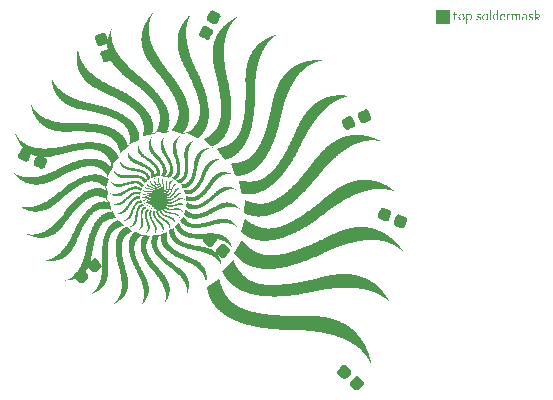
<source format=gts>
G04                                                      *
G04 Greetings!                                           *
G04 This Gerber was generated by PCBmodE, an open source *
G04 PCB design software. Get it here:                    *
G04                                                      *
G04   http://pcbmode.com                                 *
G04                                                      *
G04 Also visit                                           *
G04                                                      *
G04   http://boldport.com                                *
G04                                                      *
G04 and follow @boldport / @pcbmode for updates!         *
G04                                                      *

G04 leading zeros omitted (L); absolute data (A); 6 integer digits and 6 fractional digits *
%FSLAX66Y66*%

G04 mode (MO): millimeters (MM) *
%MOMM*%

G04 Aperture definitions *
%ADD10C,0.001X*%
%ADD11C,0.001X*%

%LPD*%
G36*
G01X28381577Y-31750269D02*
G01X28552077Y-31567431D01*
G01X28552077Y-31567431D01*
G01X28591781Y-31532898D01*
G01X28636379Y-31508100D01*
G01X28684274Y-31493093D01*
G01X28733866Y-31487932D01*
G01X28783558Y-31492673D01*
G01X28831752Y-31507373D01*
G01X28876848Y-31532087D01*
G01X28905415Y-31555092D01*
G01X29088253Y-31725592D01*
G01X29271092Y-31896091D01*
G01X29271092Y-31896091D01*
G01X29305624Y-31935795D01*
G01X29330422Y-31980394D01*
G01X29345430Y-32028288D01*
G01X29350590Y-32077881D01*
G01X29345849Y-32127573D01*
G01X29331149Y-32175766D01*
G01X29306435Y-32220863D01*
G01X29283430Y-32249429D01*
G01X29112931Y-32432268D01*
G01X28942431Y-32615106D01*
G01X28942431Y-32615106D01*
G01X28902727Y-32649639D01*
G01X28858129Y-32674437D01*
G01X28810234Y-32689444D01*
G01X28760642Y-32694605D01*
G01X28710949Y-32689863D01*
G01X28662756Y-32675163D01*
G01X28617659Y-32650450D01*
G01X28589093Y-32627445D01*
G01X28406255Y-32456945D01*
G01X28223416Y-32286446D01*
G01X28223416Y-32286446D01*
G01X28188883Y-32246742D01*
G01X28164085Y-32202143D01*
G01X28149078Y-32154249D01*
G01X28143917Y-32104656D01*
G01X28148659Y-32054964D01*
G01X28163359Y-32006770D01*
G01X28188072Y-31961674D01*
G01X28211077Y-31933108D01*
G01X28381577Y-31750269D01*
G37*
G36*
G01X30173394Y-33421165D02*
G01X30002894Y-33604003D01*
G01X30002894Y-33604003D01*
G01X29963190Y-33638536D01*
G01X29918592Y-33663334D01*
G01X29870697Y-33678341D01*
G01X29821105Y-33683502D01*
G01X29771413Y-33678761D01*
G01X29723219Y-33664061D01*
G01X29678123Y-33639347D01*
G01X29649556Y-33616342D01*
G01X29466718Y-33445842D01*
G01X29283879Y-33275343D01*
G01X29283879Y-33275343D01*
G01X29249347Y-33235639D01*
G01X29224549Y-33191040D01*
G01X29209541Y-33143146D01*
G01X29204381Y-33093553D01*
G01X29209122Y-33043861D01*
G01X29223822Y-32995668D01*
G01X29248536Y-32950571D01*
G01X29271541Y-32922005D01*
G01X29442040Y-32739166D01*
G01X29612540Y-32556328D01*
G01X29612540Y-32556328D01*
G01X29652244Y-32521795D01*
G01X29696842Y-32496997D01*
G01X29744737Y-32481990D01*
G01X29794329Y-32476829D01*
G01X29844022Y-32481571D01*
G01X29892215Y-32496271D01*
G01X29937312Y-32520984D01*
G01X29965878Y-32543989D01*
G01X30148716Y-32714489D01*
G01X30331555Y-32884988D01*
G01X30331555Y-32884988D01*
G01X30366088Y-32924692D01*
G01X30390886Y-32969291D01*
G01X30405893Y-33017185D01*
G01X30411054Y-33066778D01*
G01X30406312Y-33116470D01*
G01X30391612Y-33164664D01*
G01X30366899Y-33209760D01*
G01X30343894Y-33238326D01*
G01X30173394Y-33421165D01*
G37*
G36*
G01X31695464Y-18595283D02*
G01X31793147Y-18365157D01*
G01X31793147Y-18365157D01*
G01X31818646Y-18319127D01*
G01X31852073Y-18280571D01*
G01X31891947Y-18250088D01*
G01X31936783Y-18228277D01*
G01X31985101Y-18215736D01*
G01X32035415Y-18213067D01*
G01X32086245Y-18220866D01*
G01X32120956Y-18232713D01*
G01X32351082Y-18330396D01*
G01X32581209Y-18428079D01*
G01X32581209Y-18428079D01*
G01X32627239Y-18453577D01*
G01X32665795Y-18487005D01*
G01X32696278Y-18526878D01*
G01X32718089Y-18571715D01*
G01X32730629Y-18620032D01*
G01X32733299Y-18670347D01*
G01X32725499Y-18721176D01*
G01X32713652Y-18755888D01*
G01X32615969Y-18986014D01*
G01X32518287Y-19216140D01*
G01X32518287Y-19216140D01*
G01X32492788Y-19262170D01*
G01X32459360Y-19300726D01*
G01X32419487Y-19331209D01*
G01X32374650Y-19353020D01*
G01X32326333Y-19365561D01*
G01X32276019Y-19368230D01*
G01X32225189Y-19360431D01*
G01X32190478Y-19348584D01*
G01X31960351Y-19250901D01*
G01X31730225Y-19153218D01*
G01X31730225Y-19153218D01*
G01X31684195Y-19127720D01*
G01X31645639Y-19094292D01*
G01X31615156Y-19054419D01*
G01X31593345Y-19009582D01*
G01X31580805Y-18961265D01*
G01X31578135Y-18910950D01*
G01X31585934Y-18860121D01*
G01X31597782Y-18825409D01*
G01X31695464Y-18595283D01*
G37*
G36*
G01X33950701Y-19552575D02*
G01X33853018Y-19782701D01*
G01X33853018Y-19782701D01*
G01X33827519Y-19828731D01*
G01X33794092Y-19867287D01*
G01X33754218Y-19897770D01*
G01X33709382Y-19919581D01*
G01X33661064Y-19932122D01*
G01X33610750Y-19934791D01*
G01X33559920Y-19926992D01*
G01X33525209Y-19915145D01*
G01X33295083Y-19817462D01*
G01X33064956Y-19719779D01*
G01X33064956Y-19719779D01*
G01X33018926Y-19694281D01*
G01X32980370Y-19660853D01*
G01X32949887Y-19620980D01*
G01X32928076Y-19576143D01*
G01X32915536Y-19527826D01*
G01X32912866Y-19477511D01*
G01X32920665Y-19426682D01*
G01X32932513Y-19391970D01*
G01X33030196Y-19161844D01*
G01X33127878Y-18931718D01*
G01X33127878Y-18931718D01*
G01X33153377Y-18885688D01*
G01X33186805Y-18847132D01*
G01X33226678Y-18816649D01*
G01X33271515Y-18794838D01*
G01X33319832Y-18782297D01*
G01X33370146Y-18779628D01*
G01X33420976Y-18787427D01*
G01X33455687Y-18799274D01*
G01X33685814Y-18896957D01*
G01X33915940Y-18994640D01*
G01X33915940Y-18994640D01*
G01X33961970Y-19020139D01*
G01X34000526Y-19053566D01*
G01X34031009Y-19093439D01*
G01X34052820Y-19138276D01*
G01X34065360Y-19186593D01*
G01X34068030Y-19236908D01*
G01X34060231Y-19287737D01*
G01X34048383Y-19322449D01*
G01X33950701Y-19552575D01*
G37*
G36*
G01X28654250Y-11225575D02*
G01X28556568Y-10995449D01*
G01X28556568Y-10995449D01*
G01X28541169Y-10945132D01*
G01X28536655Y-10894303D01*
G01X28542426Y-10844445D01*
G01X28557882Y-10797041D01*
G01X28582426Y-10753573D01*
G01X28615457Y-10715525D01*
G01X28656376Y-10684379D01*
G01X28689011Y-10667640D01*
G01X28919137Y-10569957D01*
G01X29149264Y-10472274D01*
G01X29149264Y-10472274D01*
G01X29199581Y-10456876D01*
G01X29250410Y-10452362D01*
G01X29300268Y-10458132D01*
G01X29347672Y-10473589D01*
G01X29391139Y-10498132D01*
G01X29429187Y-10531163D01*
G01X29460333Y-10572083D01*
G01X29477073Y-10604718D01*
G01X29574755Y-10834844D01*
G01X29672438Y-11064970D01*
G01X29672438Y-11064970D01*
G01X29687836Y-11115287D01*
G01X29692351Y-11166116D01*
G01X29686580Y-11215974D01*
G01X29671123Y-11263378D01*
G01X29646580Y-11306846D01*
G01X29613549Y-11344894D01*
G01X29572630Y-11376040D01*
G01X29539995Y-11392779D01*
G01X29309868Y-11490462D01*
G01X29079742Y-11588145D01*
G01X29079742Y-11588145D01*
G01X29029425Y-11603543D01*
G01X28978596Y-11608057D01*
G01X28928738Y-11602287D01*
G01X28881334Y-11586830D01*
G01X28837867Y-11562287D01*
G01X28799819Y-11529256D01*
G01X28768673Y-11488336D01*
G01X28751933Y-11455701D01*
G01X28654250Y-11225575D01*
G37*
G36*
G01X30909487Y-10268283D02*
G01X31007169Y-10498409D01*
G01X31007169Y-10498409D01*
G01X31022568Y-10548726D01*
G01X31027082Y-10599555D01*
G01X31021311Y-10649413D01*
G01X31005855Y-10696817D01*
G01X30981311Y-10740285D01*
G01X30948280Y-10778333D01*
G01X30907361Y-10809479D01*
G01X30874726Y-10826218D01*
G01X30644600Y-10923901D01*
G01X30414473Y-11021584D01*
G01X30414473Y-11021584D01*
G01X30364156Y-11036982D01*
G01X30313327Y-11041496D01*
G01X30263469Y-11035726D01*
G01X30216065Y-11020269D01*
G01X30172598Y-10995726D01*
G01X30134550Y-10962695D01*
G01X30103404Y-10921775D01*
G01X30086664Y-10889140D01*
G01X29988982Y-10659014D01*
G01X29891299Y-10428888D01*
G01X29891299Y-10428888D01*
G01X29875901Y-10378571D01*
G01X29871386Y-10327742D01*
G01X29877157Y-10277884D01*
G01X29892614Y-10230480D01*
G01X29917157Y-10187012D01*
G01X29950188Y-10148964D01*
G01X29991107Y-10117818D01*
G01X30023742Y-10101079D01*
G01X30253869Y-10003396D01*
G01X30483995Y-9905713D01*
G01X30483995Y-9905713D01*
G01X30534312Y-9890315D01*
G01X30585141Y-9885801D01*
G01X30634999Y-9891571D01*
G01X30682403Y-9907028D01*
G01X30725870Y-9931571D01*
G01X30763918Y-9964602D01*
G01X30795064Y-10005522D01*
G01X30811804Y-10038157D01*
G01X30909487Y-10268283D01*
G37*
G36*
G01X16827609Y-3847360D02*
G01X16602911Y-3737767D01*
G01X16602911Y-3737767D01*
G01X16558279Y-3709894D01*
G01X16521525Y-3674495D01*
G01X16493170Y-3633081D01*
G01X16473736Y-3587164D01*
G01X16463741Y-3538257D01*
G01X16463708Y-3487871D01*
G01X16474157Y-3437520D01*
G01X16487805Y-3403476D01*
G01X16597398Y-3178777D01*
G01X16706991Y-2954079D01*
G01X16706991Y-2954079D01*
G01X16734863Y-2909446D01*
G01X16770263Y-2872693D01*
G01X16811677Y-2844338D01*
G01X16857594Y-2824903D01*
G01X16906501Y-2814909D01*
G01X16956886Y-2814876D01*
G01X17007238Y-2825325D01*
G01X17041282Y-2838973D01*
G01X17265981Y-2948566D01*
G01X17490679Y-3058158D01*
G01X17490679Y-3058158D01*
G01X17535311Y-3086031D01*
G01X17572065Y-3121431D01*
G01X17600420Y-3162845D01*
G01X17619854Y-3208762D01*
G01X17629849Y-3257669D01*
G01X17629882Y-3308054D01*
G01X17619433Y-3358406D01*
G01X17605785Y-3392450D01*
G01X17496192Y-3617148D01*
G01X17386599Y-3841847D01*
G01X17386599Y-3841847D01*
G01X17358727Y-3886479D01*
G01X17323327Y-3923233D01*
G01X17281913Y-3951587D01*
G01X17235996Y-3971022D01*
G01X17187089Y-3981016D01*
G01X17136704Y-3981049D01*
G01X17086352Y-3970600D01*
G01X17052308Y-3956952D01*
G01X16827609Y-3847360D01*
G37*
G36*
G01X17901620Y-1645314D02*
G01X18126318Y-1754907D01*
G01X18126318Y-1754907D01*
G01X18170950Y-1782780D01*
G01X18207704Y-1818179D01*
G01X18236059Y-1859593D01*
G01X18255493Y-1905510D01*
G01X18265488Y-1954417D01*
G01X18265521Y-2004803D01*
G01X18255072Y-2055154D01*
G01X18241424Y-2089198D01*
G01X18131831Y-2313897D01*
G01X18022238Y-2538595D01*
G01X18022238Y-2538595D01*
G01X17994366Y-2583228D01*
G01X17958966Y-2619981D01*
G01X17917552Y-2648336D01*
G01X17871635Y-2667771D01*
G01X17822728Y-2677765D01*
G01X17772343Y-2677798D01*
G01X17721991Y-2667349D01*
G01X17687947Y-2653701D01*
G01X17463248Y-2544108D01*
G01X17238550Y-2434516D01*
G01X17238550Y-2434516D01*
G01X17193918Y-2406643D01*
G01X17157164Y-2371243D01*
G01X17128809Y-2329829D01*
G01X17109375Y-2283912D01*
G01X17099380Y-2235005D01*
G01X17099347Y-2184620D01*
G01X17109796Y-2134268D01*
G01X17123444Y-2100224D01*
G01X17233037Y-1875526D01*
G01X17342630Y-1650827D01*
G01X17342630Y-1650827D01*
G01X17370502Y-1606195D01*
G01X17405902Y-1569441D01*
G01X17447316Y-1541087D01*
G01X17493233Y-1521652D01*
G01X17542140Y-1511658D01*
G01X17592525Y-1511625D01*
G01X17642877Y-1522074D01*
G01X17676921Y-1535722D01*
G01X17901620Y-1645314D01*
G37*
G36*
G01X8838204Y-5787041D02*
G01X8603281Y-5872546D01*
G01X8603281Y-5872546D01*
G01X8552227Y-5885290D01*
G01X8501231Y-5887138D01*
G01X8451744Y-5878766D01*
G01X8405213Y-5860849D01*
G01X8363090Y-5834065D01*
G01X8326823Y-5799088D01*
G01X8297861Y-5756594D01*
G01X8282853Y-5723128D01*
G01X8197348Y-5488205D01*
G01X8111843Y-5253282D01*
G01X8111843Y-5253282D01*
G01X8099099Y-5202228D01*
G01X8097251Y-5151232D01*
G01X8105623Y-5101744D01*
G01X8123539Y-5055214D01*
G01X8150324Y-5013091D01*
G01X8185301Y-4976824D01*
G01X8227794Y-4947862D01*
G01X8261261Y-4932854D01*
G01X8496184Y-4847349D01*
G01X8731107Y-4761843D01*
G01X8731107Y-4761843D01*
G01X8782161Y-4749100D01*
G01X8833157Y-4747252D01*
G01X8882644Y-4755624D01*
G01X8929175Y-4773540D01*
G01X8971298Y-4800325D01*
G01X9007565Y-4835302D01*
G01X9036527Y-4877795D01*
G01X9051535Y-4911262D01*
G01X9137040Y-5146185D01*
G01X9222545Y-5381108D01*
G01X9222545Y-5381108D01*
G01X9235289Y-5432162D01*
G01X9237137Y-5483158D01*
G01X9228765Y-5532645D01*
G01X9210849Y-5579175D01*
G01X9184064Y-5621299D01*
G01X9149087Y-5657566D01*
G01X9106594Y-5686527D01*
G01X9073127Y-5701536D01*
G01X8838204Y-5787041D01*
G37*
G36*
G01X8000255Y-3484795D02*
G01X8235178Y-3399290D01*
G01X8235178Y-3399290D01*
G01X8286232Y-3386546D01*
G01X8337228Y-3384698D01*
G01X8386715Y-3393070D01*
G01X8433246Y-3410987D01*
G01X8475369Y-3437771D01*
G01X8511636Y-3472748D01*
G01X8540598Y-3515242D01*
G01X8555606Y-3548708D01*
G01X8641111Y-3783631D01*
G01X8726616Y-4018554D01*
G01X8726616Y-4018554D01*
G01X8739360Y-4069608D01*
G01X8741208Y-4120604D01*
G01X8732836Y-4170092D01*
G01X8714920Y-4216622D01*
G01X8688135Y-4258745D01*
G01X8653158Y-4295012D01*
G01X8610665Y-4323974D01*
G01X8577198Y-4338982D01*
G01X8342275Y-4424487D01*
G01X8107352Y-4509993D01*
G01X8107352Y-4509993D01*
G01X8056298Y-4522736D01*
G01X8005302Y-4524584D01*
G01X7955815Y-4516212D01*
G01X7909284Y-4498296D01*
G01X7867161Y-4471511D01*
G01X7830894Y-4436534D01*
G01X7801932Y-4394041D01*
G01X7786924Y-4360574D01*
G01X7701419Y-4125651D01*
G01X7615914Y-3890728D01*
G01X7615914Y-3890728D01*
G01X7603170Y-3839674D01*
G01X7601322Y-3788678D01*
G01X7609694Y-3739191D01*
G01X7627610Y-3692661D01*
G01X7654395Y-3650537D01*
G01X7689372Y-3614270D01*
G01X7731865Y-3585309D01*
G01X7765332Y-3570300D01*
G01X8000255Y-3484795D01*
G37*
G36*
G01X3469412Y-14543181D02*
G01X3363757Y-14769758D01*
G01X3363757Y-14769758D01*
G01X3336668Y-14814870D01*
G01X3301915Y-14852236D01*
G01X3261002Y-14881309D01*
G01X3215431Y-14901542D01*
G01X3166706Y-14912388D01*
G01X3116329Y-14913301D01*
G01X3065803Y-14903732D01*
G01X3031526Y-14890681D01*
G01X2804949Y-14785026D01*
G01X2578372Y-14679371D01*
G01X2578372Y-14679371D01*
G01X2533260Y-14652282D01*
G01X2495894Y-14617529D01*
G01X2466821Y-14576616D01*
G01X2446588Y-14531046D01*
G01X2435741Y-14482320D01*
G01X2434829Y-14431943D01*
G01X2444398Y-14381417D01*
G01X2457449Y-14347140D01*
G01X2563104Y-14120563D01*
G01X2668758Y-13893986D01*
G01X2668758Y-13893986D01*
G01X2695848Y-13848874D01*
G01X2730601Y-13811508D01*
G01X2771514Y-13782435D01*
G01X2817084Y-13762202D01*
G01X2865809Y-13751356D01*
G01X2916187Y-13750444D01*
G01X2966713Y-13760012D01*
G01X3000990Y-13773064D01*
G01X3227567Y-13878718D01*
G01X3454144Y-13984373D01*
G01X3454144Y-13984373D01*
G01X3499256Y-14011462D01*
G01X3536622Y-14046215D01*
G01X3565695Y-14087128D01*
G01X3585928Y-14132699D01*
G01X3596774Y-14181424D01*
G01X3597686Y-14231801D01*
G01X3588118Y-14282327D01*
G01X3575066Y-14316604D01*
G01X3469412Y-14543181D01*
G37*
G36*
G01X1248957Y-13507767D02*
G01X1354612Y-13281190D01*
G01X1354612Y-13281190D01*
G01X1381701Y-13236078D01*
G01X1416454Y-13198712D01*
G01X1457367Y-13169639D01*
G01X1502938Y-13149406D01*
G01X1551663Y-13138560D01*
G01X1602040Y-13137647D01*
G01X1652566Y-13147216D01*
G01X1686843Y-13160267D01*
G01X1913420Y-13265922D01*
G01X2139997Y-13371577D01*
G01X2139997Y-13371577D01*
G01X2185109Y-13398666D01*
G01X2222475Y-13433419D01*
G01X2251548Y-13474332D01*
G01X2271781Y-13519902D01*
G01X2282628Y-13568628D01*
G01X2283540Y-13619005D01*
G01X2273971Y-13669531D01*
G01X2260920Y-13703808D01*
G01X2155265Y-13930385D01*
G01X2049611Y-14156962D01*
G01X2049611Y-14156962D01*
G01X2022521Y-14202074D01*
G01X1987768Y-14239440D01*
G01X1946855Y-14268513D01*
G01X1901285Y-14288746D01*
G01X1852560Y-14299592D01*
G01X1802182Y-14300504D01*
G01X1751656Y-14290936D01*
G01X1717379Y-14277884D01*
G01X1490802Y-14172230D01*
G01X1264225Y-14066575D01*
G01X1264225Y-14066575D01*
G01X1219113Y-14039486D01*
G01X1181747Y-14004733D01*
G01X1152674Y-13963820D01*
G01X1132441Y-13918249D01*
G01X1121595Y-13869524D01*
G01X1120683Y-13819147D01*
G01X1130251Y-13768621D01*
G01X1143303Y-13734344D01*
G01X1248957Y-13507767D01*
G37*
G36*
G01X7982259Y-22775715D02*
G01X8139589Y-22970001D01*
G01X8139589Y-22970001D01*
G01X8168260Y-23014125D01*
G01X8186610Y-23061741D01*
G01X8194806Y-23111258D01*
G01X8193014Y-23161086D01*
G01X8181403Y-23209634D01*
G01X8160139Y-23255313D01*
G01X8129390Y-23296531D01*
G01X8102633Y-23321618D01*
G01X7908347Y-23478948D01*
G01X7714060Y-23636278D01*
G01X7714060Y-23636278D01*
G01X7669936Y-23664949D01*
G01X7622321Y-23683299D01*
G01X7572804Y-23691494D01*
G01X7522975Y-23689703D01*
G01X7474427Y-23678092D01*
G01X7428748Y-23656828D01*
G01X7387530Y-23626078D01*
G01X7362443Y-23599322D01*
G01X7205113Y-23405035D01*
G01X7047783Y-23210749D01*
G01X7047783Y-23210749D01*
G01X7019112Y-23166625D01*
G01X7000762Y-23119009D01*
G01X6992567Y-23069492D01*
G01X6994358Y-23019664D01*
G01X7005970Y-22971115D01*
G01X7027233Y-22925437D01*
G01X7057983Y-22884219D01*
G01X7084740Y-22859132D01*
G01X7279026Y-22701802D01*
G01X7473313Y-22544472D01*
G01X7473313Y-22544472D01*
G01X7517436Y-22515801D01*
G01X7565052Y-22497451D01*
G01X7614569Y-22489255D01*
G01X7664397Y-22491047D01*
G01X7712946Y-22502658D01*
G01X7758625Y-22523922D01*
G01X7799843Y-22554671D01*
G01X7824929Y-22581428D01*
G01X7982259Y-22775715D01*
G37*
G36*
G01X6078252Y-24317549D02*
G01X5920922Y-24123263D01*
G01X5920922Y-24123263D01*
G01X5892251Y-24079139D01*
G01X5873901Y-24031523D01*
G01X5865705Y-23982006D01*
G01X5867497Y-23932178D01*
G01X5879108Y-23883630D01*
G01X5900372Y-23837951D01*
G01X5931121Y-23796733D01*
G01X5957878Y-23771646D01*
G01X6152164Y-23614316D01*
G01X6346451Y-23456986D01*
G01X6346451Y-23456986D01*
G01X6390575Y-23428315D01*
G01X6438190Y-23409965D01*
G01X6487707Y-23401770D01*
G01X6537536Y-23403561D01*
G01X6586084Y-23415172D01*
G01X6631763Y-23436436D01*
G01X6672981Y-23467186D01*
G01X6698068Y-23493942D01*
G01X6855398Y-23688229D01*
G01X7012728Y-23882515D01*
G01X7012728Y-23882515D01*
G01X7041399Y-23926639D01*
G01X7059749Y-23974255D01*
G01X7067944Y-24023772D01*
G01X7066153Y-24073600D01*
G01X7054541Y-24122149D01*
G01X7033278Y-24167827D01*
G01X7002528Y-24209045D01*
G01X6975771Y-24234132D01*
G01X6781485Y-24391462D01*
G01X6587198Y-24548792D01*
G01X6587198Y-24548792D01*
G01X6543075Y-24577463D01*
G01X6495459Y-24595813D01*
G01X6445942Y-24604009D01*
G01X6396114Y-24602217D01*
G01X6347565Y-24590606D01*
G01X6301886Y-24569342D01*
G01X6260668Y-24538593D01*
G01X6235582Y-24511836D01*
G01X6078252Y-24317549D01*
G37*
G36*
G01X16965110Y-20610870D02*
G01X17125807Y-20419359D01*
G01X17125807Y-20419359D01*
G01X17163649Y-20382795D01*
G01X17206889Y-20355697D01*
G01X17253933Y-20338204D01*
G01X17303187Y-20330455D01*
G01X17353059Y-20332589D01*
G01X17401956Y-20344747D01*
G01X17448284Y-20367066D01*
G01X17478015Y-20388545D01*
G01X17669526Y-20549242D01*
G01X17861037Y-20709938D01*
G01X17861037Y-20709938D01*
G01X17897601Y-20747781D01*
G01X17924699Y-20791020D01*
G01X17942192Y-20838064D01*
G01X17949941Y-20887318D01*
G01X17947807Y-20937191D01*
G01X17935650Y-20986087D01*
G01X17913330Y-21032415D01*
G01X17891852Y-21062146D01*
G01X17731155Y-21253658D01*
G01X17570458Y-21445169D01*
G01X17570458Y-21445169D01*
G01X17532616Y-21481732D01*
G01X17489376Y-21508830D01*
G01X17442332Y-21526324D01*
G01X17393078Y-21534073D01*
G01X17343206Y-21531938D01*
G01X17294309Y-21519781D01*
G01X17247981Y-21497461D01*
G01X17218250Y-21475983D01*
G01X17026739Y-21315286D01*
G01X16835228Y-21154589D01*
G01X16835228Y-21154589D01*
G01X16798664Y-21116747D01*
G01X16771566Y-21073507D01*
G01X16754073Y-21026464D01*
G01X16746324Y-20977209D01*
G01X16748458Y-20927337D01*
G01X16760615Y-20878440D01*
G01X16782935Y-20832112D01*
G01X16804413Y-20802381D01*
G01X16965110Y-20610870D01*
G37*
G36*
G01X18841919Y-22185700D02*
G01X18681222Y-22377211D01*
G01X18681222Y-22377211D01*
G01X18643380Y-22413775D01*
G01X18600140Y-22440873D01*
G01X18553096Y-22458366D01*
G01X18503842Y-22466115D01*
G01X18453970Y-22463981D01*
G01X18405073Y-22451823D01*
G01X18358745Y-22429504D01*
G01X18329014Y-22408025D01*
G01X18137503Y-22247328D01*
G01X17945992Y-22086632D01*
G01X17945992Y-22086632D01*
G01X17909428Y-22048789D01*
G01X17882330Y-22005550D01*
G01X17864837Y-21958506D01*
G01X17857088Y-21909252D01*
G01X17859222Y-21859379D01*
G01X17871379Y-21810483D01*
G01X17893699Y-21764155D01*
G01X17915177Y-21734424D01*
G01X18075874Y-21542912D01*
G01X18236571Y-21351401D01*
G01X18236571Y-21351401D01*
G01X18274413Y-21314838D01*
G01X18317653Y-21287740D01*
G01X18364697Y-21270246D01*
G01X18413951Y-21262497D01*
G01X18463823Y-21264632D01*
G01X18512720Y-21276789D01*
G01X18559048Y-21299109D01*
G01X18588779Y-21320587D01*
G01X18780290Y-21481284D01*
G01X18971801Y-21641981D01*
G01X18971801Y-21641981D01*
G01X19008365Y-21679823D01*
G01X19035463Y-21723063D01*
G01X19052956Y-21770106D01*
G01X19060705Y-21819361D01*
G01X19058571Y-21869233D01*
G01X19046414Y-21918130D01*
G01X19024094Y-21964458D01*
G01X19002616Y-21994189D01*
G01X18841919Y-22185700D01*
G37*
G36*
G01X12565001Y-1675699D02*
G01X12565001Y-1675699D01*
G01X12541406Y-1700865D01*
G01X12517696Y-1726545D01*
G01X12493888Y-1752738D01*
G01X12470000Y-1779439D01*
G01X12446050Y-1806649D01*
G01X12422058Y-1834363D01*
G01X12398042Y-1862580D01*
G01X12374020Y-1891297D01*
G01X12350010Y-1920512D01*
G01X12326031Y-1950223D01*
G01X12302102Y-1980427D01*
G01X12278240Y-2011123D01*
G01X12254464Y-2042307D01*
G01X12230793Y-2073977D01*
G01X12207245Y-2106132D01*
G01X12183839Y-2138768D01*
G01X12160592Y-2171884D01*
G01X12137524Y-2205477D01*
G01X12114652Y-2239544D01*
G01X12091995Y-2274084D01*
G01X12069572Y-2309094D01*
G01X12047400Y-2344572D01*
G01X12025499Y-2380515D01*
G01X12003887Y-2416922D01*
G01X11982582Y-2453789D01*
G01X11961603Y-2491115D01*
G01X11940967Y-2528897D01*
G01X11920694Y-2567133D01*
G01X11900802Y-2605820D01*
G01X11881309Y-2644956D01*
G01X11862234Y-2684540D01*
G01X11843595Y-2724567D01*
G01X11825410Y-2765037D01*
G01X11807698Y-2805947D01*
G01X11790478Y-2847295D01*
G01X11773767Y-2889077D01*
G01X11757585Y-2931293D01*
G01X11741949Y-2973939D01*
G01X11726878Y-3017014D01*
G01X11712391Y-3060514D01*
G01X11698506Y-3104438D01*
G01X11685240Y-3148783D01*
G01X11672614Y-3193547D01*
G01X11660644Y-3238728D01*
G01X11649350Y-3284323D01*
G01X11638750Y-3330330D01*
G01X11628863Y-3376747D01*
G01X11619706Y-3423571D01*
G01X11611298Y-3470800D01*
G01X11603658Y-3518432D01*
G01X11596804Y-3566464D01*
G01X11590755Y-3614894D01*
G01X11585528Y-3663720D01*
G01X11581143Y-3712939D01*
G01X11577617Y-3762549D01*
G01X11574969Y-3812548D01*
G01X11573218Y-3862933D01*
G01X11572382Y-3913703D01*
G01X11572479Y-3964854D01*
G01X11573528Y-4016384D01*
G01X11575547Y-4068292D01*
G01X11578555Y-4120574D01*
G01X11582570Y-4173229D01*
G01X11587610Y-4226254D01*
G01X11593695Y-4279647D01*
G01X11600841Y-4333405D01*
G01X11609068Y-4387526D01*
G01X11618395Y-4442008D01*
G01X11628838Y-4496849D01*
G01X11640418Y-4552046D01*
G01X11653152Y-4607596D01*
G01X11667059Y-4663498D01*
G01X11682158Y-4719749D01*
G01X11698465Y-4776348D01*
G01X11716001Y-4833290D01*
G01X11734784Y-4890575D01*
G01X11754831Y-4948200D01*
G01X11776161Y-5006162D01*
G01X11798794Y-5064460D01*
G01X11822746Y-5123090D01*
G01X11848037Y-5182051D01*
G01X11874685Y-5241340D01*
G01X11902708Y-5300956D01*
G01X11932125Y-5360894D01*
G01X11962954Y-5421154D01*
G01X11995214Y-5481733D01*
G01X12028923Y-5542629D01*
G01X12064099Y-5603839D01*
G01X12100762Y-5665361D01*
G01X12138928Y-5727193D01*
G01X12178618Y-5789331D01*
G01X12219848Y-5851775D01*
G01X12262638Y-5914522D01*
G01X12307006Y-5977569D01*
G01X12352971Y-6040914D01*
G01X12400550Y-6104554D01*
G01X12449763Y-6168488D01*
G01X12500627Y-6232713D01*
G01X12553161Y-6297227D01*
G01X12607383Y-6362027D01*
G01X12607383Y-6362027D01*
G01X12607383Y-6362027D01*
G01X12687387Y-6456782D01*
G01X12765575Y-6550225D01*
G01X12841963Y-6642370D01*
G01X12916568Y-6733231D01*
G01X12989404Y-6822823D01*
G01X13060487Y-6911159D01*
G01X13129833Y-6998254D01*
G01X13197457Y-7084123D01*
G01X13263375Y-7168780D01*
G01X13327602Y-7252238D01*
G01X13390154Y-7334513D01*
G01X13451046Y-7415619D01*
G01X13510294Y-7495570D01*
G01X13567913Y-7574380D01*
G01X13623919Y-7652063D01*
G01X13678328Y-7728635D01*
G01X13731155Y-7804108D01*
G01X13782415Y-7878499D01*
G01X13832124Y-7951820D01*
G01X13880298Y-8024086D01*
G01X13926952Y-8095311D01*
G01X13972101Y-8165511D01*
G01X14015762Y-8234698D01*
G01X14057950Y-8302888D01*
G01X14098679Y-8370095D01*
G01X14137967Y-8436333D01*
G01X14175828Y-8501616D01*
G01X14212278Y-8565958D01*
G01X14247332Y-8629375D01*
G01X14281006Y-8691880D01*
G01X14313315Y-8753487D01*
G01X14344275Y-8814211D01*
G01X14373902Y-8874067D01*
G01X14402211Y-8933067D01*
G01X14429218Y-8991228D01*
G01X14454938Y-9048563D01*
G01X14479386Y-9105086D01*
G01X14502579Y-9160812D01*
G01X14524531Y-9215755D01*
G01X14545259Y-9269930D01*
G01X14564777Y-9323350D01*
G01X14583102Y-9376030D01*
G01X14600248Y-9427984D01*
G01X14616232Y-9479227D01*
G01X14631069Y-9529773D01*
G01X14644774Y-9579636D01*
G01X14657363Y-9628831D01*
G01X14668852Y-9677371D01*
G01X14679256Y-9725272D01*
G01X14688591Y-9772547D01*
G01X14696871Y-9819211D01*
G01X14704113Y-9865278D01*
G01X14710333Y-9910762D01*
G01X14715545Y-9955678D01*
G01X14719766Y-10000040D01*
G01X14723010Y-10043863D01*
G01X14725293Y-10087160D01*
G01X14726632Y-10129945D01*
G01X14727041Y-10172235D01*
G01X14726535Y-10214041D01*
G01X14725132Y-10255380D01*
G01X14722845Y-10296265D01*
G01X14719691Y-10336710D01*
G01X14715685Y-10376730D01*
G01X14710842Y-10416339D01*
G01X14705179Y-10455552D01*
G01X14698710Y-10494382D01*
G01X14691451Y-10532845D01*
G01X14683418Y-10570954D01*
G01X14674627Y-10608723D01*
G01X14665092Y-10646168D01*
G01X14654830Y-10683301D01*
G01X14643855Y-10720139D01*
G01X14632184Y-10756694D01*
G01X14619832Y-10792981D01*
G01X14606814Y-10829015D01*
G01X14593146Y-10864810D01*
G01X14578844Y-10900380D01*
G01X14563923Y-10935739D01*
G01X14548398Y-10970903D01*
G01X14532286Y-11005884D01*
G01X14515601Y-11040698D01*
G01X14498360Y-11075358D01*
G01X14480577Y-11109879D01*
G01X14462269Y-11144276D01*
G01X14443450Y-11178562D01*
G01X14424137Y-11212752D01*
G01X14404344Y-11246861D01*
G01X14384088Y-11280902D01*
G01X14363384Y-11314890D01*
G01X14342247Y-11348839D01*
G01X14320694Y-11382764D01*
G01X14298739Y-11416678D01*
G01X14276398Y-11450597D01*
G01X14253686Y-11484534D01*
G01X14230620Y-11518503D01*
G01X14207215Y-11552520D01*
G01X14183485Y-11586598D01*
G01X14159448Y-11620752D01*
G01X14135117Y-11654996D01*
G01X14135117Y-11654996D01*
G01X14098790Y-11668863D01*
G01X15106602Y-11960856D01*
G01X15106602Y-11960856D01*
G01X15176409Y-11932261D01*
G01X15241774Y-11910300D01*
G01X15300993Y-11894114D01*
G01X15352364Y-11882841D01*
G01X15394184Y-11875622D01*
G01X15424748Y-11871595D01*
G01X15442353Y-11869902D01*
G01X15446055Y-11869645D01*
G01X16303477Y-12344645D01*
G01X16303477Y-12344645D01*
G01X16316101Y-12336573D01*
G01X16329392Y-12327856D01*
G01X16343323Y-12318483D01*
G01X16357865Y-12308443D01*
G01X16372990Y-12297725D01*
G01X16388668Y-12286320D01*
G01X16404873Y-12274217D01*
G01X16421574Y-12261405D01*
G01X16438744Y-12247874D01*
G01X16456354Y-12233613D01*
G01X16474375Y-12218612D01*
G01X16492780Y-12202860D01*
G01X16511539Y-12186348D01*
G01X16530624Y-12169063D01*
G01X16550007Y-12150996D01*
G01X16569659Y-12132137D01*
G01X16589552Y-12112474D01*
G01X16609657Y-12091998D01*
G01X16629945Y-12070698D01*
G01X16650389Y-12048563D01*
G01X16670959Y-12025583D01*
G01X16691628Y-12001747D01*
G01X16712366Y-11977045D01*
G01X16733145Y-11951467D01*
G01X16753938Y-11925001D01*
G01X16774714Y-11897638D01*
G01X16795446Y-11869367D01*
G01X16816105Y-11840177D01*
G01X16836663Y-11810058D01*
G01X16857091Y-11778999D01*
G01X16877361Y-11746990D01*
G01X16897444Y-11714021D01*
G01X16917311Y-11680081D01*
G01X16936935Y-11645159D01*
G01X16956287Y-11609245D01*
G01X16975338Y-11572328D01*
G01X16994060Y-11534398D01*
G01X17012424Y-11495445D01*
G01X17030402Y-11455458D01*
G01X17047965Y-11414426D01*
G01X17065085Y-11372339D01*
G01X17081733Y-11329187D01*
G01X17097881Y-11284958D01*
G01X17113500Y-11239643D01*
G01X17128563Y-11193231D01*
G01X17143039Y-11145712D01*
G01X17156901Y-11097074D01*
G01X17170121Y-11047308D01*
G01X17182669Y-10996403D01*
G01X17194518Y-10944348D01*
G01X17205639Y-10891134D01*
G01X17216003Y-10836749D01*
G01X17225582Y-10781183D01*
G01X17234347Y-10724425D01*
G01X17242270Y-10666466D01*
G01X17249323Y-10607294D01*
G01X17255476Y-10546899D01*
G01X17260702Y-10485270D01*
G01X17264972Y-10422398D01*
G01X17268257Y-10358271D01*
G01X17270529Y-10292879D01*
G01X17271759Y-10226212D01*
G01X17271920Y-10158259D01*
G01X17270982Y-10089009D01*
G01X17268916Y-10018453D01*
G01X17265696Y-9946579D01*
G01X17261291Y-9873377D01*
G01X17255674Y-9798836D01*
G01X17248815Y-9722947D01*
G01X17240687Y-9645699D01*
G01X17231261Y-9567080D01*
G01X17220509Y-9487081D01*
G01X17208402Y-9405691D01*
G01X17194911Y-9322900D01*
G01X17180008Y-9238697D01*
G01X17163665Y-9153072D01*
G01X17145852Y-9066013D01*
G01X17126542Y-8977511D01*
G01X17105707Y-8887556D01*
G01X17083316Y-8796136D01*
G01X17059343Y-8703241D01*
G01X17033759Y-8608861D01*
G01X17006534Y-8512985D01*
G01X16977641Y-8415603D01*
G01X16947051Y-8316703D01*
G01X16914736Y-8216277D01*
G01X16880666Y-8114313D01*
G01X16844815Y-8010800D01*
G01X16807152Y-7905728D01*
G01X16767650Y-7799088D01*
G01X16726280Y-7690867D01*
G01X16683014Y-7581056D01*
G01X16637823Y-7469644D01*
G01X16590679Y-7356621D01*
G01X16541552Y-7241977D01*
G01X16490416Y-7125699D01*
G01X16437240Y-7007780D01*
G01X16381997Y-6888206D01*
G01X16324659Y-6766970D01*
G01X16265196Y-6644058D01*
G01X16265196Y-6644058D01*
G01X16265196Y-6644058D01*
G01X16229743Y-6571040D01*
G01X16195096Y-6498591D01*
G01X16161249Y-6426709D01*
G01X16128197Y-6355392D01*
G01X16095932Y-6284637D01*
G01X16064450Y-6214444D01*
G01X16033744Y-6144808D01*
G01X16003809Y-6075729D01*
G01X15974639Y-6007204D01*
G01X15946228Y-5939231D01*
G01X15918569Y-5871807D01*
G01X15891658Y-5804931D01*
G01X15865488Y-5738601D01*
G01X15840053Y-5672813D01*
G01X15815348Y-5607566D01*
G01X15791367Y-5542858D01*
G01X15768103Y-5478686D01*
G01X15745551Y-5415049D01*
G01X15723705Y-5351944D01*
G01X15702559Y-5289369D01*
G01X15682107Y-5227322D01*
G01X15662344Y-5165800D01*
G01X15643263Y-5104802D01*
G01X15624859Y-5044325D01*
G01X15607125Y-4984367D01*
G01X15590057Y-4924926D01*
G01X15573647Y-4865999D01*
G01X15557891Y-4807585D01*
G01X15542781Y-4749682D01*
G01X15528313Y-4692286D01*
G01X15514481Y-4635397D01*
G01X15501278Y-4579011D01*
G01X15488699Y-4523127D01*
G01X15476738Y-4467742D01*
G01X15465388Y-4412855D01*
G01X15454645Y-4358462D01*
G01X15444502Y-4304562D01*
G01X15434954Y-4251153D01*
G01X15425994Y-4198232D01*
G01X15417616Y-4145798D01*
G01X15409816Y-4093848D01*
G01X15402586Y-4042379D01*
G01X15395921Y-3991390D01*
G01X15389815Y-3940879D01*
G01X15384262Y-3890843D01*
G01X15379257Y-3841281D01*
G01X15374793Y-3792189D01*
G01X15370865Y-3743566D01*
G01X15367467Y-3695410D01*
G01X15364593Y-3647718D01*
G01X15362236Y-3600488D01*
G01X15360392Y-3553719D01*
G01X15359053Y-3507407D01*
G01X15358216Y-3461551D01*
G01X15357872Y-3416148D01*
G01X15358017Y-3371197D01*
G01X15358645Y-3326694D01*
G01X15359750Y-3282639D01*
G01X15361326Y-3239029D01*
G01X15363367Y-3195861D01*
G01X15365867Y-3153133D01*
G01X15368821Y-3110844D01*
G01X15372222Y-3068990D01*
G01X15376064Y-3027571D01*
G01X15380343Y-2986583D01*
G01X15385051Y-2946024D01*
G01X15390183Y-2905893D01*
G01X15395733Y-2866187D01*
G01X15401696Y-2826903D01*
G01X15408065Y-2788041D01*
G01X15414834Y-2749597D01*
G01X15421998Y-2711569D01*
G01X15429551Y-2673955D01*
G01X15437486Y-2636754D01*
G01X15445799Y-2599962D01*
G01X15454482Y-2563578D01*
G01X15463531Y-2527599D01*
G01X15472939Y-2492023D01*
G01X15482701Y-2456848D01*
G01X15492810Y-2422073D01*
G01X15503261Y-2387693D01*
G01X15514048Y-2353709D01*
G01X15525165Y-2320116D01*
G01X15536606Y-2286914D01*
G01X15548365Y-2254100D01*
G01X15560437Y-2221671D01*
G01X15572815Y-2189626D01*
G01X15585493Y-2157963D01*
G01X15598467Y-2126678D01*
G01X15611729Y-2095771D01*
G01X15625274Y-2065238D01*
G01X15639096Y-2035078D01*
G01X15653190Y-2005288D01*
G01X15667549Y-1975867D01*
G01X15682167Y-1946811D01*
G01X15697039Y-1918120D01*
G01X15712159Y-1889790D01*
G01X15727520Y-1861820D01*
G01X15743118Y-1834207D01*
G01X15758945Y-1806949D01*
G01X15758945Y-1806949D01*
G01X15758945Y-1806949D01*
G01X15706321Y-1853725D01*
G01X15653835Y-1902025D01*
G01X15601586Y-1951859D01*
G01X15549670Y-2003235D01*
G01X15498184Y-2056161D01*
G01X15447224Y-2110646D01*
G01X15396888Y-2166698D01*
G01X15347273Y-2224327D01*
G01X15298474Y-2283540D01*
G01X15250590Y-2344346D01*
G01X15203716Y-2406754D01*
G01X15157950Y-2470772D01*
G01X15113388Y-2536409D01*
G01X15070128Y-2603673D01*
G01X15028266Y-2672573D01*
G01X14987898Y-2743118D01*
G01X14949123Y-2815316D01*
G01X14912036Y-2889175D01*
G01X14876735Y-2964704D01*
G01X14843315Y-3041912D01*
G01X14811875Y-3120808D01*
G01X14782511Y-3201399D01*
G01X14755320Y-3283694D01*
G01X14730398Y-3367702D01*
G01X14707842Y-3453432D01*
G01X14687750Y-3540892D01*
G01X14670218Y-3630090D01*
G01X14655342Y-3721036D01*
G01X14643221Y-3813737D01*
G01X14633950Y-3908202D01*
G01X14627626Y-4004440D01*
G01X14624346Y-4102459D01*
G01X14624208Y-4202269D01*
G01X14627307Y-4303876D01*
G01X14633741Y-4407291D01*
G01X14643606Y-4512521D01*
G01X14657000Y-4619576D01*
G01X14674019Y-4728463D01*
G01X14694759Y-4839191D01*
G01X14719319Y-4951769D01*
G01X14747794Y-5066205D01*
G01X14780282Y-5182508D01*
G01X14816879Y-5300687D01*
G01X14857682Y-5420750D01*
G01X14902788Y-5542705D01*
G01X14952294Y-5666561D01*
G01X15006296Y-5792327D01*
G01X15064892Y-5920011D01*
G01X15128178Y-6049622D01*
G01X15196250Y-6181168D01*
G01X15196250Y-6181168D01*
G01X15196250Y-6181168D01*
G01X15255605Y-6293321D01*
G01X15313430Y-6403767D01*
G01X15369739Y-6512523D01*
G01X15424544Y-6619607D01*
G01X15477857Y-6725037D01*
G01X15529691Y-6828830D01*
G01X15580059Y-6931005D01*
G01X15628971Y-7031578D01*
G01X15676443Y-7130568D01*
G01X15722484Y-7227992D01*
G01X15767108Y-7323868D01*
G01X15810328Y-7418213D01*
G01X15852155Y-7511046D01*
G01X15892603Y-7602383D01*
G01X15931683Y-7692244D01*
G01X15969408Y-7780644D01*
G01X16005790Y-7867603D01*
G01X16040843Y-7953137D01*
G01X16074577Y-8037265D01*
G01X16107006Y-8120004D01*
G01X16138142Y-8201372D01*
G01X16167997Y-8281386D01*
G01X16196585Y-8360064D01*
G01X16223916Y-8437424D01*
G01X16250004Y-8513484D01*
G01X16274862Y-8588260D01*
G01X16298501Y-8661772D01*
G01X16320933Y-8734036D01*
G01X16342173Y-8805071D01*
G01X16362230Y-8874894D01*
G01X16381119Y-8943522D01*
G01X16398852Y-9010974D01*
G01X16415441Y-9077266D01*
G01X16430898Y-9142418D01*
G01X16445235Y-9206445D01*
G01X16458466Y-9269367D01*
G01X16470603Y-9331201D01*
G01X16481658Y-9391964D01*
G01X16491643Y-9451675D01*
G01X16500571Y-9510350D01*
G01X16508455Y-9568008D01*
G01X16515306Y-9624666D01*
G01X16521137Y-9680342D01*
G01X16525961Y-9735053D01*
G01X16529790Y-9788818D01*
G01X16532636Y-9841654D01*
G01X16534512Y-9893579D01*
G01X16535430Y-9944610D01*
G01X16535403Y-9994765D01*
G01X16534443Y-10044062D01*
G01X16532562Y-10092518D01*
G01X16529773Y-10140152D01*
G01X16526089Y-10186980D01*
G01X16521521Y-10233021D01*
G01X16516082Y-10278292D01*
G01X16509785Y-10322811D01*
G01X16502641Y-10366595D01*
G01X16494664Y-10409663D01*
G01X16485866Y-10452032D01*
G01X16476259Y-10493719D01*
G01X16465856Y-10534743D01*
G01X16454668Y-10575121D01*
G01X16442709Y-10614870D01*
G01X16429991Y-10654009D01*
G01X16416526Y-10692555D01*
G01X16402326Y-10730526D01*
G01X16387405Y-10767939D01*
G01X16371774Y-10804812D01*
G01X16355446Y-10841164D01*
G01X16338434Y-10877010D01*
G01X16320749Y-10912370D01*
G01X16302404Y-10947261D01*
G01X16283412Y-10981701D01*
G01X16263785Y-11015707D01*
G01X16243535Y-11049297D01*
G01X16222675Y-11082488D01*
G01X16201217Y-11115299D01*
G01X16179174Y-11147747D01*
G01X16156558Y-11179850D01*
G01X16133381Y-11211625D01*
G01X16109656Y-11243090D01*
G01X16085396Y-11274263D01*
G01X16060612Y-11305162D01*
G01X16035317Y-11335804D01*
G01X16009524Y-11366207D01*
G01X15983245Y-11396388D01*
G01X15956492Y-11426365D01*
G01X15929278Y-11456157D01*
G01X15901615Y-11485780D01*
G01X15873515Y-11515252D01*
G01X15844992Y-11544592D01*
G01X15816057Y-11573816D01*
G01X15786723Y-11602943D01*
G01X15757002Y-11631989D01*
G01X15726907Y-11660974D01*
G01X15696450Y-11689914D01*
G01X15665643Y-11718827D01*
G01X15634500Y-11747731D01*
G01X15603031Y-11776643D01*
G01X15571250Y-11805582D01*
G01X15571250Y-11805582D01*
G01X15038438Y-11884879D01*
G01X15038438Y-11884879D01*
G01X15039007Y-11884431D01*
G01X15040689Y-11883085D01*
G01X15043441Y-11880836D01*
G01X15047220Y-11877679D01*
G01X15051986Y-11873608D01*
G01X15057696Y-11868619D01*
G01X15064308Y-11862707D01*
G01X15071781Y-11855867D01*
G01X15080072Y-11848094D01*
G01X15089140Y-11839383D01*
G01X15098942Y-11829730D01*
G01X15109438Y-11819128D01*
G01X15120584Y-11807574D01*
G01X15132340Y-11795062D01*
G01X15144662Y-11781587D01*
G01X15157510Y-11767145D01*
G01X15170842Y-11751730D01*
G01X15184615Y-11735337D01*
G01X15198787Y-11717962D01*
G01X15213317Y-11699600D01*
G01X15228163Y-11680245D01*
G01X15243283Y-11659893D01*
G01X15258635Y-11638539D01*
G01X15274177Y-11616178D01*
G01X15289867Y-11592804D01*
G01X15305664Y-11568413D01*
G01X15321525Y-11543001D01*
G01X15337409Y-11516561D01*
G01X15353273Y-11489089D01*
G01X15369076Y-11460581D01*
G01X15384776Y-11431030D01*
G01X15400331Y-11400433D01*
G01X15415699Y-11368784D01*
G01X15430838Y-11336079D01*
G01X15445706Y-11302312D01*
G01X15460262Y-11267478D01*
G01X15474464Y-11231573D01*
G01X15488269Y-11194591D01*
G01X15501635Y-11156528D01*
G01X15514522Y-11117379D01*
G01X15526886Y-11077138D01*
G01X15538687Y-11035801D01*
G01X15549882Y-10993363D01*
G01X15560428Y-10949818D01*
G01X15570286Y-10905163D01*
G01X15579412Y-10859391D01*
G01X15587764Y-10812499D01*
G01X15595301Y-10764481D01*
G01X15601981Y-10715331D01*
G01X15607761Y-10665046D01*
G01X15612601Y-10613620D01*
G01X15616458Y-10561049D01*
G01X15619290Y-10507327D01*
G01X15621055Y-10452449D01*
G01X15621712Y-10396410D01*
G01X15621218Y-10339206D01*
G01X15619532Y-10280832D01*
G01X15616611Y-10221282D01*
G01X15612415Y-10160552D01*
G01X15606900Y-10098636D01*
G01X15600025Y-10035531D01*
G01X15591749Y-9971230D01*
G01X15582029Y-9905729D01*
G01X15570823Y-9839023D01*
G01X15558090Y-9771106D01*
G01X15543787Y-9701975D01*
G01X15527873Y-9631624D01*
G01X15510306Y-9560048D01*
G01X15491044Y-9487242D01*
G01X15470044Y-9413202D01*
G01X15447266Y-9337922D01*
G01X15422667Y-9261397D01*
G01X15396206Y-9183622D01*
G01X15367839Y-9104593D01*
G01X15337527Y-9024304D01*
G01X15305226Y-8942751D01*
G01X15270894Y-8859929D01*
G01X15234491Y-8775832D01*
G01X15195973Y-8690456D01*
G01X15155300Y-8603795D01*
G01X15112429Y-8515846D01*
G01X15067318Y-8426602D01*
G01X15019925Y-8336059D01*
G01X14970209Y-8244212D01*
G01X14918128Y-8151057D01*
G01X14863639Y-8056587D01*
G01X14806701Y-7960798D01*
G01X14747272Y-7863686D01*
G01X14685310Y-7765244D01*
G01X14620773Y-7665469D01*
G01X14553620Y-7564356D01*
G01X14483808Y-7461899D01*
G01X14411295Y-7358093D01*
G01X14336040Y-7252934D01*
G01X14258000Y-7146416D01*
G01X14177134Y-7038535D01*
G01X14093400Y-6929285D01*
G01X14006756Y-6818662D01*
G01X13917160Y-6706661D01*
G01X13824571Y-6593277D01*
G01X13824571Y-6593277D01*
G01X13824571Y-6593277D01*
G01X13764781Y-6520258D01*
G01X13706304Y-6447763D01*
G01X13649129Y-6375792D01*
G01X13593244Y-6304343D01*
G01X13538639Y-6233414D01*
G01X13485303Y-6163006D01*
G01X13433224Y-6093115D01*
G01X13382392Y-6023741D01*
G01X13332795Y-5954883D01*
G01X13284423Y-5886540D01*
G01X13237265Y-5818709D01*
G01X13191309Y-5751389D01*
G01X13146545Y-5684580D01*
G01X13102961Y-5618280D01*
G01X13060547Y-5552488D01*
G01X13019292Y-5487202D01*
G01X12979184Y-5422421D01*
G01X12940214Y-5358143D01*
G01X12902368Y-5294368D01*
G01X12865638Y-5231094D01*
G01X12830011Y-5168320D01*
G01X12795477Y-5106044D01*
G01X12762024Y-5044265D01*
G01X12729642Y-4982983D01*
G01X12698320Y-4922194D01*
G01X12668047Y-4861899D01*
G01X12638811Y-4802095D01*
G01X12610602Y-4742782D01*
G01X12583408Y-4683958D01*
G01X12557220Y-4625622D01*
G01X12532025Y-4567772D01*
G01X12507813Y-4510408D01*
G01X12484572Y-4453527D01*
G01X12462293Y-4397129D01*
G01X12440963Y-4341213D01*
G01X12420571Y-4285776D01*
G01X12401108Y-4230818D01*
G01X12382561Y-4176337D01*
G01X12364920Y-4122332D01*
G01X12348174Y-4068802D01*
G01X12332312Y-4015745D01*
G01X12317322Y-3963160D01*
G01X12303194Y-3911046D01*
G01X12289917Y-3859402D01*
G01X12277480Y-3808225D01*
G01X12265872Y-3757515D01*
G01X12255081Y-3707270D01*
G01X12245097Y-3657490D01*
G01X12235909Y-3608172D01*
G01X12227506Y-3559316D01*
G01X12219877Y-3510920D01*
G01X12213010Y-3462983D01*
G01X12206895Y-3415503D01*
G01X12201521Y-3368479D01*
G01X12196877Y-3321910D01*
G01X12192952Y-3275795D01*
G01X12189735Y-3230132D01*
G01X12187214Y-3184920D01*
G01X12185380Y-3140158D01*
G01X12184220Y-3095843D01*
G01X12183724Y-3051976D01*
G01X12183881Y-3008555D01*
G01X12184680Y-2965577D01*
G01X12186110Y-2923043D01*
G01X12188160Y-2880950D01*
G01X12190818Y-2839298D01*
G01X12194075Y-2798084D01*
G01X12197918Y-2757309D01*
G01X12202337Y-2716969D01*
G01X12207322Y-2677065D01*
G01X12212860Y-2637595D01*
G01X12218941Y-2598557D01*
G01X12225554Y-2559950D01*
G01X12232688Y-2521773D01*
G01X12240332Y-2484024D01*
G01X12248475Y-2446702D01*
G01X12257105Y-2409807D01*
G01X12266213Y-2373336D01*
G01X12275787Y-2337288D01*
G01X12285816Y-2301661D01*
G01X12296288Y-2266456D01*
G01X12307194Y-2231670D01*
G01X12318521Y-2197301D01*
G01X12330260Y-2163349D01*
G01X12342399Y-2129813D01*
G01X12354926Y-2096690D01*
G01X12367832Y-2063980D01*
G01X12381105Y-2031681D01*
G01X12394733Y-1999793D01*
G01X12408707Y-1968313D01*
G01X12423014Y-1937240D01*
G01X12437645Y-1906573D01*
G01X12452588Y-1876311D01*
G01X12467832Y-1846453D01*
G01X12483366Y-1816996D01*
G01X12499178Y-1787941D01*
G01X12515259Y-1759284D01*
G01X12531597Y-1731026D01*
G01X12548181Y-1703165D01*
G01X12565001Y-1675699D01*
G01X12565001Y-1675699D01*
G37*
G36*
G01X19754258Y-2037027D02*
G01X19754258Y-2037027D01*
G01X19719648Y-2052128D01*
G01X19684811Y-2067661D01*
G01X19649762Y-2083631D01*
G01X19614517Y-2100044D01*
G01X19579094Y-2116904D01*
G01X19543508Y-2134219D01*
G01X19507775Y-2151992D01*
G01X19471911Y-2170229D01*
G01X19435933Y-2188937D01*
G01X19399857Y-2208119D01*
G01X19363698Y-2227781D01*
G01X19327474Y-2247930D01*
G01X19291200Y-2268570D01*
G01X19254892Y-2289706D01*
G01X19218567Y-2311344D01*
G01X19182241Y-2333490D01*
G01X19145930Y-2356149D01*
G01X19109649Y-2379326D01*
G01X19073416Y-2403026D01*
G01X19037247Y-2427256D01*
G01X19001156Y-2452020D01*
G01X18965162Y-2477324D01*
G01X18929279Y-2503172D01*
G01X18893525Y-2529572D01*
G01X18857914Y-2556528D01*
G01X18822464Y-2584045D01*
G01X18787191Y-2612128D01*
G01X18752110Y-2640784D01*
G01X18717238Y-2670018D01*
G01X18682591Y-2699835D01*
G01X18648185Y-2730239D01*
G01X18614037Y-2761238D01*
G01X18580162Y-2792836D01*
G01X18546577Y-2825038D01*
G01X18513297Y-2857851D01*
G01X18480340Y-2891279D01*
G01X18447721Y-2925327D01*
G01X18415456Y-2960002D01*
G01X18383561Y-2995308D01*
G01X18352053Y-3031251D01*
G01X18320948Y-3067837D01*
G01X18290262Y-3105070D01*
G01X18260012Y-3142956D01*
G01X18230212Y-3181501D01*
G01X18200880Y-3220710D01*
G01X18172031Y-3260588D01*
G01X18143683Y-3301141D01*
G01X18115850Y-3342374D01*
G01X18088549Y-3384293D01*
G01X18061797Y-3426902D01*
G01X18035609Y-3470208D01*
G01X18010001Y-3514215D01*
G01X17984991Y-3558930D01*
G01X17960593Y-3604357D01*
G01X17936824Y-3650501D01*
G01X17913701Y-3697370D01*
G01X17891239Y-3744966D01*
G01X17869455Y-3793297D01*
G01X17848364Y-3842368D01*
G01X17827984Y-3892183D01*
G01X17808329Y-3942749D01*
G01X17789417Y-3994070D01*
G01X17771263Y-4046152D01*
G01X17753883Y-4099001D01*
G01X17737294Y-4152621D01*
G01X17721513Y-4207019D01*
G01X17706554Y-4262199D01*
G01X17692434Y-4318168D01*
G01X17679170Y-4374930D01*
G01X17666777Y-4432491D01*
G01X17655272Y-4490856D01*
G01X17644671Y-4550030D01*
G01X17634990Y-4610020D01*
G01X17626245Y-4670830D01*
G01X17618453Y-4732466D01*
G01X17611629Y-4794933D01*
G01X17605790Y-4858236D01*
G01X17600951Y-4922382D01*
G01X17597130Y-4987375D01*
G01X17594341Y-5053221D01*
G01X17592602Y-5119925D01*
G01X17591929Y-5187493D01*
G01X17592337Y-5255929D01*
G01X17593843Y-5325240D01*
G01X17596463Y-5395431D01*
G01X17600213Y-5466507D01*
G01X17605109Y-5538473D01*
G01X17611168Y-5611336D01*
G01X17618406Y-5685100D01*
G01X17626838Y-5759770D01*
G01X17636481Y-5835353D01*
G01X17647351Y-5911853D01*
G01X17659465Y-5989277D01*
G01X17672838Y-6067628D01*
G01X17687487Y-6146913D01*
G01X17703427Y-6227138D01*
G01X17720676Y-6308307D01*
G01X17739248Y-6390426D01*
G01X17759161Y-6473500D01*
G01X17780431Y-6557535D01*
G01X17780431Y-6557535D01*
G01X17780431Y-6557535D01*
G01X17813407Y-6685616D01*
G01X17845267Y-6811630D01*
G01X17876016Y-6935598D01*
G01X17905664Y-7057539D01*
G01X17934218Y-7177474D01*
G01X17961687Y-7295423D01*
G01X17988078Y-7411406D01*
G01X18013400Y-7525444D01*
G01X18037660Y-7637556D01*
G01X18060867Y-7747764D01*
G01X18083028Y-7856087D01*
G01X18104152Y-7962546D01*
G01X18124247Y-8067160D01*
G01X18143320Y-8169951D01*
G01X18161380Y-8270937D01*
G01X18178435Y-8370141D01*
G01X18194492Y-8467581D01*
G01X18209561Y-8563279D01*
G01X18223648Y-8657254D01*
G01X18236763Y-8749526D01*
G01X18248912Y-8840117D01*
G01X18260104Y-8929045D01*
G01X18270347Y-9016332D01*
G01X18279650Y-9101998D01*
G01X18288019Y-9186063D01*
G01X18295464Y-9268547D01*
G01X18301992Y-9349470D01*
G01X18307611Y-9428853D01*
G01X18312329Y-9506716D01*
G01X18316155Y-9583079D01*
G01X18319096Y-9657963D01*
G01X18321160Y-9731387D01*
G01X18322356Y-9803372D01*
G01X18322691Y-9873939D01*
G01X18322173Y-9943107D01*
G01X18320812Y-10010897D01*
G01X18318613Y-10077329D01*
G01X18315587Y-10142423D01*
G01X18311739Y-10206200D01*
G01X18307080Y-10268679D01*
G01X18301616Y-10329882D01*
G01X18295356Y-10389828D01*
G01X18288308Y-10448537D01*
G01X18280480Y-10506030D01*
G01X18271879Y-10562328D01*
G01X18262514Y-10617449D01*
G01X18252394Y-10671415D01*
G01X18241525Y-10724247D01*
G01X18229916Y-10775963D01*
G01X18217575Y-10826584D01*
G01X18204510Y-10876131D01*
G01X18190730Y-10924624D01*
G01X18176241Y-10972084D01*
G01X18161053Y-11018529D01*
G01X18145173Y-11063981D01*
G01X18128609Y-11108461D01*
G01X18111369Y-11151987D01*
G01X18093462Y-11194581D01*
G01X18074895Y-11236262D01*
G01X18055677Y-11277051D01*
G01X18035815Y-11316969D01*
G01X18015317Y-11356035D01*
G01X17994192Y-11394269D01*
G01X17972448Y-11431693D01*
G01X17950092Y-11468326D01*
G01X17927132Y-11504188D01*
G01X17903578Y-11539300D01*
G01X17879435Y-11573682D01*
G01X17854714Y-11607355D01*
G01X17829422Y-11640338D01*
G01X17803566Y-11672651D01*
G01X17777155Y-11704316D01*
G01X17750197Y-11735352D01*
G01X17722700Y-11765779D01*
G01X17694672Y-11795618D01*
G01X17666121Y-11824890D01*
G01X17637055Y-11853613D01*
G01X17607482Y-11881809D01*
G01X17577410Y-11909498D01*
G01X17546847Y-11936700D01*
G01X17515801Y-11963436D01*
G01X17484280Y-11989725D01*
G01X17452293Y-12015587D01*
G01X17419847Y-12041044D01*
G01X17386951Y-12066116D01*
G01X17353611Y-12090822D01*
G01X17319837Y-12115182D01*
G01X17285637Y-12139218D01*
G01X17251018Y-12162950D01*
G01X17215988Y-12186397D01*
G01X17180556Y-12209579D01*
G01X17144730Y-12232518D01*
G01X17108517Y-12255234D01*
G01X17071926Y-12277746D01*
G01X17034964Y-12300075D01*
G01X16997641Y-12322241D01*
G01X16959963Y-12344265D01*
G01X16921938Y-12366167D01*
G01X16883576Y-12387966D01*
G01X16844884Y-12409684D01*
G01X16844884Y-12409684D01*
G01X17501524Y-13013395D01*
G01X17501524Y-13013395D01*
G01X17507986Y-13011750D01*
G01X17515695Y-13009699D01*
G01X17524617Y-13007220D01*
G01X17534716Y-13004292D01*
G01X17545960Y-13000892D01*
G01X17558315Y-12996997D01*
G01X17571747Y-12992587D01*
G01X17586221Y-12987639D01*
G01X17601705Y-12982131D01*
G01X17618165Y-12976040D01*
G01X17635566Y-12969346D01*
G01X17653875Y-12962025D01*
G01X17673058Y-12954056D01*
G01X17693081Y-12945416D01*
G01X17713910Y-12936085D01*
G01X17735512Y-12926038D01*
G01X17757852Y-12915256D01*
G01X17780898Y-12903715D01*
G01X17804614Y-12891393D01*
G01X17828968Y-12878268D01*
G01X17853925Y-12864319D01*
G01X17879451Y-12849524D01*
G01X17905514Y-12833859D01*
G01X17932078Y-12817304D01*
G01X17959110Y-12799835D01*
G01X17986577Y-12781432D01*
G01X18014444Y-12762072D01*
G01X18042678Y-12741733D01*
G01X18071245Y-12720393D01*
G01X18100110Y-12698029D01*
G01X18129241Y-12674621D01*
G01X18158603Y-12650145D01*
G01X18188163Y-12624580D01*
G01X18217887Y-12597904D01*
G01X18247740Y-12570094D01*
G01X18277690Y-12541129D01*
G01X18307701Y-12510987D01*
G01X18337741Y-12479645D01*
G01X18367776Y-12447081D01*
G01X18397772Y-12413274D01*
G01X18427694Y-12378201D01*
G01X18457510Y-12341840D01*
G01X18487185Y-12304170D01*
G01X18516686Y-12265168D01*
G01X18545978Y-12224812D01*
G01X18575028Y-12183080D01*
G01X18603802Y-12139950D01*
G01X18632266Y-12095400D01*
G01X18660387Y-12049408D01*
G01X18688131Y-12001952D01*
G01X18715463Y-11953010D01*
G01X18742350Y-11902559D01*
G01X18768758Y-11850578D01*
G01X18794653Y-11797045D01*
G01X18820002Y-11741938D01*
G01X18844771Y-11685234D01*
G01X18868926Y-11626912D01*
G01X18892432Y-11566949D01*
G01X18915257Y-11505324D01*
G01X18937366Y-11442014D01*
G01X18958725Y-11376998D01*
G01X18979302Y-11310252D01*
G01X18999061Y-11241756D01*
G01X19017969Y-11171487D01*
G01X19035993Y-11099424D01*
G01X19053098Y-11025543D01*
G01X19069250Y-10949824D01*
G01X19084417Y-10872243D01*
G01X19098563Y-10792780D01*
G01X19111656Y-10711411D01*
G01X19123660Y-10628115D01*
G01X19134544Y-10542870D01*
G01X19144272Y-10455654D01*
G01X19152811Y-10366444D01*
G01X19160127Y-10275219D01*
G01X19166186Y-10181957D01*
G01X19170955Y-10086635D01*
G01X19174399Y-9989232D01*
G01X19176485Y-9889725D01*
G01X19177179Y-9788093D01*
G01X19176447Y-9684313D01*
G01X19174255Y-9578363D01*
G01X19170570Y-9470221D01*
G01X19165358Y-9359866D01*
G01X19158584Y-9247275D01*
G01X19150216Y-9132426D01*
G01X19140218Y-9015297D01*
G01X19128558Y-8895866D01*
G01X19115202Y-8774111D01*
G01X19100115Y-8650010D01*
G01X19083264Y-8523541D01*
G01X19064615Y-8394681D01*
G01X19044135Y-8263410D01*
G01X19021789Y-8129704D01*
G01X18997543Y-7993541D01*
G01X18971364Y-7854901D01*
G01X18943219Y-7713760D01*
G01X18913072Y-7570096D01*
G01X18880891Y-7423888D01*
G01X18846642Y-7275113D01*
G01X18846642Y-7275113D01*
G01X18846642Y-7275113D01*
G01X18825301Y-7182999D01*
G01X18804831Y-7091856D01*
G01X18785227Y-7001680D01*
G01X18766478Y-6912463D01*
G01X18748577Y-6824203D01*
G01X18731517Y-6736892D01*
G01X18715290Y-6650527D01*
G01X18699887Y-6565103D01*
G01X18685301Y-6480613D01*
G01X18671524Y-6397052D01*
G01X18658548Y-6314417D01*
G01X18646365Y-6232701D01*
G01X18634967Y-6151899D01*
G01X18624346Y-6072007D01*
G01X18614495Y-5993018D01*
G01X18605406Y-5914928D01*
G01X18597071Y-5837732D01*
G01X18589481Y-5761425D01*
G01X18582629Y-5686001D01*
G01X18576507Y-5611455D01*
G01X18571108Y-5537783D01*
G01X18566423Y-5464978D01*
G01X18562444Y-5393036D01*
G01X18559164Y-5321952D01*
G01X18556574Y-5251720D01*
G01X18554668Y-5182336D01*
G01X18553436Y-5113794D01*
G01X18552871Y-5046089D01*
G01X18552966Y-4979216D01*
G01X18553711Y-4913169D01*
G01X18555100Y-4847944D01*
G01X18557125Y-4783536D01*
G01X18559777Y-4719939D01*
G01X18563049Y-4657147D01*
G01X18566933Y-4595157D01*
G01X18571421Y-4533963D01*
G01X18576505Y-4473559D01*
G01X18582177Y-4413941D01*
G01X18588429Y-4355103D01*
G01X18595254Y-4297041D01*
G01X18602643Y-4239748D01*
G01X18610590Y-4183221D01*
G01X18619085Y-4127453D01*
G01X18628120Y-4072440D01*
G01X18637689Y-4018176D01*
G01X18647783Y-3964656D01*
G01X18658395Y-3911876D01*
G01X18669516Y-3859829D01*
G01X18681138Y-3808512D01*
G01X18693254Y-3757918D01*
G01X18705855Y-3708042D01*
G01X18718935Y-3658880D01*
G01X18732485Y-3610426D01*
G01X18746496Y-3562676D01*
G01X18760962Y-3515623D01*
G01X18775874Y-3469263D01*
G01X18791225Y-3423590D01*
G01X18807006Y-3378600D01*
G01X18823210Y-3334287D01*
G01X18839829Y-3290647D01*
G01X18856855Y-3247673D01*
G01X18874280Y-3205361D01*
G01X18892096Y-3163706D01*
G01X18910295Y-3122703D01*
G01X18928870Y-3082345D01*
G01X18947812Y-3042629D01*
G01X18967114Y-3003550D01*
G01X18986768Y-2965101D01*
G01X19006765Y-2927277D01*
G01X19027099Y-2890075D01*
G01X19047761Y-2853488D01*
G01X19068743Y-2817511D01*
G01X19090037Y-2782139D01*
G01X19111636Y-2747368D01*
G01X19133531Y-2713191D01*
G01X19155715Y-2679604D01*
G01X19178180Y-2646601D01*
G01X19200918Y-2614178D01*
G01X19223921Y-2582329D01*
G01X19247181Y-2551050D01*
G01X19270691Y-2520334D01*
G01X19294442Y-2490177D01*
G01X19318426Y-2460573D01*
G01X19342636Y-2431518D01*
G01X19367064Y-2403007D01*
G01X19391702Y-2375033D01*
G01X19416542Y-2347593D01*
G01X19441576Y-2320680D01*
G01X19466796Y-2294290D01*
G01X19492195Y-2268418D01*
G01X19517764Y-2243058D01*
G01X19543496Y-2218205D01*
G01X19569382Y-2193855D01*
G01X19595416Y-2170001D01*
G01X19621588Y-2146640D01*
G01X19647892Y-2123764D01*
G01X19674318Y-2101371D01*
G01X19700860Y-2079453D01*
G01X19727510Y-2058007D01*
G01X19754258Y-2037027D01*
G01X19754258Y-2037027D01*
G37*
G36*
G01X9050548Y-3023746D02*
G01X9050548Y-3023746D01*
G01X9021785Y-3083888D01*
G01X8993545Y-3145542D01*
G01X8965931Y-3208670D01*
G01X8939045Y-3273231D01*
G01X8912991Y-3339188D01*
G01X8887870Y-3406500D01*
G01X8863788Y-3475129D01*
G01X8840845Y-3545035D01*
G01X8819146Y-3616180D01*
G01X8798793Y-3688524D01*
G01X8779888Y-3762027D01*
G01X8762536Y-3836652D01*
G01X8746839Y-3912358D01*
G01X8732900Y-3989107D01*
G01X8720821Y-4066860D01*
G01X8710707Y-4145576D01*
G01X8702659Y-4225218D01*
G01X8696781Y-4305745D01*
G01X8693175Y-4387120D01*
G01X8691945Y-4469302D01*
G01X8693193Y-4552252D01*
G01X8697023Y-4635932D01*
G01X8703537Y-4720302D01*
G01X8712839Y-4805323D01*
G01X8725031Y-4890956D01*
G01X8740216Y-4977162D01*
G01X8758497Y-5063901D01*
G01X8779977Y-5151135D01*
G01X8804760Y-5238824D01*
G01X8832947Y-5326929D01*
G01X8864642Y-5415411D01*
G01X8899949Y-5504231D01*
G01X8938968Y-5593350D01*
G01X8981805Y-5682728D01*
G01X9028562Y-5772327D01*
G01X9079341Y-5862107D01*
G01X9134245Y-5952029D01*
G01X9193379Y-6042053D01*
G01X9256843Y-6132142D01*
G01X9324742Y-6222255D01*
G01X9397179Y-6312354D01*
G01X9474256Y-6402399D01*
G01X9556076Y-6492351D01*
G01X9642742Y-6582171D01*
G01X9734357Y-6671820D01*
G01X9831024Y-6761259D01*
G01X9932847Y-6850449D01*
G01X10039927Y-6939349D01*
G01X10152368Y-7027923D01*
G01X10270274Y-7116129D01*
G01X10270274Y-7116129D01*
G01X10270274Y-7116129D01*
G01X10365714Y-7186054D01*
G01X10459177Y-7255168D01*
G01X10550680Y-7323483D01*
G01X10640240Y-7391007D01*
G01X10727877Y-7457750D01*
G01X10813606Y-7523722D01*
G01X10897446Y-7588934D01*
G01X10979414Y-7653393D01*
G01X11059528Y-7717112D01*
G01X11137806Y-7780098D01*
G01X11214265Y-7842363D01*
G01X11288922Y-7903915D01*
G01X11361796Y-7964765D01*
G01X11432904Y-8024923D01*
G01X11502263Y-8084397D01*
G01X11569892Y-8143199D01*
G01X11635807Y-8201337D01*
G01X11700027Y-8258822D01*
G01X11762568Y-8315663D01*
G01X11823450Y-8371871D01*
G01X11882688Y-8427454D01*
G01X11940302Y-8482423D01*
G01X11996308Y-8536787D01*
G01X12050724Y-8590557D01*
G01X12103567Y-8643742D01*
G01X12154856Y-8696352D01*
G01X12204608Y-8748396D01*
G01X12252841Y-8799885D01*
G01X12299571Y-8850828D01*
G01X12344818Y-8901234D01*
G01X12388597Y-8951115D01*
G01X12430928Y-9000479D01*
G01X12471828Y-9049337D01*
G01X12511313Y-9097698D01*
G01X12549402Y-9145572D01*
G01X12586113Y-9192968D01*
G01X12621463Y-9239897D01*
G01X12655470Y-9286369D01*
G01X12688151Y-9332392D01*
G01X12719523Y-9377978D01*
G01X12749605Y-9423135D01*
G01X12778415Y-9467873D01*
G01X12805969Y-9512203D01*
G01X12832285Y-9556134D01*
G01X12857382Y-9599675D01*
G01X12881276Y-9642838D01*
G01X12903985Y-9685630D01*
G01X12925527Y-9728063D01*
G01X12945919Y-9770146D01*
G01X12965179Y-9811889D01*
G01X12983326Y-9853301D01*
G01X13000375Y-9894393D01*
G01X13016345Y-9935173D01*
G01X13031254Y-9975653D01*
G01X13045118Y-10015841D01*
G01X13057957Y-10055748D01*
G01X13069786Y-10095383D01*
G01X13080625Y-10134757D01*
G01X13090490Y-10173878D01*
G01X13099400Y-10212756D01*
G01X13107371Y-10251403D01*
G01X13114421Y-10289826D01*
G01X13120569Y-10328037D01*
G01X13125831Y-10366044D01*
G01X13130225Y-10403858D01*
G01X13133769Y-10441488D01*
G01X13136481Y-10478944D01*
G01X13138378Y-10516237D01*
G01X13139477Y-10553375D01*
G01X13139796Y-10590369D01*
G01X13139354Y-10627228D01*
G01X13138167Y-10663962D01*
G01X13136253Y-10700581D01*
G01X13133630Y-10737095D01*
G01X13130315Y-10773513D01*
G01X13126327Y-10809846D01*
G01X13121681Y-10846102D01*
G01X13116397Y-10882293D01*
G01X13110492Y-10918427D01*
G01X13103984Y-10954514D01*
G01X13096889Y-10990565D01*
G01X13089226Y-11026589D01*
G01X13081012Y-11062595D01*
G01X13072265Y-11098594D01*
G01X13063002Y-11134596D01*
G01X13053242Y-11170610D01*
G01X13043001Y-11206645D01*
G01X13032298Y-11242712D01*
G01X13021150Y-11278821D01*
G01X13009574Y-11314981D01*
G01X12997588Y-11351203D01*
G01X12985210Y-11387495D01*
G01X12972458Y-11423868D01*
G01X12959348Y-11460331D01*
G01X12945899Y-11496895D01*
G01X12932129Y-11533568D01*
G01X12918054Y-11570362D01*
G01X12903692Y-11607285D01*
G01X12889062Y-11644347D01*
G01X12874180Y-11681559D01*
G01X12874180Y-11681559D01*
G01X12459336Y-11964957D01*
G01X12459336Y-11964957D01*
G01X12459632Y-11964349D01*
G01X12460495Y-11962536D01*
G01X12461888Y-11959529D01*
G01X12463774Y-11955342D01*
G01X12466115Y-11949988D01*
G01X12468874Y-11943479D01*
G01X12472015Y-11935828D01*
G01X12475500Y-11927049D01*
G01X12479292Y-11917154D01*
G01X12483353Y-11906156D01*
G01X12487647Y-11894068D01*
G01X12492137Y-11880903D01*
G01X12496785Y-11866673D01*
G01X12501554Y-11851393D01*
G01X12506406Y-11835074D01*
G01X12511306Y-11817729D01*
G01X12516216Y-11799372D01*
G01X12521098Y-11780015D01*
G01X12525915Y-11759671D01*
G01X12530630Y-11738354D01*
G01X12535207Y-11716075D01*
G01X12539607Y-11692849D01*
G01X12543794Y-11668687D01*
G01X12547731Y-11643603D01*
G01X12551380Y-11617609D01*
G01X12554704Y-11590719D01*
G01X12557667Y-11562946D01*
G01X12560230Y-11534301D01*
G01X12562357Y-11504799D01*
G01X12564011Y-11474452D01*
G01X12565154Y-11443273D01*
G01X12565749Y-11411275D01*
G01X12565760Y-11378471D01*
G01X12565148Y-11344873D01*
G01X12563877Y-11310496D01*
G01X12561910Y-11275350D01*
G01X12559210Y-11239450D01*
G01X12555738Y-11202808D01*
G01X12551459Y-11165438D01*
G01X12546335Y-11127352D01*
G01X12540329Y-11088562D01*
G01X12533404Y-11049083D01*
G01X12525522Y-11008927D01*
G01X12516646Y-10968106D01*
G01X12506740Y-10926634D01*
G01X12495766Y-10884523D01*
G01X12483687Y-10841787D01*
G01X12470465Y-10798438D01*
G01X12456064Y-10754489D01*
G01X12440447Y-10709954D01*
G01X12423576Y-10664844D01*
G01X12405413Y-10619173D01*
G01X12385923Y-10572955D01*
G01X12365068Y-10526201D01*
G01X12342810Y-10478924D01*
G01X12319113Y-10431139D01*
G01X12293939Y-10382856D01*
G01X12267252Y-10334090D01*
G01X12239013Y-10284853D01*
G01X12209186Y-10235159D01*
G01X12177734Y-10185019D01*
G01X12144620Y-10134447D01*
G01X12109806Y-10083457D01*
G01X12073255Y-10032060D01*
G01X12034930Y-9980269D01*
G01X11994794Y-9928098D01*
G01X11952810Y-9875560D01*
G01X11908940Y-9822667D01*
G01X11863148Y-9769432D01*
G01X11815396Y-9715868D01*
G01X11765648Y-9661989D01*
G01X11713865Y-9607806D01*
G01X11660011Y-9553333D01*
G01X11604049Y-9498583D01*
G01X11545941Y-9443569D01*
G01X11485650Y-9388303D01*
G01X11423140Y-9332799D01*
G01X11358373Y-9277069D01*
G01X11291311Y-9221126D01*
G01X11221919Y-9164984D01*
G01X11150157Y-9108654D01*
G01X11075990Y-9052151D01*
G01X10999381Y-8995486D01*
G01X10920291Y-8938673D01*
G01X10838685Y-8881725D01*
G01X10754524Y-8824654D01*
G01X10667772Y-8767474D01*
G01X10578391Y-8710197D01*
G01X10486344Y-8652837D01*
G01X10391595Y-8595405D01*
G01X10294105Y-8537916D01*
G01X10193838Y-8480382D01*
G01X10090757Y-8422815D01*
G01X9984825Y-8365230D01*
G01X9876003Y-8307638D01*
G01X9764256Y-8250052D01*
G01X9649546Y-8192487D01*
G01X9531836Y-8134953D01*
G01X9411088Y-8077465D01*
G01X9287266Y-8020035D01*
G01X9287266Y-8020035D01*
G01X9287266Y-8020035D01*
G01X9141156Y-7951958D01*
G01X8999479Y-7883572D01*
G01X8862177Y-7814899D01*
G01X8729187Y-7745960D01*
G01X8600449Y-7676775D01*
G01X8475900Y-7607366D01*
G01X8355482Y-7537753D01*
G01X8239131Y-7467958D01*
G01X8126788Y-7398001D01*
G01X8018390Y-7327905D01*
G01X7913878Y-7257688D01*
G01X7813189Y-7187374D01*
G01X7716263Y-7116982D01*
G01X7623039Y-7046533D01*
G01X7533456Y-6976049D01*
G01X7447452Y-6905551D01*
G01X7364966Y-6835060D01*
G01X7285938Y-6764596D01*
G01X7210306Y-6694181D01*
G01X7138009Y-6623836D01*
G01X7068986Y-6553582D01*
G01X7003176Y-6483439D01*
G01X6940518Y-6413429D01*
G01X6880951Y-6343573D01*
G01X6824414Y-6273891D01*
G01X6770845Y-6204406D01*
G01X6720184Y-6135137D01*
G01X6672369Y-6066106D01*
G01X6627339Y-5997333D01*
G01X6585034Y-5928841D01*
G01X6545392Y-5860649D01*
G01X6508352Y-5792780D01*
G01X6473853Y-5725253D01*
G01X6441834Y-5658090D01*
G01X6412234Y-5591312D01*
G01X6384992Y-5524939D01*
G01X6360046Y-5458994D01*
G01X6337336Y-5393497D01*
G01X6316801Y-5328468D01*
G01X6298378Y-5263929D01*
G01X6282008Y-5199902D01*
G01X6267630Y-5136406D01*
G01X6255181Y-5073464D01*
G01X6244602Y-5011095D01*
G01X6235830Y-4949321D01*
G01X6228805Y-4888164D01*
G01X6223466Y-4827643D01*
G01X6219752Y-4767780D01*
G01X6217602Y-4708597D01*
G01X6216953Y-4650113D01*
G01X6216953Y-4650113D01*
G01X6216953Y-4650113D01*
G01X6201171Y-4713264D01*
G01X6186128Y-4777908D01*
G01X6171922Y-4843980D01*
G01X6158650Y-4911414D01*
G01X6146410Y-4980146D01*
G01X6135298Y-5050111D01*
G01X6125413Y-5121245D01*
G01X6116851Y-5193481D01*
G01X6109710Y-5266757D01*
G01X6104087Y-5341006D01*
G01X6100079Y-5416163D01*
G01X6097783Y-5492165D01*
G01X6097297Y-5568945D01*
G01X6098718Y-5646440D01*
G01X6102143Y-5724584D01*
G01X6107669Y-5803313D01*
G01X6115394Y-5882561D01*
G01X6125416Y-5962264D01*
G01X6137830Y-6042357D01*
G01X6152735Y-6122775D01*
G01X6170228Y-6203453D01*
G01X6190405Y-6284327D01*
G01X6213365Y-6365331D01*
G01X6239205Y-6446400D01*
G01X6268021Y-6527471D01*
G01X6299912Y-6608477D01*
G01X6334974Y-6689354D01*
G01X6373304Y-6770037D01*
G01X6415001Y-6850462D01*
G01X6460160Y-6930563D01*
G01X6508880Y-7010276D01*
G01X6561258Y-7089536D01*
G01X6617390Y-7168277D01*
G01X6677375Y-7246435D01*
G01X6741309Y-7323946D01*
G01X6809289Y-7400744D01*
G01X6881414Y-7476764D01*
G01X6957780Y-7551942D01*
G01X7038485Y-7626213D01*
G01X7123625Y-7699512D01*
G01X7213298Y-7771773D01*
G01X7307602Y-7842933D01*
G01X7406633Y-7912926D01*
G01X7510489Y-7981687D01*
G01X7619267Y-8049153D01*
G01X7733064Y-8115256D01*
G01X7851978Y-8179934D01*
G01X7976105Y-8243121D01*
G01X8105544Y-8304751D01*
G01X8240391Y-8364762D01*
G01X8240391Y-8364762D01*
G01X8240391Y-8364762D01*
G01X8346222Y-8410554D01*
G01X8449998Y-8456004D01*
G01X8551738Y-8501119D01*
G01X8651462Y-8545902D01*
G01X8749187Y-8590361D01*
G01X8844934Y-8634499D01*
G01X8938720Y-8678324D01*
G01X9030565Y-8721840D01*
G01X9120488Y-8765052D01*
G01X9208506Y-8807967D01*
G01X9294640Y-8850590D01*
G01X9378909Y-8892926D01*
G01X9461330Y-8934980D01*
G01X9541922Y-8976759D01*
G01X9620706Y-9018267D01*
G01X9697699Y-9059511D01*
G01X9772920Y-9100495D01*
G01X9846388Y-9141225D01*
G01X9918123Y-9181707D01*
G01X9988143Y-9221946D01*
G01X10056466Y-9261948D01*
G01X10123112Y-9301718D01*
G01X10188099Y-9341261D01*
G01X10251447Y-9380583D01*
G01X10313174Y-9419690D01*
G01X10373299Y-9458587D01*
G01X10431841Y-9497279D01*
G01X10488819Y-9535773D01*
G01X10544251Y-9574073D01*
G01X10598157Y-9612185D01*
G01X10650556Y-9650114D01*
G01X10701465Y-9687866D01*
G01X10750905Y-9725447D01*
G01X10798893Y-9762861D01*
G01X10845450Y-9800115D01*
G01X10890593Y-9837214D01*
G01X10934341Y-9874163D01*
G01X10976714Y-9910969D01*
G01X11017730Y-9947635D01*
G01X11057408Y-9984168D01*
G01X11095767Y-10020574D01*
G01X11132826Y-10056857D01*
G01X11168604Y-10093024D01*
G01X11203119Y-10129080D01*
G01X11236390Y-10165029D01*
G01X11268437Y-10200879D01*
G01X11299277Y-10236634D01*
G01X11328931Y-10272299D01*
G01X11357416Y-10307881D01*
G01X11384752Y-10343384D01*
G01X11410958Y-10378814D01*
G01X11436052Y-10414178D01*
G01X11460053Y-10449479D01*
G01X11482981Y-10484724D01*
G01X11504853Y-10519918D01*
G01X11525689Y-10555067D01*
G01X11545508Y-10590176D01*
G01X11564328Y-10625250D01*
G01X11582168Y-10660296D01*
G01X11599048Y-10695318D01*
G01X11614986Y-10730322D01*
G01X11630001Y-10765313D01*
G01X11644111Y-10800298D01*
G01X11657337Y-10835281D01*
G01X11669695Y-10870268D01*
G01X11681207Y-10905265D01*
G01X11691889Y-10940276D01*
G01X11701762Y-10975308D01*
G01X11710843Y-11010366D01*
G01X11719152Y-11045455D01*
G01X11726708Y-11080582D01*
G01X11733530Y-11115750D01*
G01X11739635Y-11150967D01*
G01X11745044Y-11186237D01*
G01X11749776Y-11221565D01*
G01X11753848Y-11256958D01*
G01X11757280Y-11292421D01*
G01X11760090Y-11327959D01*
G01X11762298Y-11363578D01*
G01X11763923Y-11399284D01*
G01X11764982Y-11435081D01*
G01X11765496Y-11470975D01*
G01X11765483Y-11506972D01*
G01X11764961Y-11543077D01*
G01X11763950Y-11579296D01*
G01X11762469Y-11615634D01*
G01X11760536Y-11652097D01*
G01X11758171Y-11688690D01*
G01X11755391Y-11725419D01*
G01X11752216Y-11762289D01*
G01X11748666Y-11799305D01*
G01X11744758Y-11836474D01*
G01X11740511Y-11873800D01*
G01X11735945Y-11911289D01*
G01X11731078Y-11948947D01*
G01X11725929Y-11986779D01*
G01X11720517Y-12024790D01*
G01X11714861Y-12062987D01*
G01X11708979Y-12101374D01*
G01X11702891Y-12139957D01*
G01X11702891Y-12139957D01*
G01X11686290Y-12157926D01*
G01X12580626Y-12006949D01*
G01X12580626Y-12006949D01*
G01X12635384Y-11950602D01*
G01X12686708Y-11904902D01*
G01X12731511Y-11869768D01*
G01X12766705Y-11845118D01*
G01X12789206Y-11830869D01*
G01X12796055Y-11826871D01*
G01X13733165Y-11871207D01*
G01X13733165Y-11871207D01*
G01X13773664Y-11837563D01*
G01X13813786Y-11807614D01*
G01X13853078Y-11781134D01*
G01X13891089Y-11757900D01*
G01X13927368Y-11737688D01*
G01X13957579Y-11722184D01*
G01X13642734Y-11841520D01*
G01X13642734Y-11841520D01*
G01X13643186Y-11840974D01*
G01X13644512Y-11839339D01*
G01X13646672Y-11836619D01*
G01X13649624Y-11832818D01*
G01X13653329Y-11827940D01*
G01X13657744Y-11821989D01*
G01X13662829Y-11814969D01*
G01X13668543Y-11806883D01*
G01X13674844Y-11797737D01*
G01X13681692Y-11787534D01*
G01X13689045Y-11776277D01*
G01X13696863Y-11763971D01*
G01X13705105Y-11750620D01*
G01X13713729Y-11736228D01*
G01X13722694Y-11720798D01*
G01X13731960Y-11704336D01*
G01X13741486Y-11686844D01*
G01X13751229Y-11668327D01*
G01X13761150Y-11648789D01*
G01X13771207Y-11628233D01*
G01X13781359Y-11606664D01*
G01X13791566Y-11584086D01*
G01X13801786Y-11560503D01*
G01X13811977Y-11535918D01*
G01X13822100Y-11510336D01*
G01X13832113Y-11483761D01*
G01X13841975Y-11456196D01*
G01X13851645Y-11427646D01*
G01X13861082Y-11398114D01*
G01X13870245Y-11367605D01*
G01X13879092Y-11336123D01*
G01X13887584Y-11303671D01*
G01X13895678Y-11270254D01*
G01X13903334Y-11235876D01*
G01X13910511Y-11200539D01*
G01X13917167Y-11164250D01*
G01X13923263Y-11127011D01*
G01X13928755Y-11088826D01*
G01X13933605Y-11049700D01*
G01X13937770Y-11009637D01*
G01X13941209Y-10968640D01*
G01X13943882Y-10926713D01*
G01X13945747Y-10883861D01*
G01X13946764Y-10840087D01*
G01X13946891Y-10795396D01*
G01X13946087Y-10749791D01*
G01X13944312Y-10703276D01*
G01X13941524Y-10655856D01*
G01X13937683Y-10607534D01*
G01X13932746Y-10558314D01*
G01X13926674Y-10508201D01*
G01X13919424Y-10457198D01*
G01X13910957Y-10405310D01*
G01X13901231Y-10352539D01*
G01X13890205Y-10298891D01*
G01X13877838Y-10244370D01*
G01X13864089Y-10188978D01*
G01X13848917Y-10132721D01*
G01X13832280Y-10075602D01*
G01X13814139Y-10017625D01*
G01X13794451Y-9958794D01*
G01X13773176Y-9899114D01*
G01X13750273Y-9838588D01*
G01X13725700Y-9777220D01*
G01X13699418Y-9715014D01*
G01X13671383Y-9651974D01*
G01X13641557Y-9588104D01*
G01X13609897Y-9523408D01*
G01X13576362Y-9457891D01*
G01X13540912Y-9391555D01*
G01X13503506Y-9324406D01*
G01X13464102Y-9256447D01*
G01X13422659Y-9187681D01*
G01X13379136Y-9118114D01*
G01X13333493Y-9047749D01*
G01X13285689Y-8976590D01*
G01X13235681Y-8904640D01*
G01X13183430Y-8831905D01*
G01X13128893Y-8758388D01*
G01X13072031Y-8684092D01*
G01X13012802Y-8609023D01*
G01X12951166Y-8533183D01*
G01X12887080Y-8456578D01*
G01X12820504Y-8379210D01*
G01X12751397Y-8301084D01*
G01X12679718Y-8222204D01*
G01X12605426Y-8142574D01*
G01X12528480Y-8062198D01*
G01X12448838Y-7981079D01*
G01X12366461Y-7899223D01*
G01X12281306Y-7816632D01*
G01X12193333Y-7733311D01*
G01X12102500Y-7649264D01*
G01X12008767Y-7564494D01*
G01X11912093Y-7479006D01*
G01X11812436Y-7392804D01*
G01X11709756Y-7305892D01*
G01X11604011Y-7218273D01*
G01X11495161Y-7129953D01*
G01X11383164Y-7040933D01*
G01X11383164Y-7040933D01*
G01X11383164Y-7040933D01*
G01X11258469Y-6941544D01*
G01X11137865Y-6842847D01*
G01X11021296Y-6744847D01*
G01X10908705Y-6647550D01*
G01X10800036Y-6550962D01*
G01X10695231Y-6455087D01*
G01X10594235Y-6359931D01*
G01X10496990Y-6265499D01*
G01X10403441Y-6171796D01*
G01X10313530Y-6078829D01*
G01X10227201Y-5986602D01*
G01X10144396Y-5895120D01*
G01X10065061Y-5804389D01*
G01X9989137Y-5714414D01*
G01X9916569Y-5625200D01*
G01X9847299Y-5536753D01*
G01X9781271Y-5449079D01*
G01X9718429Y-5362181D01*
G01X9658716Y-5276067D01*
G01X9602075Y-5190740D01*
G01X9548449Y-5106207D01*
G01X9497782Y-5022472D01*
G01X9450018Y-4939541D01*
G01X9405099Y-4857420D01*
G01X9362969Y-4776113D01*
G01X9323572Y-4695626D01*
G01X9286851Y-4615965D01*
G01X9252748Y-4537134D01*
G01X9221209Y-4459139D01*
G01X9192175Y-4381985D01*
G01X9165591Y-4305677D01*
G01X9141399Y-4230221D01*
G01X9119543Y-4155623D01*
G01X9099967Y-4081887D01*
G01X9082614Y-4009019D01*
G01X9067426Y-3937024D01*
G01X9054349Y-3865907D01*
G01X9043324Y-3795674D01*
G01X9034296Y-3726330D01*
G01X9027207Y-3657880D01*
G01X9022002Y-3590331D01*
G01X9018623Y-3523686D01*
G01X9017013Y-3457951D01*
G01X9017117Y-3393132D01*
G01X9018878Y-3329235D01*
G01X9022238Y-3266263D01*
G01X9027142Y-3204223D01*
G01X9033533Y-3143120D01*
G01X9041353Y-3082959D01*
G01X9050548Y-3023746D01*
G01X9050548Y-3023746D01*
G37*
G36*
G01X23094297Y-3526090D02*
G01X23094297Y-3526090D01*
G01X23057167Y-3535594D01*
G01X23019852Y-3545480D01*
G01X22982366Y-3555756D01*
G01X22944718Y-3566429D01*
G01X22906923Y-3577505D01*
G01X22868991Y-3588993D01*
G01X22830934Y-3600899D01*
G01X22792763Y-3613231D01*
G01X22754492Y-3625996D01*
G01X22716131Y-3639200D01*
G01X22677693Y-3652852D01*
G01X22639189Y-3666958D01*
G01X22600631Y-3681526D01*
G01X22562031Y-3696562D01*
G01X22523401Y-3712075D01*
G01X22484752Y-3728071D01*
G01X22446097Y-3744557D01*
G01X22407446Y-3761541D01*
G01X22368813Y-3779029D01*
G01X22330209Y-3797030D01*
G01X22291645Y-3815550D01*
G01X22253134Y-3834596D01*
G01X22214687Y-3854176D01*
G01X22176316Y-3874296D01*
G01X22138034Y-3894965D01*
G01X22099851Y-3916189D01*
G01X22061779Y-3937975D01*
G01X22023832Y-3960331D01*
G01X21986019Y-3983264D01*
G01X21948353Y-4006781D01*
G01X21910847Y-4030889D01*
G01X21873511Y-4055596D01*
G01X21836357Y-4080908D01*
G01X21799398Y-4106833D01*
G01X21762645Y-4133379D01*
G01X21726110Y-4160551D01*
G01X21689805Y-4188358D01*
G01X21653742Y-4216807D01*
G01X21617932Y-4245904D01*
G01X21582388Y-4275657D01*
G01X21547120Y-4306074D01*
G01X21512142Y-4337162D01*
G01X21477464Y-4368927D01*
G01X21443099Y-4401376D01*
G01X21409059Y-4434518D01*
G01X21375354Y-4468360D01*
G01X21341998Y-4502907D01*
G01X21309001Y-4538169D01*
G01X21276377Y-4574151D01*
G01X21244135Y-4610862D01*
G01X21212290Y-4648307D01*
G01X21180851Y-4686496D01*
G01X21149831Y-4725433D01*
G01X21119243Y-4765128D01*
G01X21089097Y-4805587D01*
G01X21059405Y-4846818D01*
G01X21030180Y-4888827D01*
G01X21001432Y-4931621D01*
G01X20973175Y-4975209D01*
G01X20945420Y-5019596D01*
G01X20918178Y-5064791D01*
G01X20891461Y-5110801D01*
G01X20865282Y-5157632D01*
G01X20839652Y-5205292D01*
G01X20814583Y-5253789D01*
G01X20790086Y-5303128D01*
G01X20766174Y-5353319D01*
G01X20742858Y-5404367D01*
G01X20720151Y-5456280D01*
G01X20698063Y-5509065D01*
G01X20676608Y-5562729D01*
G01X20655796Y-5617280D01*
G01X20635639Y-5672725D01*
G01X20616150Y-5729071D01*
G01X20597340Y-5786325D01*
G01X20579221Y-5844494D01*
G01X20561804Y-5903586D01*
G01X20545102Y-5963608D01*
G01X20529127Y-6024567D01*
G01X20513890Y-6086470D01*
G01X20499403Y-6149324D01*
G01X20485677Y-6213137D01*
G01X20472726Y-6277916D01*
G01X20460560Y-6343668D01*
G01X20449191Y-6410400D01*
G01X20438632Y-6478119D01*
G01X20428893Y-6546833D01*
G01X20419988Y-6616549D01*
G01X20411927Y-6687274D01*
G01X20404722Y-6759015D01*
G01X20398386Y-6831779D01*
G01X20392930Y-6905574D01*
G01X20388366Y-6980407D01*
G01X20384705Y-7056285D01*
G01X20381960Y-7133215D01*
G01X20380143Y-7211205D01*
G01X20379265Y-7290261D01*
G01X20379337Y-7370391D01*
G01X20380373Y-7451603D01*
G01X20382383Y-7533902D01*
G01X20382383Y-7533902D01*
G01X20382383Y-7533902D01*
G01X20386249Y-7671811D01*
G01X20389446Y-7807319D01*
G01X20391978Y-7940450D01*
G01X20393849Y-8071227D01*
G01X20395063Y-8199673D01*
G01X20395622Y-8325811D01*
G01X20395530Y-8449665D01*
G01X20394792Y-8571258D01*
G01X20393411Y-8690612D01*
G01X20391389Y-8807752D01*
G01X20388732Y-8922700D01*
G01X20385441Y-9035480D01*
G01X20381522Y-9146114D01*
G01X20376978Y-9254627D01*
G01X20371811Y-9361041D01*
G01X20366026Y-9465379D01*
G01X20359627Y-9567666D01*
G01X20352617Y-9667923D01*
G01X20344999Y-9766175D01*
G01X20336777Y-9862443D01*
G01X20327955Y-9956753D01*
G01X20318536Y-10049127D01*
G01X20308524Y-10139587D01*
G01X20297923Y-10228158D01*
G01X20286735Y-10314863D01*
G01X20274965Y-10399724D01*
G01X20262616Y-10482765D01*
G01X20249693Y-10564010D01*
G01X20236197Y-10643481D01*
G01X20222134Y-10721201D01*
G01X20207506Y-10797195D01*
G01X20192317Y-10871485D01*
G01X20176571Y-10944094D01*
G01X20160271Y-11015045D01*
G01X20143421Y-11084363D01*
G01X20126024Y-11152069D01*
G01X20108085Y-11218188D01*
G01X20089606Y-11282742D01*
G01X20070592Y-11345755D01*
G01X20051045Y-11407249D01*
G01X20030970Y-11467249D01*
G01X20010369Y-11525778D01*
G01X19989248Y-11582857D01*
G01X19967608Y-11638512D01*
G01X19945454Y-11692765D01*
G01X19922790Y-11745639D01*
G01X19899619Y-11797157D01*
G01X19875944Y-11847344D01*
G01X19851769Y-11896221D01*
G01X19827098Y-11943812D01*
G01X19801934Y-11990141D01*
G01X19776281Y-12035230D01*
G01X19750142Y-12079103D01*
G01X19723522Y-12121783D01*
G01X19696423Y-12163294D01*
G01X19668849Y-12203658D01*
G01X19640804Y-12242898D01*
G01X19612291Y-12281039D01*
G01X19583315Y-12318103D01*
G01X19553878Y-12354113D01*
G01X19523984Y-12389093D01*
G01X19493637Y-12423065D01*
G01X19462840Y-12456054D01*
G01X19431597Y-12488082D01*
G01X19399912Y-12519173D01*
G01X19367787Y-12549349D01*
G01X19335227Y-12578634D01*
G01X19302236Y-12607052D01*
G01X19268816Y-12634625D01*
G01X19234972Y-12661376D01*
G01X19200707Y-12687330D01*
G01X19166024Y-12712508D01*
G01X19130928Y-12736935D01*
G01X19095421Y-12760634D01*
G01X19059507Y-12783627D01*
G01X19023191Y-12805938D01*
G01X18986475Y-12827590D01*
G01X18949363Y-12848607D01*
G01X18911859Y-12869011D01*
G01X18873966Y-12888827D01*
G01X18835688Y-12908076D01*
G01X18797029Y-12926783D01*
G01X18757991Y-12944970D01*
G01X18718579Y-12962661D01*
G01X18678797Y-12979879D01*
G01X18638647Y-12996648D01*
G01X18598133Y-13012989D01*
G01X18557260Y-13028928D01*
G01X18516030Y-13044486D01*
G01X18474447Y-13059688D01*
G01X18432515Y-13074555D01*
G01X18390237Y-13089113D01*
G01X18347617Y-13103383D01*
G01X18304659Y-13117389D01*
G01X18261365Y-13131155D01*
G01X18217741Y-13144703D01*
G01X18173788Y-13158056D01*
G01X18129512Y-13171239D01*
G01X18084915Y-13184274D01*
G01X18040001Y-13197184D01*
G01X18040001Y-13197184D01*
G01X17519687Y-13029996D01*
G01X17653672Y-13153043D01*
G01X17653672Y-13153043D01*
G01X17734617Y-13161699D01*
G01X17806207Y-13174099D01*
G01X17866979Y-13188246D01*
G01X17915468Y-13202141D01*
G01X17950211Y-13213787D01*
G01X17969745Y-13221184D01*
G01X17973595Y-13222770D01*
G01X18602891Y-14117301D01*
G01X18602891Y-14117301D01*
G01X18644644Y-14127030D01*
G01X18684728Y-14138004D01*
G01X18684728Y-14138004D01*
G01X18684728Y-14138004D01*
G01X18705862Y-14133354D01*
G01X18727659Y-14128281D01*
G01X18750099Y-14122764D01*
G01X18773166Y-14116785D01*
G01X18796841Y-14110327D01*
G01X18821105Y-14103370D01*
G01X18845942Y-14095896D01*
G01X18871334Y-14087886D01*
G01X18897261Y-14079322D01*
G01X18923707Y-14070185D01*
G01X18950653Y-14060457D01*
G01X18978082Y-14050120D01*
G01X19005975Y-14039155D01*
G01X19034315Y-14027543D01*
G01X19063083Y-14015266D01*
G01X19092261Y-14002305D01*
G01X19121833Y-13988642D01*
G01X19151779Y-13974259D01*
G01X19182081Y-13959136D01*
G01X19212723Y-13943256D01*
G01X19243685Y-13926600D01*
G01X19274950Y-13909149D01*
G01X19306500Y-13890885D01*
G01X19338317Y-13871790D01*
G01X19370383Y-13851844D01*
G01X19402680Y-13831030D01*
G01X19435190Y-13809328D01*
G01X19467895Y-13786721D01*
G01X19500777Y-13763190D01*
G01X19533819Y-13738716D01*
G01X19567001Y-13713282D01*
G01X19600307Y-13686867D01*
G01X19633719Y-13659455D01*
G01X19667217Y-13631025D01*
G01X19700786Y-13601561D01*
G01X19734405Y-13571043D01*
G01X19768058Y-13539453D01*
G01X19801727Y-13506772D01*
G01X19835393Y-13472983D01*
G01X19869039Y-13438065D01*
G01X19902647Y-13402002D01*
G01X19936198Y-13364774D01*
G01X19969675Y-13326363D01*
G01X20003060Y-13286750D01*
G01X20036335Y-13245917D01*
G01X20069481Y-13203845D01*
G01X20102482Y-13160516D01*
G01X20135319Y-13115912D01*
G01X20167973Y-13070014D01*
G01X20200428Y-13022803D01*
G01X20232665Y-12974260D01*
G01X20264666Y-12924369D01*
G01X20296413Y-12873109D01*
G01X20327889Y-12820462D01*
G01X20359074Y-12766410D01*
G01X20389953Y-12710935D01*
G01X20420505Y-12654018D01*
G01X20450714Y-12595640D01*
G01X20480562Y-12535783D01*
G01X20510030Y-12474428D01*
G01X20539100Y-12411557D01*
G01X20567755Y-12347151D01*
G01X20595977Y-12281193D01*
G01X20623748Y-12213662D01*
G01X20651049Y-12144542D01*
G01X20677863Y-12073813D01*
G01X20704172Y-12001457D01*
G01X20729958Y-11927455D01*
G01X20755202Y-11851789D01*
G01X20779888Y-11774441D01*
G01X20803997Y-11695391D01*
G01X20827510Y-11614622D01*
G01X20850411Y-11532114D01*
G01X20872681Y-11447850D01*
G01X20894302Y-11361811D01*
G01X20915257Y-11273978D01*
G01X20935526Y-11184333D01*
G01X20955093Y-11092858D01*
G01X20973940Y-10999533D01*
G01X20992047Y-10904341D01*
G01X21009399Y-10807262D01*
G01X21025975Y-10708279D01*
G01X21041759Y-10607373D01*
G01X21056733Y-10504525D01*
G01X21070879Y-10399717D01*
G01X21084178Y-10292930D01*
G01X21096613Y-10184147D01*
G01X21108165Y-10073347D01*
G01X21118818Y-9960514D01*
G01X21128552Y-9845627D01*
G01X21137350Y-9728670D01*
G01X21145194Y-9609623D01*
G01X21152066Y-9488468D01*
G01X21157948Y-9365186D01*
G01X21162822Y-9239759D01*
G01X21166670Y-9112169D01*
G01X21169475Y-8982396D01*
G01X21171218Y-8850423D01*
G01X21171880Y-8716231D01*
G01X21171446Y-8579801D01*
G01X21171446Y-8579801D01*
G01X21171446Y-8579801D01*
G01X21171066Y-8487298D01*
G01X21171262Y-8395830D01*
G01X21172028Y-8305389D01*
G01X21173358Y-8215971D01*
G01X21175248Y-8127569D01*
G01X21177691Y-8040177D01*
G01X21180682Y-7953791D01*
G01X21184216Y-7868405D01*
G01X21188286Y-7784012D01*
G01X21192889Y-7700607D01*
G01X21198017Y-7618184D01*
G01X21203666Y-7536739D01*
G01X21209831Y-7456264D01*
G01X21216505Y-7376754D01*
G01X21223683Y-7298204D01*
G01X21231359Y-7220608D01*
G01X21239529Y-7143961D01*
G01X21248186Y-7068256D01*
G01X21257326Y-6993487D01*
G01X21266942Y-6919650D01*
G01X21277030Y-6846739D01*
G01X21287583Y-6774747D01*
G01X21298596Y-6703669D01*
G01X21310064Y-6633500D01*
G01X21321981Y-6564233D01*
G01X21334342Y-6495864D01*
G01X21347142Y-6428386D01*
G01X21360374Y-6361794D01*
G01X21374033Y-6296081D01*
G01X21388114Y-6231243D01*
G01X21402611Y-6167274D01*
G01X21417519Y-6104168D01*
G01X21432832Y-6041919D01*
G01X21448545Y-5980521D01*
G01X21464653Y-5919969D01*
G01X21481149Y-5860258D01*
G01X21498028Y-5801381D01*
G01X21515286Y-5743333D01*
G01X21532915Y-5686107D01*
G01X21550912Y-5629700D01*
G01X21569269Y-5574104D01*
G01X21587983Y-5519314D01*
G01X21607047Y-5465325D01*
G01X21626456Y-5412130D01*
G01X21646204Y-5359724D01*
G01X21666286Y-5308102D01*
G01X21686697Y-5257257D01*
G01X21707430Y-5207185D01*
G01X21728481Y-5157878D01*
G01X21749844Y-5109332D01*
G01X21771513Y-5061541D01*
G01X21793483Y-5014499D01*
G01X21815748Y-4968201D01*
G01X21838304Y-4922641D01*
G01X21861144Y-4877812D01*
G01X21884262Y-4833710D01*
G01X21907655Y-4790329D01*
G01X21931315Y-4747663D01*
G01X21955238Y-4705707D01*
G01X21979418Y-4664454D01*
G01X22003849Y-4623899D01*
G01X22028526Y-4584036D01*
G01X22053444Y-4544860D01*
G01X22078597Y-4506365D01*
G01X22103979Y-4468546D01*
G01X22129586Y-4431395D01*
G01X22155411Y-4394909D01*
G01X22181449Y-4359081D01*
G01X22207694Y-4323906D01*
G01X22234142Y-4289377D01*
G01X22260786Y-4255490D01*
G01X22287622Y-4222238D01*
G01X22314643Y-4189615D01*
G01X22341844Y-4157617D01*
G01X22369219Y-4126237D01*
G01X22396764Y-4095470D01*
G01X22424473Y-4065310D01*
G01X22452339Y-4035752D01*
G01X22480359Y-4006789D01*
G01X22508525Y-3978416D01*
G01X22536833Y-3950627D01*
G01X22565277Y-3923417D01*
G01X22593852Y-3896779D01*
G01X22622552Y-3870709D01*
G01X22651372Y-3845201D01*
G01X22680306Y-3820248D01*
G01X22709349Y-3795846D01*
G01X22738495Y-3771988D01*
G01X22767738Y-3748668D01*
G01X22797074Y-3725882D01*
G01X22826497Y-3703623D01*
G01X22856001Y-3681886D01*
G01X22885580Y-3660665D01*
G01X22915230Y-3639955D01*
G01X22944945Y-3619749D01*
G01X22974719Y-3600042D01*
G01X23004546Y-3580828D01*
G01X23034422Y-3562102D01*
G01X23064341Y-3543858D01*
G01X23094297Y-3526090D01*
G01X23094297Y-3526090D01*
G37*
G36*
G01X26528281Y-5714175D02*
G01X26528281Y-5714175D01*
G01X26487577Y-5714383D01*
G01X26446550Y-5714932D01*
G01X26405209Y-5715833D01*
G01X26363568Y-5717098D01*
G01X26321637Y-5718738D01*
G01X26279428Y-5720764D01*
G01X26236951Y-5723186D01*
G01X26194219Y-5726016D01*
G01X26151243Y-5729265D01*
G01X26108034Y-5732944D01*
G01X26064603Y-5737063D01*
G01X26020962Y-5741634D01*
G01X25977122Y-5746668D01*
G01X25933095Y-5752175D01*
G01X25888891Y-5758168D01*
G01X25844523Y-5764656D01*
G01X25800001Y-5771651D01*
G01X25755337Y-5779163D01*
G01X25710543Y-5787205D01*
G01X25665629Y-5795786D01*
G01X25620606Y-5804918D01*
G01X25575488Y-5814611D01*
G01X25530284Y-5824878D01*
G01X25485005Y-5835728D01*
G01X25439665Y-5847173D01*
G01X25394273Y-5859224D01*
G01X25348841Y-5871892D01*
G01X25303380Y-5885188D01*
G01X25257903Y-5899122D01*
G01X25212419Y-5913706D01*
G01X25166941Y-5928951D01*
G01X25121480Y-5944868D01*
G01X25076047Y-5961468D01*
G01X25030654Y-5978762D01*
G01X24985311Y-5996760D01*
G01X24940031Y-6015475D01*
G01X24894824Y-6034916D01*
G01X24849703Y-6055095D01*
G01X24804678Y-6076023D01*
G01X24759760Y-6097711D01*
G01X24714961Y-6120169D01*
G01X24670293Y-6143410D01*
G01X24625767Y-6167444D01*
G01X24581393Y-6192281D01*
G01X24537185Y-6217933D01*
G01X24493152Y-6244412D01*
G01X24449306Y-6271727D01*
G01X24405658Y-6299890D01*
G01X24362221Y-6328912D01*
G01X24319004Y-6358804D01*
G01X24276021Y-6389577D01*
G01X24233281Y-6421241D01*
G01X24190797Y-6453809D01*
G01X24148579Y-6487291D01*
G01X24106639Y-6521698D01*
G01X24064988Y-6557040D01*
G01X24023639Y-6593330D01*
G01X23982601Y-6630577D01*
G01X23941886Y-6668794D01*
G01X23901507Y-6707991D01*
G01X23861473Y-6748178D01*
G01X23821797Y-6789368D01*
G01X23782490Y-6831570D01*
G01X23743563Y-6874797D01*
G01X23705028Y-6919058D01*
G01X23666895Y-6964366D01*
G01X23629177Y-7010730D01*
G01X23591884Y-7058163D01*
G01X23555028Y-7106675D01*
G01X23518621Y-7156276D01*
G01X23482673Y-7206979D01*
G01X23447196Y-7258794D01*
G01X23412202Y-7311732D01*
G01X23377701Y-7365804D01*
G01X23343705Y-7421020D01*
G01X23310226Y-7477393D01*
G01X23277275Y-7534933D01*
G01X23244862Y-7593652D01*
G01X23213001Y-7653559D01*
G01X23181701Y-7714666D01*
G01X23150974Y-7776984D01*
G01X23120832Y-7840525D01*
G01X23091285Y-7905299D01*
G01X23062346Y-7971316D01*
G01X23034026Y-8038589D01*
G01X23006335Y-8107128D01*
G01X22979286Y-8176944D01*
G01X22952889Y-8248048D01*
G01X22927157Y-8320451D01*
G01X22902100Y-8394165D01*
G01X22877729Y-8469199D01*
G01X22854057Y-8545566D01*
G01X22831094Y-8623276D01*
G01X22808852Y-8702340D01*
G01X22787342Y-8782769D01*
G01X22766576Y-8864574D01*
G01X22746564Y-8947767D01*
G01X22727319Y-9032358D01*
G01X22708851Y-9118358D01*
G01X22691173Y-9205778D01*
G01X22691173Y-9205778D01*
G01X22691173Y-9205778D01*
G01X22663797Y-9343865D01*
G01X22636303Y-9479497D01*
G01X22608689Y-9612696D01*
G01X22580955Y-9743484D01*
G01X22553097Y-9871885D01*
G01X22525116Y-9997919D01*
G01X22497009Y-10121610D01*
G01X22468774Y-10242979D01*
G01X22440410Y-10362050D01*
G01X22411916Y-10478844D01*
G01X22383290Y-10593384D01*
G01X22354530Y-10705693D01*
G01X22325635Y-10815791D01*
G01X22296603Y-10923703D01*
G01X22267433Y-11029450D01*
G01X22238122Y-11133055D01*
G01X22208671Y-11234539D01*
G01X22179076Y-11333926D01*
G01X22149337Y-11431237D01*
G01X22119452Y-11526495D01*
G01X22089419Y-11619723D01*
G01X22059236Y-11710942D01*
G01X22028903Y-11800175D01*
G01X21998417Y-11887445D01*
G01X21967778Y-11972773D01*
G01X21936983Y-12056182D01*
G01X21906030Y-12137695D01*
G01X21874919Y-12217333D01*
G01X21843648Y-12295120D01*
G01X21812215Y-12371076D01*
G01X21780619Y-12445226D01*
G01X21748858Y-12517591D01*
G01X21716930Y-12588193D01*
G01X21684834Y-12657055D01*
G01X21652569Y-12724199D01*
G01X21620132Y-12789648D01*
G01X21587523Y-12853424D01*
G01X21554739Y-12915549D01*
G01X21521780Y-12976045D01*
G01X21488643Y-13034935D01*
G01X21455327Y-13092242D01*
G01X21421831Y-13147987D01*
G01X21388152Y-13202193D01*
G01X21354290Y-13254882D01*
G01X21320242Y-13306077D01*
G01X21286008Y-13355800D01*
G01X21251585Y-13404073D01*
G01X21216972Y-13450919D01*
G01X21182168Y-13496360D01*
G01X21147171Y-13540418D01*
G01X21111979Y-13583116D01*
G01X21076590Y-13624476D01*
G01X21041005Y-13664521D01*
G01X21005219Y-13703272D01*
G01X20969233Y-13740752D01*
G01X20933044Y-13776984D01*
G01X20896652Y-13811989D01*
G01X20860054Y-13845791D01*
G01X20823248Y-13878411D01*
G01X20786234Y-13909872D01*
G01X20749010Y-13940196D01*
G01X20711573Y-13969406D01*
G01X20673924Y-13997523D01*
G01X20636059Y-14024571D01*
G01X20597978Y-14050572D01*
G01X20559679Y-14075547D01*
G01X20521160Y-14099519D01*
G01X20482419Y-14122511D01*
G01X20443456Y-14144545D01*
G01X20404269Y-14165644D01*
G01X20364856Y-14185829D01*
G01X20325215Y-14205123D01*
G01X20285345Y-14223548D01*
G01X20245245Y-14241127D01*
G01X20204912Y-14257882D01*
G01X20164346Y-14273835D01*
G01X20123544Y-14289009D01*
G01X20082506Y-14303427D01*
G01X20041229Y-14317109D01*
G01X19999712Y-14330080D01*
G01X19957953Y-14342360D01*
G01X19915952Y-14353973D01*
G01X19873705Y-14364941D01*
G01X19831213Y-14375286D01*
G01X19788472Y-14385030D01*
G01X19745482Y-14394196D01*
G01X19702242Y-14402807D01*
G01X19658748Y-14410884D01*
G01X19615001Y-14418450D01*
G01X19570998Y-14425527D01*
G01X19526738Y-14432137D01*
G01X19482219Y-14438304D01*
G01X19437439Y-14444049D01*
G01X19392398Y-14449394D01*
G01X19347094Y-14454363D01*
G01X19301524Y-14458976D01*
G01X19255688Y-14463258D01*
G01X19209583Y-14467229D01*
G01X19163209Y-14470913D01*
G01X19116564Y-14474332D01*
G01X19116564Y-14474332D01*
G01X19503086Y-15446598D01*
G01X19503086Y-15446598D01*
G01X19538625Y-15466049D01*
G01X19572206Y-15485746D01*
G01X19602110Y-15504606D01*
G01X19602110Y-15504606D01*
G01X19621965Y-15505459D01*
G01X19642688Y-15506102D01*
G01X19664262Y-15506511D01*
G01X19686674Y-15506659D01*
G01X19709906Y-15506523D01*
G01X19733944Y-15506077D01*
G01X19758771Y-15505295D01*
G01X19784373Y-15504154D01*
G01X19810734Y-15502626D01*
G01X19837838Y-15500689D01*
G01X19865670Y-15498315D01*
G01X19894214Y-15495481D01*
G01X19923455Y-15492161D01*
G01X19953377Y-15488331D01*
G01X19983964Y-15483964D01*
G01X20015202Y-15479035D01*
G01X20047075Y-15473521D01*
G01X20079566Y-15467395D01*
G01X20112661Y-15460633D01*
G01X20146344Y-15453209D01*
G01X20180600Y-15445099D01*
G01X20215412Y-15436276D01*
G01X20250766Y-15426717D01*
G01X20286646Y-15416396D01*
G01X20323036Y-15405287D01*
G01X20359921Y-15393366D01*
G01X20397286Y-15380608D01*
G01X20435114Y-15366988D01*
G01X20473390Y-15352479D01*
G01X20512099Y-15337059D01*
G01X20551225Y-15320700D01*
G01X20590753Y-15303378D01*
G01X20630667Y-15285069D01*
G01X20670952Y-15265746D01*
G01X20711592Y-15245385D01*
G01X20752571Y-15223961D01*
G01X20793874Y-15201448D01*
G01X20835486Y-15177822D01*
G01X20877391Y-15153057D01*
G01X20919573Y-15127128D01*
G01X20962017Y-15100011D01*
G01X21004707Y-15071679D01*
G01X21047628Y-15042109D01*
G01X21090765Y-15011274D01*
G01X21134101Y-14979150D01*
G01X21177622Y-14945711D01*
G01X21221311Y-14910933D01*
G01X21265153Y-14874790D01*
G01X21309134Y-14837258D01*
G01X21353236Y-14798310D01*
G01X21397445Y-14757923D01*
G01X21441744Y-14716071D01*
G01X21486120Y-14672728D01*
G01X21530555Y-14627870D01*
G01X21575035Y-14581472D01*
G01X21619544Y-14533508D01*
G01X21664067Y-14483954D01*
G01X21708587Y-14432784D01*
G01X21753089Y-14379973D01*
G01X21797559Y-14325496D01*
G01X21841979Y-14269328D01*
G01X21886336Y-14211444D01*
G01X21930613Y-14151818D01*
G01X21974794Y-14090427D01*
G01X22018865Y-14027243D01*
G01X22062809Y-13962244D01*
G01X22106611Y-13895402D01*
G01X22150256Y-13826694D01*
G01X22193728Y-13756094D01*
G01X22237012Y-13683576D01*
G01X22280092Y-13609117D01*
G01X22322952Y-13532690D01*
G01X22365577Y-13454272D01*
G01X22407951Y-13373835D01*
G01X22450060Y-13291356D01*
G01X22491886Y-13206809D01*
G01X22533416Y-13120170D01*
G01X22574633Y-13031413D01*
G01X22615521Y-12940512D01*
G01X22656066Y-12847444D01*
G01X22696252Y-12752182D01*
G01X22736063Y-12654702D01*
G01X22775483Y-12554979D01*
G01X22814498Y-12452987D01*
G01X22853091Y-12348701D01*
G01X22891247Y-12242097D01*
G01X22928951Y-12133149D01*
G01X22966187Y-12021832D01*
G01X23002939Y-11908120D01*
G01X23039192Y-11791990D01*
G01X23074931Y-11673415D01*
G01X23110139Y-11552371D01*
G01X23144802Y-11428832D01*
G01X23178904Y-11302774D01*
G01X23212429Y-11174171D01*
G01X23245361Y-11042998D01*
G01X23277686Y-10909230D01*
G01X23309388Y-10772842D01*
G01X23340451Y-10633809D01*
G01X23370860Y-10492106D01*
G01X23370860Y-10492106D01*
G01X23370860Y-10492106D01*
G01X23394073Y-10383653D01*
G01X23417767Y-10276792D01*
G01X23441935Y-10171512D01*
G01X23466571Y-10067800D01*
G01X23491667Y-9965647D01*
G01X23517217Y-9865041D01*
G01X23543213Y-9765972D01*
G01X23569649Y-9668427D01*
G01X23596519Y-9572395D01*
G01X23623814Y-9477867D01*
G01X23651529Y-9384831D01*
G01X23679656Y-9293275D01*
G01X23708188Y-9203188D01*
G01X23737119Y-9114560D01*
G01X23766442Y-9027380D01*
G01X23796150Y-8941636D01*
G01X23826236Y-8857317D01*
G01X23856694Y-8774412D01*
G01X23887515Y-8692910D01*
G01X23918694Y-8612800D01*
G01X23950224Y-8534071D01*
G01X23982097Y-8456712D01*
G01X24014308Y-8380712D01*
G01X24046848Y-8306059D01*
G01X24079711Y-8232743D01*
G01X24112891Y-8160752D01*
G01X24146380Y-8090076D01*
G01X24180172Y-8020703D01*
G01X24214260Y-7952623D01*
G01X24248636Y-7885823D01*
G01X24283295Y-7820294D01*
G01X24318228Y-7756024D01*
G01X24353430Y-7693002D01*
G01X24388893Y-7631216D01*
G01X24424611Y-7570656D01*
G01X24460576Y-7511311D01*
G01X24496782Y-7453170D01*
G01X24533222Y-7396221D01*
G01X24569889Y-7340454D01*
G01X24606777Y-7285856D01*
G01X24643878Y-7232419D01*
G01X24681185Y-7180129D01*
G01X24718692Y-7128977D01*
G01X24756391Y-7078950D01*
G01X24794277Y-7030039D01*
G01X24832341Y-6982231D01*
G01X24870578Y-6935517D01*
G01X24908980Y-6889883D01*
G01X24947541Y-6845321D01*
G01X24986253Y-6801818D01*
G01X25025109Y-6759364D01*
G01X25064104Y-6717947D01*
G01X25103230Y-6677556D01*
G01X25142479Y-6638181D01*
G01X25181846Y-6599810D01*
G01X25221324Y-6562432D01*
G01X25260905Y-6526035D01*
G01X25300582Y-6490610D01*
G01X25340350Y-6456145D01*
G01X25380200Y-6422628D01*
G01X25420127Y-6390049D01*
G01X25460122Y-6358397D01*
G01X25500180Y-6327660D01*
G01X25540294Y-6297827D01*
G01X25580456Y-6268888D01*
G01X25620660Y-6240831D01*
G01X25660899Y-6213646D01*
G01X25701165Y-6187320D01*
G01X25741453Y-6161844D01*
G01X25781756Y-6137205D01*
G01X25822066Y-6113393D01*
G01X25862376Y-6090397D01*
G01X25902680Y-6068206D01*
G01X25942971Y-6046808D01*
G01X25983242Y-6026193D01*
G01X26023486Y-6006350D01*
G01X26063696Y-5987267D01*
G01X26103866Y-5968933D01*
G01X26143988Y-5951337D01*
G01X26184056Y-5934468D01*
G01X26224063Y-5918316D01*
G01X26264002Y-5902868D01*
G01X26303865Y-5888114D01*
G01X26343647Y-5874044D01*
G01X26383341Y-5860644D01*
G01X26422939Y-5847906D01*
G01X26462434Y-5835817D01*
G01X26501821Y-5824367D01*
G01X26541091Y-5813544D01*
G01X26580238Y-5803337D01*
G01X26619255Y-5793735D01*
G01X26658136Y-5784728D01*
G01X26696873Y-5776304D01*
G01X26735460Y-5768452D01*
G01X26773889Y-5761161D01*
G01X26812155Y-5754419D01*
G01X26850249Y-5748216D01*
G01X26888166Y-5742541D01*
G01X26925897Y-5737383D01*
G01X26963438Y-5732730D01*
G01X26963438Y-5732730D01*
G01X26963438Y-5732730D01*
G01X26913959Y-5728809D01*
G01X26863725Y-5725276D01*
G01X26812741Y-5722167D01*
G01X26761008Y-5719516D01*
G01X26708532Y-5717359D01*
G01X26655314Y-5715729D01*
G01X26601360Y-5714662D01*
G01X26546673Y-5714193D01*
G01X26528281Y-5714175D01*
G37*
G36*
G01X3959532Y-7235074D02*
G01X3959532Y-7235074D01*
G01X3963534Y-7295321D01*
G01X3968642Y-7356276D01*
G01X3974913Y-7417878D01*
G01X3982404Y-7480065D01*
G01X3991172Y-7542777D01*
G01X4001272Y-7605952D01*
G01X4012762Y-7669529D01*
G01X4025699Y-7733447D01*
G01X4040139Y-7797646D01*
G01X4056139Y-7862063D01*
G01X4073756Y-7926639D01*
G01X4093046Y-7991311D01*
G01X4114066Y-8056019D01*
G01X4136873Y-8120702D01*
G01X4161523Y-8185298D01*
G01X4188074Y-8249747D01*
G01X4216581Y-8313987D01*
G01X4247103Y-8377958D01*
G01X4279694Y-8441598D01*
G01X4314413Y-8504846D01*
G01X4351315Y-8567641D01*
G01X4390458Y-8629922D01*
G01X4431898Y-8691628D01*
G01X4475691Y-8752698D01*
G01X4521896Y-8813070D01*
G01X4570568Y-8872684D01*
G01X4621763Y-8931479D01*
G01X4675540Y-8989394D01*
G01X4731954Y-9046366D01*
G01X4791062Y-9102336D01*
G01X4852921Y-9157243D01*
G01X4917587Y-9211024D01*
G01X4985118Y-9263620D01*
G01X5055570Y-9314968D01*
G01X5128999Y-9365009D01*
G01X5205463Y-9413680D01*
G01X5285018Y-9460921D01*
G01X5367721Y-9506670D01*
G01X5453628Y-9550868D01*
G01X5542797Y-9593451D01*
G01X5635284Y-9634360D01*
G01X5731145Y-9673534D01*
G01X5830438Y-9710910D01*
G01X5933218Y-9746429D01*
G01X6039544Y-9780029D01*
G01X6149471Y-9811648D01*
G01X6263056Y-9841227D01*
G01X6380356Y-9868704D01*
G01X6501428Y-9894017D01*
G01X6626328Y-9917106D01*
G01X6626328Y-9917106D01*
G01X6626328Y-9917106D01*
G01X6733512Y-9935899D01*
G01X6838735Y-9954831D01*
G01X6942015Y-9973901D01*
G01X7043372Y-9993110D01*
G01X7142824Y-10012459D01*
G01X7240389Y-10031949D01*
G01X7336086Y-10051581D01*
G01X7429933Y-10071356D01*
G01X7521949Y-10091275D01*
G01X7612152Y-10111339D01*
G01X7700562Y-10131548D01*
G01X7787195Y-10151903D01*
G01X7872072Y-10172406D01*
G01X7955210Y-10193057D01*
G01X8036628Y-10213857D01*
G01X8116344Y-10234807D01*
G01X8194378Y-10255908D01*
G01X8270747Y-10277161D01*
G01X8345470Y-10298566D01*
G01X8418565Y-10320125D01*
G01X8490051Y-10341839D01*
G01X8559947Y-10363708D01*
G01X8628271Y-10385733D01*
G01X8695042Y-10407915D01*
G01X8760278Y-10430256D01*
G01X8823997Y-10452755D01*
G01X8886218Y-10475415D01*
G01X8946960Y-10498235D01*
G01X9006242Y-10521216D01*
G01X9064080Y-10544361D01*
G01X9120495Y-10567668D01*
G01X9175505Y-10591140D01*
G01X9229128Y-10614778D01*
G01X9281383Y-10638581D01*
G01X9332287Y-10662552D01*
G01X9381861Y-10686690D01*
G01X9430122Y-10710997D01*
G01X9477089Y-10735474D01*
G01X9522779Y-10760121D01*
G01X9567213Y-10784940D01*
G01X9610408Y-10809932D01*
G01X9652383Y-10835097D01*
G01X9693156Y-10860435D01*
G01X9732746Y-10885949D01*
G01X9771172Y-10911639D01*
G01X9808451Y-10937506D01*
G01X9844603Y-10963551D01*
G01X9879645Y-10989774D01*
G01X9913597Y-11016177D01*
G01X9946478Y-11042760D01*
G01X9978304Y-11069525D01*
G01X10009095Y-11096472D01*
G01X10038870Y-11123602D01*
G01X10067647Y-11150916D01*
G01X10095445Y-11178415D01*
G01X10122281Y-11206099D01*
G01X10148175Y-11233971D01*
G01X10173145Y-11262030D01*
G01X10197210Y-11290278D01*
G01X10220388Y-11318715D01*
G01X10242697Y-11347342D01*
G01X10264157Y-11376161D01*
G01X10284785Y-11405171D01*
G01X10304600Y-11434375D01*
G01X10323621Y-11463773D01*
G01X10341866Y-11493365D01*
G01X10359354Y-11523153D01*
G01X10376103Y-11553138D01*
G01X10392131Y-11583320D01*
G01X10407458Y-11613700D01*
G01X10422102Y-11644280D01*
G01X10436081Y-11675060D01*
G01X10449413Y-11706040D01*
G01X10462118Y-11737223D01*
G01X10474214Y-11768609D01*
G01X10485719Y-11800198D01*
G01X10496652Y-11831992D01*
G01X10507031Y-11863992D01*
G01X10516875Y-11896198D01*
G01X10526203Y-11928611D01*
G01X10535032Y-11961233D01*
G01X10543382Y-11994063D01*
G01X10551271Y-12027104D01*
G01X10558717Y-12060355D01*
G01X10565739Y-12093819D01*
G01X10572356Y-12127495D01*
G01X10578585Y-12161384D01*
G01X10584446Y-12195488D01*
G01X10589957Y-12229808D01*
G01X10595137Y-12264344D01*
G01X10600003Y-12299096D01*
G01X10604575Y-12334067D01*
G01X10608872Y-12369257D01*
G01X10612910Y-12404667D01*
G01X10616710Y-12440298D01*
G01X10620289Y-12476150D01*
G01X10623667Y-12512224D01*
G01X10626861Y-12548522D01*
G01X10629891Y-12585045D01*
G01X10632774Y-12621793D01*
G01X10632774Y-12621793D01*
G01X10406211Y-13024332D01*
G01X10406211Y-13024332D01*
G01X10406208Y-13023710D01*
G01X10406181Y-13021863D01*
G01X10406105Y-13018816D01*
G01X10405955Y-13014596D01*
G01X10405705Y-13009227D01*
G01X10405330Y-13002735D01*
G01X10404804Y-12995147D01*
G01X10404103Y-12986488D01*
G01X10403200Y-12976783D01*
G01X10402071Y-12966059D01*
G01X10400689Y-12954342D01*
G01X10399030Y-12941657D01*
G01X10397068Y-12928029D01*
G01X10394778Y-12913486D01*
G01X10392134Y-12898051D01*
G01X10389111Y-12881752D01*
G01X10385684Y-12864614D01*
G01X10381827Y-12846663D01*
G01X10377515Y-12827925D01*
G01X10372722Y-12808424D01*
G01X10367423Y-12788188D01*
G01X10361593Y-12767242D01*
G01X10355206Y-12745611D01*
G01X10348237Y-12723322D01*
G01X10340660Y-12700400D01*
G01X10332451Y-12676871D01*
G01X10323583Y-12652760D01*
G01X10314031Y-12628094D01*
G01X10303771Y-12602899D01*
G01X10292776Y-12577199D01*
G01X10281021Y-12551022D01*
G01X10268481Y-12524391D01*
G01X10255130Y-12497335D01*
G01X10240943Y-12469877D01*
G01X10225895Y-12442044D01*
G01X10209960Y-12413862D01*
G01X10193113Y-12385357D01*
G01X10175328Y-12356554D01*
G01X10156580Y-12327478D01*
G01X10136844Y-12298157D01*
G01X10116094Y-12268615D01*
G01X10094305Y-12238878D01*
G01X10071451Y-12208973D01*
G01X10047508Y-12178924D01*
G01X10022449Y-12148758D01*
G01X9996249Y-12118500D01*
G01X9968884Y-12088177D01*
G01X9940327Y-12057813D01*
G01X9910553Y-12027436D01*
G01X9879536Y-11997069D01*
G01X9847253Y-11966740D01*
G01X9813676Y-11936474D01*
G01X9778780Y-11906297D01*
G01X9742541Y-11876235D01*
G01X9704933Y-11846313D01*
G01X9665930Y-11816557D01*
G01X9625507Y-11786993D01*
G01X9583639Y-11757646D01*
G01X9540300Y-11728544D01*
G01X9495465Y-11699710D01*
G01X9449108Y-11671171D01*
G01X9401204Y-11642953D01*
G01X9351728Y-11615082D01*
G01X9300655Y-11587583D01*
G01X9247958Y-11560482D01*
G01X9193613Y-11533805D01*
G01X9137594Y-11507578D01*
G01X9079875Y-11481826D01*
G01X9020432Y-11456575D01*
G01X8959239Y-11431851D01*
G01X8896271Y-11407680D01*
G01X8831501Y-11384087D01*
G01X8764906Y-11361099D01*
G01X8696459Y-11338741D01*
G01X8626135Y-11317038D01*
G01X8553908Y-11296017D01*
G01X8479754Y-11275704D01*
G01X8403647Y-11256123D01*
G01X8325561Y-11237302D01*
G01X8245471Y-11219265D01*
G01X8163352Y-11202039D01*
G01X8079178Y-11185649D01*
G01X7992924Y-11170121D01*
G01X7904565Y-11155480D01*
G01X7814075Y-11141754D01*
G01X7721428Y-11128966D01*
G01X7626600Y-11117144D01*
G01X7529564Y-11106312D01*
G01X7430297Y-11096498D01*
G01X7328771Y-11087725D01*
G01X7224963Y-11080021D01*
G01X7118845Y-11073411D01*
G01X7010394Y-11067920D01*
G01X6899583Y-11063575D01*
G01X6786388Y-11060401D01*
G01X6670782Y-11058425D01*
G01X6552741Y-11057671D01*
G01X6432239Y-11058165D01*
G01X6309251Y-11059934D01*
G01X6183751Y-11063004D01*
G01X6183751Y-11063004D01*
G01X6183751Y-11063004D01*
G01X6022971Y-11066563D01*
G01X5866350Y-11067697D01*
G01X5713832Y-11066460D01*
G01X5565365Y-11062906D01*
G01X5420895Y-11057089D01*
G01X5280368Y-11049063D01*
G01X5143732Y-11038882D01*
G01X5010933Y-11026600D01*
G01X4881916Y-11012271D01*
G01X4756630Y-10995949D01*
G01X4635021Y-10977689D01*
G01X4517034Y-10957543D01*
G01X4402617Y-10935567D01*
G01X4291717Y-10911814D01*
G01X4184279Y-10886339D01*
G01X4080250Y-10859194D01*
G01X3979578Y-10830435D01*
G01X3882208Y-10800116D01*
G01X3788087Y-10768290D01*
G01X3697162Y-10735011D01*
G01X3609379Y-10700334D01*
G01X3524685Y-10664312D01*
G01X3443026Y-10627000D01*
G01X3364349Y-10588452D01*
G01X3288601Y-10548721D01*
G01X3215728Y-10507862D01*
G01X3145676Y-10465928D01*
G01X3078393Y-10422974D01*
G01X3013825Y-10379054D01*
G01X2951918Y-10334222D01*
G01X2892619Y-10288531D01*
G01X2835874Y-10242036D01*
G01X2781631Y-10194791D01*
G01X2729835Y-10146850D01*
G01X2680434Y-10098267D01*
G01X2633373Y-10049096D01*
G01X2588600Y-9999391D01*
G01X2546060Y-9949206D01*
G01X2505702Y-9898595D01*
G01X2467470Y-9847612D01*
G01X2431312Y-9796311D01*
G01X2397175Y-9744747D01*
G01X2365004Y-9692972D01*
G01X2334746Y-9641042D01*
G01X2306349Y-9589010D01*
G01X2279758Y-9536930D01*
G01X2254920Y-9484857D01*
G01X2231782Y-9432844D01*
G01X2210290Y-9380945D01*
G01X2190392Y-9329215D01*
G01X2190392Y-9329215D01*
G01X2190392Y-9329215D01*
G01X2199947Y-9388001D01*
G01X2210683Y-9448129D01*
G01X2222665Y-9509492D01*
G01X2235958Y-9571978D01*
G01X2250627Y-9635479D01*
G01X2266736Y-9699884D01*
G01X2284351Y-9765084D01*
G01X2303536Y-9830970D01*
G01X2324357Y-9897432D01*
G01X2346878Y-9964360D01*
G01X2371164Y-10031645D01*
G01X2397280Y-10099177D01*
G01X2425290Y-10166846D01*
G01X2455261Y-10234544D01*
G01X2487256Y-10302159D01*
G01X2521341Y-10369584D01*
G01X2557581Y-10436708D01*
G01X2596040Y-10503421D01*
G01X2636783Y-10569614D01*
G01X2679875Y-10635178D01*
G01X2725381Y-10700002D01*
G01X2773366Y-10763978D01*
G01X2823895Y-10826995D01*
G01X2877033Y-10888944D01*
G01X2932844Y-10949716D01*
G01X2991394Y-11009201D01*
G01X3052748Y-11067288D01*
G01X3116969Y-11123870D01*
G01X3184124Y-11178835D01*
G01X3254277Y-11232075D01*
G01X3327493Y-11283480D01*
G01X3403837Y-11332940D01*
G01X3483374Y-11380346D01*
G01X3566168Y-11425588D01*
G01X3652285Y-11468556D01*
G01X3741789Y-11509141D01*
G01X3834746Y-11547234D01*
G01X3931220Y-11582724D01*
G01X4031276Y-11615502D01*
G01X4134979Y-11645459D01*
G01X4242395Y-11672485D01*
G01X4353587Y-11696470D01*
G01X4468620Y-11717305D01*
G01X4587561Y-11734881D01*
G01X4710472Y-11749086D01*
G01X4837421Y-11759813D01*
G01X4968470Y-11766951D01*
G01X5103686Y-11770391D01*
G01X5243133Y-11770023D01*
G01X5386876Y-11765738D01*
G01X5386876Y-11765738D01*
G01X5386876Y-11765738D01*
G01X5493137Y-11761394D01*
G01X5597555Y-11757590D01*
G01X5700147Y-11754321D01*
G01X5800931Y-11751586D01*
G01X5899925Y-11749380D01*
G01X5997147Y-11747702D01*
G01X6092614Y-11746547D01*
G01X6186345Y-11745913D01*
G01X6278357Y-11745798D01*
G01X6368669Y-11746197D01*
G01X6457297Y-11747108D01*
G01X6544260Y-11748529D01*
G01X6629577Y-11750455D01*
G01X6713263Y-11752884D01*
G01X6795339Y-11755814D01*
G01X6875820Y-11759240D01*
G01X6954726Y-11763160D01*
G01X7032074Y-11767572D01*
G01X7107882Y-11772471D01*
G01X7182168Y-11777856D01*
G01X7254949Y-11783723D01*
G01X7326245Y-11790068D01*
G01X7396071Y-11796890D01*
G01X7464447Y-11804185D01*
G01X7531390Y-11811950D01*
G01X7596918Y-11820182D01*
G01X7661049Y-11828878D01*
G01X7723801Y-11838035D01*
G01X7785191Y-11847651D01*
G01X7845238Y-11857721D01*
G01X7903959Y-11868244D01*
G01X7961372Y-11879216D01*
G01X8017496Y-11890634D01*
G01X8072347Y-11902495D01*
G01X8125945Y-11914796D01*
G01X8178305Y-11927535D01*
G01X8229448Y-11940707D01*
G01X8279390Y-11954311D01*
G01X8328149Y-11968343D01*
G01X8375743Y-11982800D01*
G01X8422191Y-11997680D01*
G01X8467509Y-12012978D01*
G01X8511716Y-12028693D01*
G01X8554829Y-12044821D01*
G01X8596867Y-12061360D01*
G01X8637847Y-12078305D01*
G01X8677788Y-12095655D01*
G01X8716706Y-12113406D01*
G01X8754621Y-12131555D01*
G01X8791549Y-12150100D01*
G01X8827509Y-12169037D01*
G01X8862518Y-12188363D01*
G01X8896595Y-12208075D01*
G01X8929757Y-12228171D01*
G01X8962022Y-12248647D01*
G01X8993409Y-12269500D01*
G01X9023934Y-12290728D01*
G01X9053615Y-12312327D01*
G01X9082471Y-12334294D01*
G01X9110520Y-12356627D01*
G01X9137779Y-12379322D01*
G01X9164266Y-12402376D01*
G01X9189999Y-12425787D01*
G01X9214997Y-12449551D01*
G01X9239275Y-12473665D01*
G01X9262854Y-12498127D01*
G01X9285750Y-12522934D01*
G01X9307981Y-12548081D01*
G01X9329566Y-12573567D01*
G01X9350521Y-12599389D01*
G01X9370866Y-12625542D01*
G01X9390617Y-12652026D01*
G01X9409793Y-12678835D01*
G01X9428412Y-12705969D01*
G01X9446491Y-12733422D01*
G01X9464048Y-12761193D01*
G01X9481101Y-12789279D01*
G01X9497669Y-12817676D01*
G01X9513768Y-12846381D01*
G01X9529417Y-12875392D01*
G01X9544634Y-12904705D01*
G01X9559436Y-12934318D01*
G01X9573841Y-12964228D01*
G01X9587868Y-12994430D01*
G01X9601533Y-13024924D01*
G01X9614856Y-13055705D01*
G01X9627853Y-13086770D01*
G01X9640543Y-13118117D01*
G01X9652944Y-13149743D01*
G01X9665073Y-13181644D01*
G01X9676948Y-13213818D01*
G01X9688587Y-13246261D01*
G01X9700008Y-13278971D01*
G01X9711229Y-13311944D01*
G01X9722268Y-13345178D01*
G01X9733142Y-13378669D01*
G01X9743870Y-13412416D01*
G01X9754469Y-13446413D01*
G01X9764957Y-13480660D01*
G01X9775353Y-13515152D01*
G01X9775353Y-13515152D01*
G01X9767152Y-13541520D01*
G01X10452113Y-13057731D01*
G01X10452113Y-13057731D01*
G01X10473193Y-12987157D01*
G01X10496727Y-12925369D01*
G01X10520436Y-12873399D01*
G01X10542042Y-12832278D01*
G01X10559264Y-12803039D01*
G01X10569823Y-12786712D01*
G01X10572036Y-12783512D01*
G01X11376919Y-12451676D01*
G01X11376919Y-12451676D01*
G01X11378185Y-12443967D01*
G01X11379517Y-12435268D01*
G01X11380888Y-12425595D01*
G01X11382270Y-12414965D01*
G01X11383638Y-12403393D01*
G01X11384963Y-12390897D01*
G01X11386221Y-12377492D01*
G01X11387384Y-12363195D01*
G01X11388424Y-12348023D01*
G01X11389316Y-12331992D01*
G01X11390033Y-12315119D01*
G01X11390548Y-12297419D01*
G01X11390833Y-12278910D01*
G01X11390863Y-12259607D01*
G01X11390611Y-12239528D01*
G01X11390050Y-12218689D01*
G01X11389153Y-12197105D01*
G01X11387893Y-12174794D01*
G01X11386244Y-12151773D01*
G01X11384178Y-12128056D01*
G01X11381670Y-12103662D01*
G01X11378693Y-12078606D01*
G01X11375219Y-12052905D01*
G01X11371221Y-12026575D01*
G01X11366674Y-11999632D01*
G01X11361551Y-11972094D01*
G01X11355824Y-11943976D01*
G01X11349467Y-11915296D01*
G01X11342453Y-11886069D01*
G01X11334756Y-11856311D01*
G01X11326348Y-11826040D01*
G01X11317203Y-11795272D01*
G01X11307295Y-11764023D01*
G01X11296595Y-11732310D01*
G01X11285079Y-11700149D01*
G01X11272718Y-11667556D01*
G01X11259487Y-11634548D01*
G01X11245358Y-11601142D01*
G01X11230304Y-11567354D01*
G01X11214300Y-11533200D01*
G01X11197317Y-11498697D01*
G01X11179331Y-11463860D01*
G01X11160312Y-11428708D01*
G01X11140236Y-11393256D01*
G01X11119075Y-11357520D01*
G01X11096802Y-11321517D01*
G01X11073391Y-11285264D01*
G01X11048815Y-11248776D01*
G01X11023048Y-11212071D01*
G01X10996061Y-11175165D01*
G01X10967829Y-11138073D01*
G01X10938326Y-11100814D01*
G01X10907523Y-11063402D01*
G01X10875395Y-11025855D01*
G01X10841914Y-10988189D01*
G01X10807055Y-10950421D01*
G01X10770789Y-10912566D01*
G01X10733092Y-10874641D01*
G01X10693934Y-10836664D01*
G01X10653291Y-10798649D01*
G01X10611135Y-10760614D01*
G01X10567439Y-10722575D01*
G01X10522178Y-10684549D01*
G01X10475323Y-10646551D01*
G01X10426848Y-10608599D01*
G01X10376727Y-10570709D01*
G01X10324932Y-10532897D01*
G01X10271437Y-10495180D01*
G01X10216216Y-10457574D01*
G01X10159241Y-10420095D01*
G01X10100486Y-10382761D01*
G01X10039923Y-10345587D01*
G01X9977527Y-10308590D01*
G01X9913270Y-10271787D01*
G01X9847126Y-10235193D01*
G01X9779068Y-10198825D01*
G01X9709070Y-10162701D01*
G01X9637103Y-10126835D01*
G01X9563143Y-10091245D01*
G01X9487161Y-10055947D01*
G01X9409132Y-10020957D01*
G01X9329028Y-9986293D01*
G01X9246823Y-9951970D01*
G01X9162489Y-9918004D01*
G01X9076001Y-9884413D01*
G01X8987332Y-9851212D01*
G01X8896454Y-9818419D01*
G01X8803341Y-9786049D01*
G01X8707967Y-9754120D01*
G01X8610303Y-9722646D01*
G01X8510325Y-9691646D01*
G01X8408005Y-9661135D01*
G01X8303315Y-9631130D01*
G01X8196231Y-9601647D01*
G01X8086724Y-9572702D01*
G01X7974768Y-9544313D01*
G01X7860336Y-9516496D01*
G01X7743402Y-9489266D01*
G01X7623938Y-9462641D01*
G01X7501919Y-9436637D01*
G01X7501919Y-9436637D01*
G01X7501919Y-9436637D01*
G01X7366522Y-9407597D01*
G01X7234346Y-9377583D01*
G01X7105353Y-9346618D01*
G01X6979506Y-9314724D01*
G01X6856770Y-9281924D01*
G01X6737107Y-9248239D01*
G01X6620481Y-9213694D01*
G01X6506855Y-9178311D01*
G01X6396193Y-9142112D01*
G01X6288459Y-9105119D01*
G01X6183615Y-9067357D01*
G01X6081625Y-9028846D01*
G01X5982452Y-8989611D01*
G01X5886061Y-8949673D01*
G01X5792413Y-8909055D01*
G01X5701474Y-8867780D01*
G01X5613206Y-8825870D01*
G01X5527572Y-8783349D01*
G01X5444536Y-8740238D01*
G01X5364062Y-8696561D01*
G01X5286113Y-8652339D01*
G01X5210652Y-8607596D01*
G01X5137643Y-8562355D01*
G01X5067049Y-8516638D01*
G01X4998834Y-8470467D01*
G01X4932961Y-8423865D01*
G01X4869393Y-8376855D01*
G01X4808095Y-8329460D01*
G01X4749028Y-8281702D01*
G01X4692158Y-8233604D01*
G01X4637446Y-8185188D01*
G01X4584857Y-8136478D01*
G01X4534355Y-8087495D01*
G01X4485901Y-8038262D01*
G01X4439461Y-7988803D01*
G01X4394997Y-7939139D01*
G01X4352473Y-7889294D01*
G01X4311851Y-7839289D01*
G01X4273097Y-7789148D01*
G01X4236173Y-7738894D01*
G01X4201042Y-7688548D01*
G01X4167668Y-7638134D01*
G01X4136014Y-7587674D01*
G01X4106044Y-7537191D01*
G01X4077721Y-7486707D01*
G01X4051009Y-7436246D01*
G01X4025871Y-7385829D01*
G01X4002271Y-7335480D01*
G01X3980171Y-7285221D01*
G01X3959535Y-7235074D01*
G01X3959535Y-7235074D01*
G37*
G36*
G01X28470078Y-8687028D02*
G01X28470078Y-8687028D01*
G01X28394773Y-8686213D01*
G01X28318922Y-8686803D01*
G01X28242560Y-8688853D01*
G01X28165726Y-8692419D01*
G01X28088455Y-8697556D01*
G01X28010785Y-8704319D01*
G01X27932752Y-8712763D01*
G01X27854392Y-8722942D01*
G01X27775742Y-8734914D01*
G01X27696839Y-8748732D01*
G01X27617720Y-8764451D01*
G01X27538421Y-8782127D01*
G01X27458979Y-8801816D01*
G01X27379431Y-8823572D01*
G01X27299813Y-8847450D01*
G01X27220161Y-8873505D01*
G01X27140514Y-8901794D01*
G01X27060906Y-8932370D01*
G01X26981375Y-8965289D01*
G01X26901958Y-9000607D01*
G01X26822691Y-9038378D01*
G01X26743611Y-9078657D01*
G01X26664754Y-9121500D01*
G01X26586158Y-9166962D01*
G01X26507858Y-9215098D01*
G01X26429892Y-9265964D01*
G01X26352296Y-9319614D01*
G01X26275107Y-9376103D01*
G01X26198361Y-9435487D01*
G01X26122095Y-9497821D01*
G01X26046346Y-9563160D01*
G01X25971151Y-9631560D01*
G01X25896545Y-9703074D01*
G01X25822567Y-9777760D01*
G01X25749252Y-9855671D01*
G01X25676636Y-9936863D01*
G01X25604758Y-10021391D01*
G01X25533653Y-10109310D01*
G01X25463358Y-10200676D01*
G01X25393910Y-10295543D01*
G01X25325345Y-10393968D01*
G01X25257701Y-10496004D01*
G01X25191013Y-10601707D01*
G01X25125318Y-10711132D01*
G01X25060653Y-10824335D01*
G01X24997055Y-10941370D01*
G01X24934561Y-11062294D01*
G01X24873206Y-11187160D01*
G01X24813028Y-11316024D01*
G01X24754064Y-11448942D01*
G01X24754064Y-11448942D01*
G01X24754064Y-11448942D01*
G01X24694644Y-11585575D01*
G01X24635670Y-11719556D01*
G01X24577136Y-11850906D01*
G01X24519034Y-11979652D01*
G01X24461356Y-12105816D01*
G01X24404097Y-12229425D01*
G01X24347248Y-12350501D01*
G01X24290803Y-12469069D01*
G01X24234754Y-12585154D01*
G01X24179094Y-12698781D01*
G01X24123817Y-12809972D01*
G01X24068915Y-12918753D01*
G01X24014380Y-13025148D01*
G01X23960206Y-13129182D01*
G01X23906386Y-13230879D01*
G01X23852912Y-13330262D01*
G01X23799778Y-13427357D01*
G01X23746976Y-13522188D01*
G01X23694499Y-13614779D01*
G01X23642339Y-13705154D01*
G01X23590491Y-13793339D01*
G01X23538946Y-13879357D01*
G01X23487698Y-13963232D01*
G01X23436739Y-14044989D01*
G01X23386063Y-14124652D01*
G01X23335661Y-14202246D01*
G01X23285528Y-14277796D01*
G01X23235656Y-14351324D01*
G01X23186037Y-14422856D01*
G01X23136664Y-14492416D01*
G01X23087532Y-14560029D01*
G01X23038631Y-14625719D01*
G01X22989956Y-14689509D01*
G01X22941499Y-14751425D01*
G01X22893253Y-14811491D01*
G01X22845210Y-14869731D01*
G01X22797364Y-14926169D01*
G01X22749708Y-14980831D01*
G01X22702234Y-15033740D01*
G01X22654936Y-15084920D01*
G01X22607805Y-15134396D01*
G01X22560836Y-15182193D01*
G01X22514020Y-15228334D01*
G01X22467351Y-15272844D01*
G01X22420822Y-15315747D01*
G01X22374425Y-15357069D01*
G01X22328153Y-15396832D01*
G01X22282000Y-15435062D01*
G01X22235957Y-15471782D01*
G01X22190019Y-15507018D01*
G01X22144177Y-15540793D01*
G01X22098425Y-15573132D01*
G01X22052756Y-15604059D01*
G01X22007162Y-15633598D01*
G01X21961636Y-15661775D01*
G01X21916171Y-15688613D01*
G01X21870760Y-15714136D01*
G01X21825396Y-15738369D01*
G01X21780072Y-15761337D01*
G01X21734781Y-15783063D01*
G01X21689514Y-15803572D01*
G01X21644267Y-15822889D01*
G01X21599030Y-15841037D01*
G01X21553797Y-15858042D01*
G01X21508561Y-15873926D01*
G01X21463315Y-15888716D01*
G01X21418052Y-15902435D01*
G01X21372764Y-15915107D01*
G01X21327445Y-15926757D01*
G01X21282086Y-15937409D01*
G01X21236682Y-15947088D01*
G01X21191225Y-15955818D01*
G01X21145708Y-15963623D01*
G01X21100123Y-15970527D01*
G01X21054464Y-15976556D01*
G01X21008724Y-15981732D01*
G01X20962894Y-15986082D01*
G01X20916969Y-15989628D01*
G01X20870941Y-15992396D01*
G01X20824803Y-15994409D01*
G01X20778547Y-15995693D01*
G01X20732167Y-15996271D01*
G01X20685656Y-15996168D01*
G01X20639006Y-15995408D01*
G01X20592210Y-15994015D01*
G01X20545262Y-15992014D01*
G01X20498153Y-15989430D01*
G01X20450877Y-15986286D01*
G01X20403427Y-15982607D01*
G01X20355795Y-15978417D01*
G01X20307975Y-15973741D01*
G01X20259959Y-15968602D01*
G01X20211741Y-15963026D01*
G01X20163312Y-15957037D01*
G01X20114666Y-15950659D01*
G01X20065796Y-15943916D01*
G01X20016694Y-15936832D01*
G01X19967354Y-15929433D01*
G01X19917769Y-15921743D01*
G01X19867930Y-15913785D01*
G01X19867930Y-15913785D01*
G01X19863240Y-15909295D01*
G01X20018318Y-16906365D01*
G01X20018318Y-16906365D01*
G01X20052020Y-16934801D01*
G01X20083828Y-16963325D01*
G01X20113686Y-16991791D01*
G01X20141542Y-17020054D01*
G01X20167343Y-17047967D01*
G01X20167343Y-17047967D01*
G01X20167343Y-17047967D01*
G01X20192529Y-17052578D01*
G01X20218459Y-17056994D01*
G01X20245126Y-17061192D01*
G01X20272521Y-17065149D01*
G01X20300636Y-17068841D01*
G01X20329465Y-17072244D01*
G01X20358998Y-17075336D01*
G01X20389229Y-17078093D01*
G01X20420149Y-17080491D01*
G01X20451751Y-17082508D01*
G01X20484027Y-17084119D01*
G01X20516969Y-17085303D01*
G01X20550570Y-17086034D01*
G01X20584821Y-17086291D01*
G01X20619716Y-17086049D01*
G01X20655245Y-17085285D01*
G01X20691402Y-17083977D01*
G01X20728178Y-17082099D01*
G01X20765567Y-17079630D01*
G01X20803559Y-17076546D01*
G01X20842148Y-17072823D01*
G01X20881325Y-17068438D01*
G01X20921084Y-17063368D01*
G01X20961415Y-17057590D01*
G01X21002311Y-17051079D01*
G01X21043765Y-17043813D01*
G01X21085769Y-17035769D01*
G01X21128315Y-17026922D01*
G01X21171394Y-17017251D01*
G01X21215001Y-17006730D01*
G01X21259126Y-16995338D01*
G01X21303762Y-16983050D01*
G01X21348901Y-16969843D01*
G01X21394535Y-16955694D01*
G01X21440657Y-16940580D01*
G01X21487259Y-16924477D01*
G01X21534333Y-16907362D01*
G01X21581871Y-16889212D01*
G01X21629866Y-16870002D01*
G01X21678309Y-16849710D01*
G01X21727194Y-16828313D01*
G01X21776512Y-16805787D01*
G01X21826255Y-16782109D01*
G01X21876416Y-16757255D01*
G01X21926987Y-16731202D01*
G01X21977960Y-16703927D01*
G01X22029327Y-16675406D01*
G01X22081081Y-16645616D01*
G01X22133214Y-16614534D01*
G01X22185719Y-16582136D01*
G01X22238586Y-16548399D01*
G01X22291809Y-16513299D01*
G01X22345380Y-16476814D01*
G01X22399291Y-16438920D01*
G01X22453534Y-16399593D01*
G01X22508102Y-16358811D01*
G01X22562986Y-16316549D01*
G01X22618180Y-16272785D01*
G01X22673674Y-16227495D01*
G01X22729463Y-16180656D01*
G01X22785536Y-16132244D01*
G01X22841888Y-16082236D01*
G01X22898510Y-16030609D01*
G01X22955394Y-15977340D01*
G01X23012533Y-15922404D01*
G01X23069919Y-15865779D01*
G01X23127544Y-15807442D01*
G01X23185400Y-15747368D01*
G01X23243479Y-15685535D01*
G01X23301775Y-15621920D01*
G01X23360278Y-15556498D01*
G01X23418982Y-15489247D01*
G01X23477878Y-15420143D01*
G01X23536959Y-15349163D01*
G01X23596217Y-15276284D01*
G01X23655644Y-15201481D01*
G01X23715233Y-15124733D01*
G01X23774975Y-15046015D01*
G01X23834863Y-14965304D01*
G01X23894889Y-14882577D01*
G01X23955046Y-14797811D01*
G01X24015325Y-14710981D01*
G01X24075719Y-14622065D01*
G01X24136220Y-14531040D01*
G01X24196820Y-14437881D01*
G01X24257512Y-14342567D01*
G01X24318288Y-14245072D01*
G01X24379139Y-14145375D01*
G01X24440059Y-14043451D01*
G01X24501040Y-13939277D01*
G01X24562073Y-13832831D01*
G01X24623151Y-13724088D01*
G01X24684266Y-13613025D01*
G01X24745410Y-13499619D01*
G01X24806576Y-13383846D01*
G01X24867756Y-13265684D01*
G01X24928942Y-13145109D01*
G01X24990127Y-13022097D01*
G01X25051302Y-12896625D01*
G01X25112459Y-12768670D01*
G01X25112459Y-12768670D01*
G01X25112459Y-12768670D01*
G01X25153400Y-12682812D01*
G01X25194409Y-12598106D01*
G01X25235485Y-12514542D01*
G01X25276623Y-12432116D01*
G01X25317824Y-12350819D01*
G01X25359083Y-12270645D01*
G01X25400399Y-12191586D01*
G01X25441770Y-12113637D01*
G01X25483193Y-12036790D01*
G01X25524666Y-11961038D01*
G01X25566186Y-11886374D01*
G01X25607752Y-11812791D01*
G01X25649361Y-11740282D01*
G01X25691010Y-11668841D01*
G01X25732698Y-11598461D01*
G01X25774423Y-11529134D01*
G01X25816181Y-11460854D01*
G01X25857971Y-11393614D01*
G01X25899789Y-11327406D01*
G01X25941635Y-11262224D01*
G01X25983506Y-11198061D01*
G01X26025399Y-11134911D01*
G01X26067312Y-11072765D01*
G01X26109243Y-11011618D01*
G01X26151189Y-10951462D01*
G01X26193149Y-10892290D01*
G01X26235119Y-10834096D01*
G01X26277098Y-10776872D01*
G01X26319084Y-10720612D01*
G01X26361073Y-10665309D01*
G01X26403064Y-10610955D01*
G01X26445055Y-10557544D01*
G01X26487042Y-10505070D01*
G01X26529025Y-10453524D01*
G01X26571000Y-10402900D01*
G01X26612965Y-10353192D01*
G01X26654918Y-10304391D01*
G01X26696857Y-10256492D01*
G01X26738780Y-10209488D01*
G01X26780683Y-10163371D01*
G01X26822565Y-10118134D01*
G01X26864424Y-10073771D01*
G01X26906256Y-10030275D01*
G01X26948061Y-9987639D01*
G01X26989835Y-9945855D01*
G01X27031576Y-9904918D01*
G01X27073283Y-9864819D01*
G01X27114952Y-9825553D01*
G01X27156582Y-9787112D01*
G01X27198169Y-9749489D01*
G01X27239713Y-9712678D01*
G01X27281210Y-9676671D01*
G01X27322658Y-9641461D01*
G01X27364055Y-9607042D01*
G01X27405399Y-9573407D01*
G01X27446687Y-9540549D01*
G01X27487917Y-9508460D01*
G01X27529087Y-9477134D01*
G01X27570194Y-9446564D01*
G01X27611236Y-9416744D01*
G01X27652212Y-9387665D01*
G01X27693117Y-9359322D01*
G01X27733951Y-9331707D01*
G01X27774711Y-9304813D01*
G01X27815395Y-9278634D01*
G01X27856000Y-9253163D01*
G01X27896524Y-9228392D01*
G01X27936965Y-9204315D01*
G01X27977321Y-9180924D01*
G01X28017588Y-9158214D01*
G01X28057766Y-9136176D01*
G01X28097851Y-9114804D01*
G01X28137841Y-9094092D01*
G01X28177735Y-9074032D01*
G01X28217529Y-9054617D01*
G01X28257221Y-9035840D01*
G01X28296810Y-9017695D01*
G01X28336292Y-9000174D01*
G01X28375666Y-8983271D01*
G01X28414929Y-8966978D01*
G01X28454080Y-8951289D01*
G01X28493114Y-8936197D01*
G01X28532031Y-8921695D01*
G01X28570829Y-8907776D01*
G01X28609504Y-8894433D01*
G01X28648054Y-8881659D01*
G01X28686477Y-8869448D01*
G01X28724772Y-8857791D01*
G01X28762935Y-8846683D01*
G01X28800964Y-8836117D01*
G01X28838857Y-8826085D01*
G01X28876612Y-8816580D01*
G01X28914227Y-8807597D01*
G01X28951698Y-8799127D01*
G01X28989024Y-8791164D01*
G01X29026203Y-8783700D01*
G01X29063232Y-8776730D01*
G01X29100108Y-8770246D01*
G01X29136831Y-8764241D01*
G01X29173396Y-8758709D01*
G01X29173396Y-8758709D01*
G01X29173396Y-8758709D01*
G01X29126701Y-8750563D01*
G01X29079584Y-8742807D01*
G01X29032055Y-8735461D01*
G01X28984124Y-8728545D01*
G01X28935800Y-8722079D01*
G01X28887094Y-8716081D01*
G01X28838014Y-8710573D01*
G01X28788571Y-8705572D01*
G01X28738774Y-8701100D01*
G01X28688633Y-8697176D01*
G01X28638158Y-8693819D01*
G01X28587358Y-8691050D01*
G01X28536243Y-8688887D01*
G01X28484823Y-8687351D01*
G01X28470077Y-8687030D01*
G37*
G36*
G01X0846642Y-11777067D02*
G01X0846642Y-11777067D01*
G01X0859242Y-11821324D01*
G01X0873364Y-11868543D01*
G01X0889068Y-11918525D01*
G01X0906413Y-11971074D01*
G01X0925461Y-12025990D01*
G01X0946269Y-12083077D01*
G01X0968900Y-12142136D01*
G01X0993412Y-12202970D01*
G01X1019866Y-12265381D01*
G01X1048322Y-12329171D01*
G01X1078839Y-12394143D01*
G01X1111478Y-12460098D01*
G01X1146298Y-12526840D01*
G01X1183360Y-12594169D01*
G01X1222724Y-12661889D01*
G01X1264449Y-12729801D01*
G01X1308596Y-12797708D01*
G01X1355224Y-12865412D01*
G01X1404394Y-12932716D01*
G01X1456166Y-12999421D01*
G01X1510599Y-13065330D01*
G01X1567753Y-13130244D01*
G01X1627689Y-13193967D01*
G01X1690466Y-13256300D01*
G01X1756145Y-13317046D01*
G01X1824786Y-13376007D01*
G01X1896447Y-13432985D01*
G01X1971191Y-13487782D01*
G01X2049075Y-13540201D01*
G01X2130161Y-13590044D01*
G01X2214509Y-13637112D01*
G01X2302178Y-13681209D01*
G01X2393228Y-13722136D01*
G01X2487720Y-13759696D01*
G01X2585713Y-13793691D01*
G01X2687267Y-13823923D01*
G01X2792443Y-13850195D01*
G01X2901300Y-13872308D01*
G01X3013898Y-13890065D01*
G01X3130298Y-13903268D01*
G01X3250559Y-13911720D01*
G01X3374741Y-13915221D01*
G01X3502905Y-13913576D01*
G01X3635109Y-13906586D01*
G01X3771415Y-13894053D01*
G01X3911882Y-13875779D01*
G01X4056571Y-13851567D01*
G01X4205541Y-13821219D01*
G01X4358851Y-13784537D01*
G01X4516564Y-13741324D01*
G01X4516564Y-13741324D01*
G01X4516564Y-13741324D01*
G01X4614206Y-13713136D01*
G01X4710261Y-13685867D01*
G01X4804742Y-13659511D01*
G01X4897667Y-13634061D01*
G01X4989050Y-13609509D01*
G01X5078908Y-13585850D01*
G01X5167257Y-13563076D01*
G01X5254113Y-13541180D01*
G01X5339491Y-13520155D01*
G01X5423408Y-13499996D01*
G01X5505879Y-13480694D01*
G01X5586920Y-13462243D01*
G01X5666548Y-13444636D01*
G01X5744777Y-13427867D01*
G01X5821625Y-13411928D01*
G01X5897106Y-13396812D01*
G01X5971237Y-13382514D01*
G01X6044034Y-13369025D01*
G01X6115512Y-13356339D01*
G01X6185688Y-13344450D01*
G01X6254577Y-13333350D01*
G01X6322195Y-13323033D01*
G01X6388559Y-13313491D01*
G01X6453684Y-13304719D01*
G01X6517585Y-13296708D01*
G01X6580280Y-13289453D01*
G01X6641783Y-13282946D01*
G01X6702111Y-13277180D01*
G01X6761279Y-13272150D01*
G01X6819304Y-13267847D01*
G01X6876201Y-13264265D01*
G01X6931987Y-13261397D01*
G01X6986676Y-13259237D01*
G01X7040286Y-13257777D01*
G01X7092832Y-13257011D01*
G01X7144329Y-13256932D01*
G01X7194795Y-13257533D01*
G01X7244244Y-13258807D01*
G01X7292692Y-13260747D01*
G01X7340156Y-13263347D01*
G01X7386652Y-13266599D01*
G01X7432195Y-13270497D01*
G01X7476800Y-13275034D01*
G01X7520485Y-13280204D01*
G01X7563265Y-13285998D01*
G01X7605156Y-13292411D01*
G01X7646174Y-13299435D01*
G01X7686334Y-13307065D01*
G01X7725653Y-13315292D01*
G01X7764146Y-13324110D01*
G01X7801829Y-13333513D01*
G01X7838719Y-13343493D01*
G01X7874831Y-13354043D01*
G01X7910181Y-13365157D01*
G01X7944786Y-13376828D01*
G01X7978660Y-13389050D01*
G01X8011819Y-13401814D01*
G01X8044281Y-13415115D01*
G01X8076060Y-13428945D01*
G01X8107172Y-13443298D01*
G01X8137634Y-13458166D01*
G01X8167461Y-13473544D01*
G01X8196669Y-13489424D01*
G01X8225275Y-13505799D01*
G01X8253293Y-13522663D01*
G01X8280740Y-13540008D01*
G01X8307632Y-13557828D01*
G01X8333985Y-13576117D01*
G01X8359814Y-13594866D01*
G01X8385136Y-13614069D01*
G01X8409966Y-13633720D01*
G01X8434321Y-13653812D01*
G01X8458215Y-13674337D01*
G01X8481666Y-13695290D01*
G01X8504689Y-13716662D01*
G01X8527299Y-13738448D01*
G01X8549513Y-13760640D01*
G01X8571347Y-13783231D01*
G01X8592817Y-13806216D01*
G01X8613938Y-13829586D01*
G01X8634726Y-13853335D01*
G01X8655198Y-13877457D01*
G01X8675369Y-13901944D01*
G01X8695255Y-13926789D01*
G01X8714872Y-13951986D01*
G01X8734236Y-13977528D01*
G01X8753362Y-14003408D01*
G01X8772268Y-14029619D01*
G01X8790968Y-14056155D01*
G01X8809478Y-14083008D01*
G01X8827815Y-14110172D01*
G01X8845994Y-14137639D01*
G01X8864031Y-14165404D01*
G01X8881942Y-14193458D01*
G01X8899744Y-14221796D01*
G01X8917451Y-14250410D01*
G01X8935080Y-14279294D01*
G01X8952646Y-14308441D01*
G01X8970167Y-14337844D01*
G01X8987656Y-14367496D01*
G01X8987656Y-14367496D01*
G01X8962461Y-14798160D01*
G01X8962461Y-14798160D01*
G01X8961424Y-14796101D01*
G01X8958254Y-14790096D01*
G01X8952866Y-14780401D01*
G01X8945173Y-14767273D01*
G01X8935091Y-14750967D01*
G01X8922532Y-14731740D01*
G01X8907412Y-14709848D01*
G01X8889644Y-14685548D01*
G01X8869143Y-14659096D01*
G01X8845822Y-14630747D01*
G01X8819596Y-14600759D01*
G01X8790379Y-14569387D01*
G01X8758084Y-14536889D01*
G01X8722627Y-14503519D01*
G01X8683921Y-14469535D01*
G01X8641880Y-14435193D01*
G01X8596419Y-14400749D01*
G01X8547451Y-14366459D01*
G01X8494891Y-14332580D01*
G01X8438653Y-14299368D01*
G01X8378650Y-14267079D01*
G01X8314798Y-14235969D01*
G01X8247010Y-14206295D01*
G01X8175200Y-14178313D01*
G01X8099282Y-14152280D01*
G01X8019172Y-14128451D01*
G01X7934781Y-14107083D01*
G01X7846026Y-14088432D01*
G01X7752820Y-14072755D01*
G01X7655076Y-14060308D01*
G01X7552710Y-14051346D01*
G01X7445635Y-14046127D01*
G01X7333765Y-14044907D01*
G01X7217015Y-14047941D01*
G01X7095299Y-14055487D01*
G01X6968530Y-14067800D01*
G01X6836624Y-14085137D01*
G01X6699493Y-14107754D01*
G01X6557052Y-14135908D01*
G01X6409216Y-14169854D01*
G01X6255898Y-14209849D01*
G01X6097013Y-14256149D01*
G01X5932474Y-14309011D01*
G01X5762196Y-14368690D01*
G01X5586093Y-14435444D01*
G01X5404079Y-14509528D01*
G01X5216068Y-14591198D01*
G01X5021975Y-14680712D01*
G01X4821712Y-14778324D01*
G01X4615195Y-14884293D01*
G01X4615195Y-14884293D01*
G01X4615195Y-14884293D01*
G01X4492204Y-14947906D01*
G01X4371332Y-15008342D01*
G01X4252560Y-15065653D01*
G01X4135870Y-15119892D01*
G01X4021246Y-15171110D01*
G01X3908668Y-15219362D01*
G01X3798121Y-15264698D01*
G01X3689584Y-15307172D01*
G01X3583042Y-15346837D01*
G01X3478476Y-15383745D01*
G01X3375868Y-15417948D01*
G01X3275200Y-15449499D01*
G01X3176456Y-15478451D01*
G01X3079616Y-15504856D01*
G01X2984663Y-15528767D01*
G01X2891580Y-15550236D01*
G01X2800348Y-15569317D01*
G01X2710950Y-15586061D01*
G01X2623368Y-15600521D01*
G01X2537585Y-15612750D01*
G01X2453582Y-15622800D01*
G01X2371341Y-15630724D01*
G01X2290846Y-15636575D01*
G01X2212077Y-15640404D01*
G01X2135018Y-15642265D01*
G01X2059651Y-15642210D01*
G01X1985957Y-15640292D01*
G01X1913920Y-15636564D01*
G01X1843520Y-15631077D01*
G01X1774741Y-15623885D01*
G01X1707565Y-15615040D01*
G01X1641973Y-15604594D01*
G01X1577949Y-15592601D01*
G01X1515474Y-15579112D01*
G01X1454530Y-15564181D01*
G01X1395101Y-15547860D01*
G01X1337167Y-15530201D01*
G01X1280711Y-15511257D01*
G01X1225716Y-15491081D01*
G01X1172163Y-15469725D01*
G01X1120036Y-15447242D01*
G01X1069315Y-15423685D01*
G01X1019984Y-15399105D01*
G01X0972024Y-15373556D01*
G01X0925418Y-15347090D01*
G01X0880148Y-15319760D01*
G01X0836195Y-15291618D01*
G01X0793544Y-15262717D01*
G01X0752175Y-15233109D01*
G01X0712071Y-15202848D01*
G01X0712071Y-15202848D01*
G01X0712071Y-15202848D01*
G01X0746724Y-15246729D01*
G01X0782780Y-15290891D01*
G01X0820247Y-15335234D01*
G01X0859130Y-15379657D01*
G01X0899438Y-15424061D01*
G01X0941177Y-15468344D01*
G01X0984353Y-15512407D01*
G01X1028975Y-15556150D01*
G01X1075048Y-15599471D01*
G01X1122580Y-15642273D01*
G01X1171578Y-15684453D01*
G01X1222049Y-15725912D01*
G01X1273999Y-15766549D01*
G01X1327436Y-15806266D01*
G01X1382367Y-15844960D01*
G01X1438798Y-15882532D01*
G01X1496737Y-15918882D01*
G01X1556190Y-15953910D01*
G01X1617164Y-15987516D01*
G01X1679667Y-16019598D01*
G01X1743706Y-16050058D01*
G01X1809286Y-16078795D01*
G01X1876416Y-16105708D01*
G01X1945102Y-16130698D01*
G01X2015351Y-16153664D01*
G01X2087171Y-16174506D01*
G01X2160567Y-16193125D01*
G01X2235548Y-16209419D01*
G01X2312119Y-16223288D01*
G01X2390289Y-16234633D01*
G01X2470063Y-16243353D01*
G01X2551449Y-16249348D01*
G01X2634454Y-16252518D01*
G01X2719085Y-16252763D01*
G01X2805349Y-16249982D01*
G01X2893252Y-16244075D01*
G01X2982802Y-16234942D01*
G01X3074005Y-16222483D01*
G01X3166869Y-16206598D01*
G01X3261401Y-16187186D01*
G01X3357607Y-16164148D01*
G01X3455495Y-16137382D01*
G01X3555071Y-16106790D01*
G01X3656342Y-16072270D01*
G01X3759315Y-16033723D01*
G01X3863998Y-15991047D01*
G01X3970397Y-15944145D01*
G01X4078520Y-15892914D01*
G01X4188372Y-15837254D01*
G01X4299962Y-15777067D01*
G01X4299962Y-15777067D01*
G01X4299962Y-15777067D01*
G01X4472028Y-15682443D01*
G01X4638905Y-15592650D01*
G01X4800703Y-15507608D01*
G01X4957531Y-15427238D01*
G01X5109497Y-15351459D01*
G01X5256710Y-15280192D01*
G01X5399280Y-15213359D01*
G01X5537316Y-15150878D01*
G01X5670926Y-15092671D01*
G01X5800220Y-15038659D01*
G01X5925306Y-14988761D01*
G01X6046295Y-14942899D01*
G01X6163294Y-14900991D01*
G01X6276413Y-14862961D01*
G01X6385761Y-14828726D01*
G01X6491446Y-14798209D01*
G01X6593579Y-14771329D01*
G01X6692268Y-14748007D01*
G01X6787621Y-14728164D01*
G01X6879749Y-14711719D01*
G01X6968760Y-14698594D01*
G01X7054763Y-14688708D01*
G01X7137867Y-14681983D01*
G01X7218181Y-14678339D01*
G01X7295814Y-14677696D01*
G01X7370876Y-14679975D01*
G01X7443475Y-14685096D01*
G01X7513721Y-14692980D01*
G01X7581722Y-14703547D01*
G01X7647587Y-14716717D01*
G01X7711425Y-14732412D01*
G01X7773347Y-14750551D01*
G01X7833459Y-14771055D01*
G01X7891873Y-14793844D01*
G01X7948695Y-14818840D01*
G01X8004037Y-14845962D01*
G01X8058006Y-14875131D01*
G01X8110712Y-14906267D01*
G01X8162264Y-14939291D01*
G01X8212770Y-14974124D01*
G01X8262340Y-15010685D01*
G01X8311084Y-15048896D01*
G01X8359109Y-15088676D01*
G01X8406525Y-15129946D01*
G01X8453441Y-15172627D01*
G01X8499966Y-15216640D01*
G01X8546209Y-15261904D01*
G01X8592279Y-15308340D01*
G01X8638285Y-15355868D01*
G01X8684337Y-15404410D01*
G01X8684337Y-15404410D01*
G01X8753868Y-15819059D01*
G01X8753868Y-15819059D01*
G01X8752436Y-15817327D01*
G01X8748123Y-15812307D01*
G01X8740903Y-15804261D01*
G01X8730751Y-15793451D01*
G01X8717638Y-15780138D01*
G01X8701541Y-15764586D01*
G01X8682432Y-15747056D01*
G01X8660285Y-15727811D01*
G01X8635075Y-15707112D01*
G01X8606774Y-15685222D01*
G01X8575358Y-15662402D01*
G01X8540800Y-15638916D01*
G01X8503073Y-15615024D01*
G01X8462152Y-15590989D01*
G01X8418010Y-15567074D01*
G01X8370622Y-15543540D01*
G01X8319961Y-15520650D01*
G01X8266001Y-15498666D01*
G01X8208716Y-15477849D01*
G01X8148080Y-15458462D01*
G01X8084067Y-15440767D01*
G01X8016651Y-15425026D01*
G01X7945805Y-15411502D01*
G01X7871503Y-15400456D01*
G01X7793720Y-15392150D01*
G01X7712429Y-15386848D01*
G01X7627604Y-15384810D01*
G01X7539219Y-15386299D01*
G01X7447247Y-15391577D01*
G01X7351664Y-15400906D01*
G01X7252441Y-15414548D01*
G01X7149555Y-15432766D01*
G01X7042977Y-15455821D01*
G01X6932683Y-15483977D01*
G01X6818646Y-15517493D01*
G01X6700840Y-15556634D01*
G01X6579238Y-15601661D01*
G01X6453815Y-15652836D01*
G01X6324545Y-15710422D01*
G01X6191402Y-15774679D01*
G01X6054358Y-15845872D01*
G01X5913389Y-15924261D01*
G01X5768468Y-16010109D01*
G01X5619569Y-16103678D01*
G01X5466666Y-16205230D01*
G01X5309732Y-16315027D01*
G01X5148742Y-16433331D01*
G01X4983670Y-16560405D01*
G01X4814488Y-16696510D01*
G01X4641172Y-16841910D01*
G01X4641172Y-16841910D01*
G01X4641172Y-16841910D01*
G01X4550347Y-16918734D01*
G01X4460549Y-16992856D01*
G01X4371775Y-17064315D01*
G01X4284021Y-17133146D01*
G01X4197284Y-17199387D01*
G01X4111560Y-17263073D01*
G01X4026844Y-17324243D01*
G01X3943133Y-17382931D01*
G01X3860424Y-17439176D01*
G01X3778712Y-17493015D01*
G01X3697993Y-17544483D01*
G01X3618265Y-17593617D01*
G01X3539522Y-17640455D01*
G01X3461762Y-17685033D01*
G01X3384980Y-17727388D01*
G01X3309173Y-17767557D01*
G01X3234337Y-17805576D01*
G01X3160467Y-17841482D01*
G01X3087561Y-17875312D01*
G01X3015615Y-17907102D01*
G01X2944624Y-17936890D01*
G01X2874585Y-17964712D01*
G01X2805494Y-17990605D01*
G01X2737347Y-18014606D01*
G01X2670141Y-18036751D01*
G01X2603872Y-18057078D01*
G01X2538535Y-18075622D01*
G01X2474128Y-18092421D01*
G01X2410645Y-18107511D01*
G01X2348084Y-18120930D01*
G01X2286441Y-18132714D01*
G01X2225712Y-18142899D01*
G01X2165893Y-18151523D01*
G01X2106980Y-18158622D01*
G01X2048970Y-18164234D01*
G01X1991858Y-18168394D01*
G01X1935641Y-18171139D01*
G01X1880316Y-18172507D01*
G01X1825877Y-18172534D01*
G01X1772323Y-18171257D01*
G01X1719647Y-18168712D01*
G01X1667848Y-18164936D01*
G01X1616921Y-18159967D01*
G01X1566862Y-18153841D01*
G01X1517668Y-18146594D01*
G01X1469334Y-18138263D01*
G01X1421858Y-18128886D01*
G01X1375234Y-18118498D01*
G01X1329460Y-18107137D01*
G01X1284531Y-18094840D01*
G01X1284531Y-18094840D01*
G01X1284531Y-18094840D01*
G01X1327596Y-18123747D01*
G01X1371722Y-18152273D01*
G01X1416899Y-18180347D01*
G01X1463114Y-18207900D01*
G01X1510357Y-18234859D01*
G01X1558614Y-18261155D01*
G01X1607874Y-18286717D01*
G01X1658126Y-18311475D01*
G01X1709358Y-18335357D01*
G01X1761558Y-18358293D01*
G01X1814714Y-18380213D01*
G01X1868814Y-18401045D01*
G01X1923847Y-18420720D01*
G01X1979801Y-18439167D01*
G01X2036664Y-18456314D01*
G01X2094424Y-18472092D01*
G01X2153070Y-18486429D01*
G01X2212590Y-18499256D01*
G01X2272971Y-18510501D01*
G01X2334203Y-18520094D01*
G01X2396274Y-18527964D01*
G01X2459171Y-18534041D01*
G01X2522883Y-18538254D01*
G01X2587399Y-18540532D01*
G01X2652706Y-18540806D01*
G01X2718792Y-18539003D01*
G01X2785647Y-18535054D01*
G01X2853257Y-18528887D01*
G01X2921612Y-18520433D01*
G01X2990699Y-18509621D01*
G01X3060508Y-18496380D01*
G01X3131025Y-18480639D01*
G01X3202239Y-18462328D01*
G01X3274139Y-18441376D01*
G01X3346713Y-18417713D01*
G01X3419949Y-18391268D01*
G01X3493835Y-18361970D01*
G01X3568359Y-18329749D01*
G01X3643510Y-18294533D01*
G01X3719276Y-18256254D01*
G01X3795645Y-18214839D01*
G01X3872606Y-18170218D01*
G01X3950145Y-18122321D01*
G01X4028253Y-18071077D01*
G01X4106917Y-18016415D01*
G01X4186125Y-17958265D01*
G01X4265866Y-17896557D01*
G01X4346127Y-17831218D01*
G01X4426897Y-17762180D01*
G01X4508165Y-17689371D01*
G01X4508165Y-17689371D01*
G01X4508165Y-17689371D01*
G01X4645312Y-17564751D01*
G01X4778759Y-17445704D01*
G01X4908586Y-17332133D01*
G01X5034877Y-17223940D01*
G01X5157714Y-17121029D01*
G01X5277181Y-17023303D01*
G01X5393359Y-16930665D01*
G01X5506331Y-16843018D01*
G01X5616180Y-16760265D01*
G01X5722988Y-16682309D01*
G01X5826838Y-16609053D01*
G01X5927813Y-16540401D01*
G01X6025995Y-16476254D01*
G01X6121467Y-16416518D01*
G01X6214311Y-16361093D01*
G01X6304610Y-16309884D01*
G01X6392447Y-16262794D01*
G01X6477904Y-16219725D01*
G01X6561064Y-16180581D01*
G01X6642009Y-16145265D01*
G01X6720823Y-16113680D01*
G01X6797587Y-16085728D01*
G01X6872384Y-16061313D01*
G01X6945298Y-16040339D01*
G01X7016410Y-16022707D01*
G01X7085803Y-16008322D01*
G01X7153559Y-15997086D01*
G01X7219762Y-15988902D01*
G01X7284494Y-15983673D01*
G01X7347838Y-15981303D01*
G01X7409876Y-15981694D01*
G01X7470690Y-15984750D01*
G01X7530364Y-15990373D01*
G01X7588980Y-15998467D01*
G01X7646620Y-16008935D01*
G01X7703368Y-16021679D01*
G01X7759305Y-16036603D01*
G01X7814515Y-16053611D01*
G01X7869080Y-16072604D01*
G01X7923083Y-16093486D01*
G01X7976605Y-16116160D01*
G01X8029731Y-16140530D01*
G01X8082542Y-16166497D01*
G01X8135121Y-16193966D01*
G01X8187551Y-16222840D01*
G01X8239915Y-16253020D01*
G01X8292294Y-16284412D01*
G01X8344771Y-16316916D01*
G01X8397430Y-16350438D01*
G01X8450352Y-16384879D01*
G01X8450352Y-16384879D01*
G01X8605040Y-16750309D01*
G01X8605040Y-16750309D01*
G01X8603345Y-16749033D01*
G01X8598285Y-16745372D01*
G01X8589893Y-16739571D01*
G01X8578202Y-16731876D01*
G01X8563246Y-16722535D01*
G01X8545058Y-16711792D01*
G01X8523672Y-16699895D01*
G01X8499121Y-16687090D01*
G01X8471440Y-16673623D01*
G01X8440661Y-16659740D01*
G01X8406819Y-16645689D01*
G01X8369946Y-16631715D01*
G01X8330077Y-16618064D01*
G01X8287244Y-16604983D01*
G01X8241482Y-16592718D01*
G01X8192824Y-16581516D01*
G01X8141304Y-16571623D01*
G01X8086955Y-16563285D01*
G01X8029811Y-16556749D01*
G01X7969905Y-16552260D01*
G01X7907271Y-16550066D01*
G01X7841942Y-16550412D01*
G01X7773952Y-16553546D01*
G01X7703335Y-16559712D01*
G01X7630124Y-16569158D01*
G01X7554353Y-16582131D01*
G01X7476056Y-16598875D01*
G01X7395265Y-16619638D01*
G01X7312014Y-16644666D01*
G01X7226337Y-16674205D01*
G01X7138268Y-16708502D01*
G01X7047841Y-16747802D01*
G01X6955087Y-16792353D01*
G01X6860043Y-16842401D01*
G01X6762739Y-16898192D01*
G01X6663212Y-16959972D01*
G01X6561493Y-17027987D01*
G01X6457617Y-17102485D01*
G01X6351617Y-17183710D01*
G01X6243527Y-17271911D01*
G01X6133379Y-17367332D01*
G01X6021209Y-17470221D01*
G01X5907049Y-17580823D01*
G01X5790933Y-17699386D01*
G01X5672895Y-17826154D01*
G01X5552967Y-17961376D01*
G01X5431184Y-18105296D01*
G01X5307580Y-18258162D01*
G01X5182187Y-18420219D01*
G01X5055040Y-18591715D01*
G01X5055040Y-18591715D01*
G01X5055040Y-18591715D01*
G01X4973076Y-18702885D01*
G01X4891646Y-18809957D01*
G01X4810758Y-18912996D01*
G01X4730420Y-19012065D01*
G01X4650643Y-19107230D01*
G01X4571433Y-19198555D01*
G01X4492800Y-19286106D01*
G01X4414753Y-19369945D01*
G01X4337300Y-19450139D01*
G01X4260450Y-19526752D01*
G01X4184211Y-19599849D01*
G01X4108593Y-19669493D01*
G01X4033603Y-19735751D01*
G01X3959251Y-19798685D01*
G01X3885546Y-19858363D01*
G01X3812495Y-19914846D01*
G01X3740108Y-19968202D01*
G01X3668393Y-20018493D01*
G01X3597360Y-20065786D01*
G01X3527016Y-20110143D01*
G01X3457370Y-20151631D01*
G01X3388431Y-20190314D01*
G01X3320208Y-20226255D01*
G01X3252709Y-20259521D01*
G01X3185944Y-20290176D01*
G01X3119920Y-20318284D01*
G01X3054646Y-20343910D01*
G01X2990132Y-20367119D01*
G01X2926385Y-20387975D01*
G01X2863415Y-20406543D01*
G01X2801230Y-20422888D01*
G01X2739839Y-20437074D01*
G01X2679250Y-20449165D01*
G01X2619473Y-20459228D01*
G01X2560515Y-20467326D01*
G01X2502386Y-20473523D01*
G01X2445094Y-20477885D01*
G01X2388647Y-20480477D01*
G01X2333056Y-20481362D01*
G01X2278328Y-20480606D01*
G01X2224471Y-20478273D01*
G01X2171495Y-20474428D01*
G01X2119409Y-20469135D01*
G01X2068220Y-20462460D01*
G01X2017938Y-20454466D01*
G01X1968571Y-20445219D01*
G01X1920128Y-20434783D01*
G01X1872618Y-20423222D01*
G01X1826049Y-20410602D01*
G01X1780431Y-20396988D01*
G01X1780431Y-20396988D01*
G01X1780431Y-20396988D01*
G01X1825421Y-20421345D01*
G01X1871944Y-20445604D01*
G01X1919959Y-20469663D01*
G01X1969425Y-20493419D01*
G01X2020302Y-20516773D01*
G01X2072550Y-20539621D01*
G01X2126127Y-20561863D01*
G01X2180995Y-20583396D01*
G01X2237111Y-20604120D01*
G01X2294437Y-20623932D01*
G01X2352931Y-20642731D01*
G01X2412553Y-20660415D01*
G01X2473262Y-20676883D01*
G01X2535019Y-20692033D01*
G01X2597782Y-20705763D01*
G01X2661511Y-20717972D01*
G01X2726167Y-20728558D01*
G01X2791707Y-20737420D01*
G01X2858093Y-20744456D01*
G01X2925283Y-20749564D01*
G01X2993238Y-20752643D01*
G01X3061916Y-20753591D01*
G01X3131278Y-20752307D01*
G01X3201282Y-20748689D01*
G01X3271889Y-20742634D01*
G01X3343058Y-20734043D01*
G01X3414748Y-20722813D01*
G01X3486920Y-20708842D01*
G01X3559532Y-20692028D01*
G01X3632545Y-20672272D01*
G01X3705917Y-20649469D01*
G01X3779609Y-20623520D01*
G01X3853580Y-20594322D01*
G01X3927790Y-20561774D01*
G01X4002198Y-20525774D01*
G01X4076763Y-20486221D01*
G01X4151446Y-20443012D01*
G01X4226206Y-20396047D01*
G01X4301003Y-20345224D01*
G01X4375795Y-20290440D01*
G01X4450543Y-20231595D01*
G01X4525206Y-20168587D01*
G01X4599745Y-20101314D01*
G01X4674117Y-20029675D01*
G01X4748283Y-19953568D01*
G01X4822203Y-19872892D01*
G01X4895836Y-19787544D01*
G01X4969142Y-19697423D01*
G01X5042080Y-19602428D01*
G01X5114610Y-19502457D01*
G01X5114610Y-19502457D01*
G01X5114610Y-19502457D01*
G01X5219660Y-19354931D01*
G01X5322335Y-19213497D01*
G01X5422692Y-19078044D01*
G01X5520791Y-18948462D01*
G01X5616691Y-18824643D01*
G01X5710449Y-18706475D01*
G01X5802125Y-18593850D01*
G01X5891777Y-18486657D01*
G01X5979464Y-18384788D01*
G01X6065246Y-18288131D01*
G01X6149180Y-18196578D01*
G01X6231325Y-18110018D01*
G01X6311740Y-18028343D01*
G01X6390485Y-17951441D01*
G01X6467617Y-17879204D01*
G01X6543195Y-17811522D01*
G01X6617278Y-17748284D01*
G01X6689925Y-17689382D01*
G01X6761195Y-17634705D01*
G01X6831145Y-17584144D01*
G01X6899836Y-17537589D01*
G01X6967326Y-17494931D01*
G01X7033673Y-17456058D01*
G01X7098936Y-17420863D01*
G01X7163174Y-17389235D01*
G01X7226445Y-17361064D01*
G01X7288810Y-17336240D01*
G01X7350325Y-17314654D01*
G01X7411050Y-17296197D01*
G01X7471044Y-17280758D01*
G01X7530365Y-17268227D01*
G01X7589072Y-17258495D01*
G01X7647223Y-17251453D01*
G01X7704879Y-17246990D01*
G01X7762097Y-17244996D01*
G01X7818935Y-17245363D01*
G01X7875454Y-17247979D01*
G01X7931710Y-17252736D01*
G01X7987765Y-17259524D01*
G01X8043675Y-17268233D01*
G01X8099499Y-17278753D01*
G01X8155297Y-17290974D01*
G01X8211128Y-17304788D01*
G01X8267049Y-17320083D01*
G01X8323120Y-17336751D01*
G01X8379399Y-17354681D01*
G01X8435945Y-17373763D01*
G01X8492817Y-17393889D01*
G01X8550074Y-17414949D01*
G01X8607774Y-17436832D01*
G01X8607774Y-17436832D01*
G01X8831603Y-17753629D01*
G01X8831603Y-17753629D01*
G01X8829719Y-17752763D01*
G01X8824125Y-17750320D01*
G01X8814904Y-17746527D01*
G01X8802138Y-17741612D01*
G01X8785912Y-17735803D01*
G01X8766308Y-17729329D01*
G01X8743409Y-17722418D01*
G01X8717300Y-17715299D01*
G01X8688063Y-17708198D01*
G01X8655781Y-17701346D01*
G01X8620539Y-17694969D01*
G01X8582418Y-17689297D01*
G01X8541503Y-17684557D01*
G01X8497877Y-17680977D01*
G01X8451623Y-17678787D01*
G01X8402824Y-17678213D01*
G01X8351564Y-17679485D01*
G01X8297926Y-17682830D01*
G01X8241994Y-17688478D01*
G01X8183849Y-17696655D01*
G01X8123577Y-17707591D01*
G01X8061260Y-17721513D01*
G01X7996981Y-17738650D01*
G01X7930825Y-17759230D01*
G01X7862873Y-17783481D01*
G01X7793209Y-17811631D01*
G01X7721918Y-17843910D01*
G01X7649081Y-17880544D01*
G01X7574783Y-17921762D01*
G01X7499106Y-17967793D01*
G01X7422134Y-18018865D01*
G01X7343950Y-18075205D01*
G01X7264637Y-18137043D01*
G01X7184280Y-18204606D01*
G01X7102960Y-18278122D01*
G01X7020762Y-18357821D01*
G01X6937768Y-18443929D01*
G01X6854062Y-18536676D01*
G01X6769728Y-18636289D01*
G01X6684848Y-18742997D01*
G01X6599506Y-18857028D01*
G01X6513785Y-18978611D01*
G01X6427769Y-19107973D01*
G01X6341540Y-19245342D01*
G01X6255183Y-19390948D01*
G01X6168779Y-19545018D01*
G01X6082414Y-19707780D01*
G01X5996169Y-19879463D01*
G01X5910128Y-20060295D01*
G01X5824376Y-20250504D01*
G01X5824376Y-20250504D01*
G01X5824376Y-20250504D01*
G01X5776567Y-20357585D01*
G01X5728499Y-20461632D01*
G01X5680185Y-20562682D01*
G01X5631641Y-20660775D01*
G01X5582879Y-20755950D01*
G01X5533914Y-20848247D01*
G01X5484761Y-20937705D01*
G01X5435432Y-21024362D01*
G01X5385944Y-21108258D01*
G01X5336309Y-21189433D01*
G01X5286541Y-21267925D01*
G01X5236656Y-21343774D01*
G01X5186667Y-21417018D01*
G01X5136588Y-21487698D01*
G01X5086433Y-21555851D01*
G01X5036217Y-21621519D01*
G01X4985954Y-21684738D01*
G01X4935658Y-21745550D01*
G01X4885342Y-21803993D01*
G01X4835022Y-21860106D01*
G01X4784711Y-21913928D01*
G01X4734423Y-21965499D01*
G01X4684173Y-22014858D01*
G01X4633974Y-22062045D01*
G01X4583842Y-22107097D01*
G01X4533789Y-22150055D01*
G01X4483831Y-22190957D01*
G01X4433981Y-22229843D01*
G01X4384254Y-22266753D01*
G01X4334663Y-22301724D01*
G01X4285222Y-22334798D01*
G01X4235947Y-22366011D01*
G01X4186851Y-22395405D01*
G01X4137948Y-22423018D01*
G01X4089252Y-22448889D01*
G01X4040778Y-22473057D01*
G01X3992540Y-22495563D01*
G01X3944551Y-22516444D01*
G01X3896826Y-22535740D01*
G01X3849380Y-22553490D01*
G01X3802225Y-22569734D01*
G01X3755377Y-22584511D01*
G01X3708850Y-22597860D01*
G01X3662657Y-22609819D01*
G01X3616813Y-22620429D01*
G01X3571332Y-22629729D01*
G01X3526228Y-22637757D01*
G01X3481515Y-22644553D01*
G01X3437208Y-22650156D01*
G01X3393321Y-22654606D01*
G01X3393321Y-22654606D01*
G01X3393321Y-22654606D01*
G01X3441517Y-22663991D01*
G01X3490689Y-22672724D01*
G01X3540788Y-22680739D01*
G01X3591770Y-22687970D01*
G01X3643586Y-22694351D01*
G01X3696191Y-22699815D01*
G01X3749537Y-22704297D01*
G01X3803578Y-22707731D01*
G01X3858268Y-22710050D01*
G01X3913560Y-22711188D01*
G01X3969407Y-22711080D01*
G01X4025763Y-22709659D01*
G01X4082580Y-22706859D01*
G01X4139813Y-22702615D01*
G01X4197414Y-22696859D01*
G01X4255337Y-22689527D01*
G01X4313536Y-22680551D01*
G01X4371963Y-22669867D01*
G01X4430573Y-22657407D01*
G01X4489318Y-22643106D01*
G01X4548152Y-22626897D01*
G01X4607028Y-22608716D01*
G01X4665900Y-22588494D01*
G01X4724720Y-22566167D01*
G01X4783443Y-22541669D01*
G01X4842022Y-22514933D01*
G01X4900409Y-22485893D01*
G01X4958559Y-22454483D01*
G01X5016425Y-22420638D01*
G01X5073960Y-22384291D01*
G01X5131117Y-22345375D01*
G01X5187851Y-22303826D01*
G01X5244113Y-22259576D01*
G01X5299858Y-22212560D01*
G01X5355039Y-22162712D01*
G01X5409610Y-22109966D01*
G01X5463523Y-22054255D01*
G01X5516732Y-21995513D01*
G01X5569191Y-21933675D01*
G01X5620852Y-21868675D01*
G01X5671669Y-21800446D01*
G01X5721596Y-21728922D01*
G01X5770586Y-21654037D01*
G01X5818593Y-21575726D01*
G01X5865568Y-21493921D01*
G01X5911467Y-21408557D01*
G01X5956242Y-21319569D01*
G01X5999847Y-21226889D01*
G01X6042235Y-21130452D01*
G01X6083360Y-21030192D01*
G01X6083360Y-21030192D01*
G01X6083360Y-21030192D01*
G01X6147687Y-20869828D01*
G01X6211178Y-20715646D01*
G01X6273861Y-20567530D01*
G01X6335767Y-20425366D01*
G01X6396925Y-20289038D01*
G01X6457365Y-20158433D01*
G01X6517118Y-20033434D01*
G01X6576212Y-19913926D01*
G01X6634678Y-19799796D01*
G01X6692546Y-19690928D01*
G01X6749846Y-19587206D01*
G01X6806606Y-19488517D01*
G01X6862858Y-19394744D01*
G01X6918631Y-19305774D01*
G01X6973955Y-19221491D01*
G01X7028860Y-19141780D01*
G01X7083375Y-19066526D01*
G01X7137531Y-18995615D01*
G01X7191357Y-18928931D01*
G01X7244883Y-18866359D01*
G01X7298140Y-18807785D01*
G01X7351156Y-18753094D01*
G01X7403962Y-18702170D01*
G01X7456588Y-18654899D01*
G01X7509063Y-18611165D01*
G01X7561417Y-18570855D01*
G01X7613681Y-18533852D01*
G01X7665883Y-18500042D01*
G01X7718055Y-18469309D01*
G01X7770225Y-18441540D01*
G01X7822424Y-18416619D01*
G01X7874681Y-18394431D01*
G01X7927027Y-18374861D01*
G01X7979490Y-18357794D01*
G01X8032102Y-18343116D01*
G01X8084891Y-18330711D01*
G01X8137889Y-18320464D01*
G01X8191123Y-18312260D01*
G01X8244625Y-18305985D01*
G01X8298425Y-18301524D01*
G01X8352551Y-18298761D01*
G01X8407035Y-18297581D01*
G01X8461905Y-18297870D01*
G01X8517192Y-18299513D01*
G01X8572926Y-18302395D01*
G01X8629136Y-18306401D01*
G01X8685852Y-18311415D01*
G01X8743104Y-18317324D01*
G01X8800922Y-18324011D01*
G01X8859336Y-18331363D01*
G01X8859336Y-18331363D01*
G01X9137852Y-18574918D01*
G01X9137852Y-18574918D01*
G01X9135912Y-18574537D01*
G01X9130177Y-18573525D01*
G01X9120776Y-18572075D01*
G01X9107837Y-18570378D01*
G01X9091488Y-18568629D01*
G01X9071859Y-18567020D01*
G01X9049076Y-18565744D01*
G01X9023270Y-18564995D01*
G01X8994567Y-18564964D01*
G01X8963098Y-18565846D01*
G01X8928989Y-18567833D01*
G01X8892370Y-18571118D01*
G01X8853368Y-18575894D01*
G01X8812113Y-18582355D01*
G01X8768733Y-18590692D01*
G01X8723356Y-18601099D01*
G01X8676110Y-18613770D01*
G01X8627125Y-18628896D01*
G01X8576527Y-18646672D01*
G01X8524447Y-18667289D01*
G01X8471012Y-18690942D01*
G01X8416351Y-18717823D01*
G01X8360591Y-18748124D01*
G01X8303863Y-18782040D01*
G01X8246293Y-18819762D01*
G01X8188010Y-18861484D01*
G01X8129144Y-18907400D01*
G01X8069821Y-18957701D01*
G01X8010171Y-19012581D01*
G01X7950323Y-19072233D01*
G01X7890403Y-19136850D01*
G01X7830542Y-19206625D01*
G01X7770867Y-19281750D01*
G01X7711506Y-19362420D01*
G01X7652589Y-19448826D01*
G01X7594243Y-19541162D01*
G01X7536598Y-19639621D01*
G01X7479781Y-19744395D01*
G01X7423920Y-19855679D01*
G01X7369145Y-19973664D01*
G01X7315584Y-20098543D01*
G01X7263364Y-20230511D01*
G01X7212616Y-20369759D01*
G01X7163466Y-20516481D01*
G01X7116043Y-20670869D01*
G01X7070477Y-20833118D01*
G01X7026894Y-21003418D01*
G01X6985425Y-21181965D01*
G01X6946196Y-21368950D01*
G01X6909337Y-21564567D01*
G01X6909337Y-21564567D01*
G01X6909337Y-21564567D01*
G01X6887809Y-21680901D01*
G01X6865252Y-21794152D01*
G01X6841690Y-21904360D01*
G01X6817149Y-22011564D01*
G01X6791656Y-22115803D01*
G01X6765236Y-22217116D01*
G01X6737915Y-22315542D01*
G01X6709720Y-22411121D01*
G01X6680676Y-22503892D01*
G01X6650809Y-22593893D01*
G01X6620146Y-22681166D01*
G01X6588712Y-22765748D01*
G01X6556533Y-22847678D01*
G01X6523635Y-22926997D01*
G01X6490044Y-23003743D01*
G01X6455786Y-23077956D01*
G01X6420888Y-23149674D01*
G01X6385374Y-23218938D01*
G01X6349272Y-23285786D01*
G01X6312606Y-23350257D01*
G01X6275403Y-23412391D01*
G01X6237690Y-23472227D01*
G01X6199491Y-23529804D01*
G01X6160833Y-23585162D01*
G01X6121742Y-23638339D01*
G01X6082243Y-23689375D01*
G01X6042364Y-23738310D01*
G01X6002129Y-23785181D01*
G01X5961565Y-23830030D01*
G01X5920697Y-23872894D01*
G01X5879553Y-23913814D01*
G01X5838156Y-23952827D01*
G01X5796535Y-23989975D01*
G01X5754714Y-24025295D01*
G01X5712719Y-24058827D01*
G01X5670578Y-24090611D01*
G01X5628314Y-24120685D01*
G01X5585955Y-24149089D01*
G01X5543527Y-24175862D01*
G01X5501054Y-24201043D01*
G01X5458565Y-24224672D01*
G01X5416083Y-24246787D01*
G01X5373636Y-24267429D01*
G01X5331249Y-24286635D01*
G01X5288949Y-24304446D01*
G01X5246760Y-24320901D01*
G01X5204710Y-24336039D01*
G01X5162824Y-24349899D01*
G01X5121128Y-24362520D01*
G01X5079649Y-24373942D01*
G01X5079649Y-24373942D01*
G01X5079649Y-24373942D01*
G01X5127594Y-24373474D01*
G01X5176450Y-24372206D01*
G01X5226155Y-24370080D01*
G01X5276644Y-24367038D01*
G01X5327855Y-24363024D01*
G01X5379722Y-24357980D01*
G01X5432184Y-24351849D01*
G01X5485176Y-24344573D01*
G01X5538634Y-24336096D01*
G01X5592496Y-24326361D01*
G01X5646698Y-24315309D01*
G01X5701176Y-24302884D01*
G01X5755866Y-24289029D01*
G01X5810706Y-24273686D01*
G01X5865631Y-24256798D01*
G01X5920578Y-24238308D01*
G01X5975484Y-24218158D01*
G01X6030284Y-24196292D01*
G01X6084916Y-24172652D01*
G01X6139316Y-24147181D01*
G01X6193420Y-24119822D01*
G01X6247165Y-24090518D01*
G01X6300487Y-24059210D01*
G01X6353323Y-24025843D01*
G01X6405609Y-23990359D01*
G01X6457281Y-23952700D01*
G01X6508277Y-23912809D01*
G01X6558532Y-23870630D01*
G01X6607983Y-23826104D01*
G01X6656567Y-23779176D01*
G01X6704220Y-23729786D01*
G01X6750878Y-23677879D01*
G01X6796477Y-23623397D01*
G01X6840955Y-23566282D01*
G01X6884248Y-23506479D01*
G01X6926292Y-23443928D01*
G01X6967024Y-23378574D01*
G01X7006380Y-23310358D01*
G01X7044296Y-23239224D01*
G01X7080710Y-23165114D01*
G01X7115557Y-23087972D01*
G01X7148774Y-23007739D01*
G01X7180297Y-22924360D01*
G01X7210063Y-22837775D01*
G01X7238009Y-22747929D01*
G01X7264070Y-22654764D01*
G01X7288184Y-22558223D01*
G01X7310287Y-22458248D01*
G01X7330314Y-22354783D01*
G01X7348204Y-22247770D01*
G01X7348204Y-22247770D01*
G01X7348204Y-22247770D01*
G01X7374625Y-22081454D01*
G01X7401589Y-21921194D01*
G01X7429098Y-21766873D01*
G01X7457157Y-21618375D01*
G01X7485769Y-21475586D01*
G01X7514938Y-21338390D01*
G01X7544666Y-21206670D01*
G01X7574958Y-21080311D01*
G01X7605816Y-20959197D01*
G01X7637245Y-20843213D01*
G01X7669248Y-20732243D01*
G01X7701828Y-20626171D01*
G01X7734989Y-20524882D01*
G01X7768734Y-20428260D01*
G01X7803067Y-20336189D01*
G01X7837991Y-20248554D01*
G01X7873510Y-20165239D01*
G01X7909627Y-20086128D01*
G01X7946346Y-20011105D01*
G01X7983670Y-19940055D01*
G01X8021603Y-19872863D01*
G01X8060148Y-19809411D01*
G01X8099309Y-19749586D01*
G01X8139089Y-19693271D01*
G01X8179491Y-19640350D01*
G01X8220520Y-19590708D01*
G01X8262178Y-19544229D01*
G01X8304469Y-19500797D01*
G01X8347397Y-19460297D01*
G01X8390965Y-19422613D01*
G01X8435177Y-19387629D01*
G01X8480035Y-19355230D01*
G01X8525544Y-19325300D01*
G01X8571708Y-19297724D01*
G01X8618528Y-19272385D01*
G01X8666010Y-19249167D01*
G01X8714156Y-19227956D01*
G01X8762970Y-19208636D01*
G01X8812456Y-19191090D01*
G01X8862616Y-19175204D01*
G01X8913455Y-19160861D01*
G01X8964976Y-19147946D01*
G01X9017182Y-19136343D01*
G01X9070077Y-19125936D01*
G01X9123665Y-19116611D01*
G01X9177948Y-19108250D01*
G01X9232931Y-19100739D01*
G01X9288616Y-19093961D01*
G01X9345008Y-19087802D01*
G01X9402109Y-19082145D01*
G01X9402109Y-19082145D01*
G01X9422422Y-19093082D01*
G01X9195274Y-18561442D01*
G01X9195274Y-18561442D01*
G01X9138045Y-18527064D01*
G01X9092199Y-18494080D01*
G01X9058503Y-18466078D01*
G01X9037723Y-18446645D01*
G01X9030625Y-18439371D01*
G01X9030625Y-18439371D01*
G01X8901720Y-17766520D01*
G01X8901720Y-17766520D01*
G01X8843847Y-17721205D01*
G01X8795614Y-17675648D01*
G01X8756922Y-17632793D01*
G01X8727672Y-17595588D01*
G01X8707764Y-17566979D01*
G01X8697101Y-17549912D01*
G01X8695078Y-17546402D01*
G01X8730040Y-16775895D01*
G01X8730040Y-16775895D01*
G01X8689012Y-16717854D01*
G01X8657184Y-16663992D01*
G01X8633834Y-16617334D01*
G01X8618238Y-16580904D01*
G01X8609675Y-16557728D01*
G01X8607383Y-16550699D01*
G01X8812852Y-15805582D01*
G01X8812852Y-15805582D01*
G01X8781722Y-15737100D01*
G01X8759067Y-15673187D01*
G01X8743558Y-15616381D01*
G01X8733865Y-15569217D01*
G01X8728657Y-15534232D01*
G01X8726602Y-15513963D01*
G01X8726328Y-15509879D01*
G01X9140586Y-14763199D01*
G01X9140586Y-14763199D01*
G01X9131322Y-14685910D01*
G01X9128926Y-14620116D01*
G01X9130635Y-14569078D01*
G01X9133686Y-14536062D01*
G01X9135317Y-14524332D01*
G01X9135317Y-14524332D01*
G01X9662660Y-13924528D01*
G01X9662660Y-13924528D01*
G01X9663059Y-13880778D01*
G01X9663059Y-13880778D01*
G01X9642746Y-13946793D01*
G01X9642746Y-13946793D01*
G01X9642614Y-13946200D01*
G01X9642204Y-13944442D01*
G01X9641498Y-13941548D01*
G01X9640477Y-13937549D01*
G01X9639122Y-13932474D01*
G01X9637414Y-13926354D01*
G01X9635334Y-13919217D01*
G01X9632863Y-13911094D01*
G01X9629983Y-13902015D01*
G01X9626674Y-13892010D01*
G01X9622918Y-13881109D01*
G01X9618696Y-13869341D01*
G01X9613988Y-13856736D01*
G01X9608777Y-13843325D01*
G01X9603043Y-13829137D01*
G01X9596767Y-13814202D01*
G01X9589930Y-13798550D01*
G01X9582513Y-13782211D01*
G01X9574499Y-13765214D01*
G01X9565867Y-13747590D01*
G01X9556598Y-13729369D01*
G01X9546675Y-13710580D01*
G01X9536078Y-13691253D01*
G01X9524788Y-13671419D01*
G01X9512786Y-13651107D01*
G01X9500053Y-13630346D01*
G01X9486571Y-13609168D01*
G01X9472321Y-13587601D01*
G01X9457283Y-13565676D01*
G01X9441439Y-13543422D01*
G01X9424770Y-13520870D01*
G01X9407257Y-13498049D01*
G01X9388881Y-13474990D01*
G01X9369624Y-13451721D01*
G01X9349466Y-13428274D01*
G01X9328388Y-13404677D01*
G01X9306372Y-13380961D01*
G01X9283399Y-13357156D01*
G01X9259450Y-13333291D01*
G01X9234506Y-13309397D01*
G01X9208547Y-13285503D01*
G01X9181556Y-13261639D01*
G01X9153514Y-13237835D01*
G01X9124400Y-13214122D01*
G01X9094198Y-13190528D01*
G01X9062886Y-13167084D01*
G01X9030448Y-13143819D01*
G01X8996864Y-13120765D01*
G01X8962114Y-13097949D01*
G01X8926181Y-13075403D01*
G01X8889045Y-13053156D01*
G01X8850687Y-13031239D01*
G01X8811089Y-13009680D01*
G01X8770232Y-12988510D01*
G01X8728096Y-12967759D01*
G01X8684662Y-12947457D01*
G01X8639913Y-12927633D01*
G01X8593829Y-12908317D01*
G01X8546391Y-12889540D01*
G01X8497580Y-12871332D01*
G01X8447378Y-12853721D01*
G01X8395765Y-12836738D01*
G01X8342723Y-12820414D01*
G01X8288232Y-12804777D01*
G01X8232275Y-12789857D01*
G01X8174831Y-12775686D01*
G01X8115882Y-12762291D01*
G01X8055410Y-12749704D01*
G01X7993395Y-12737955D01*
G01X7929818Y-12727072D01*
G01X7864661Y-12717087D01*
G01X7797904Y-12708028D01*
G01X7729529Y-12699926D01*
G01X7659517Y-12692811D01*
G01X7587849Y-12686713D01*
G01X7514507Y-12681661D01*
G01X7439470Y-12677685D01*
G01X7362721Y-12674816D01*
G01X7284240Y-12673082D01*
G01X7204009Y-12672515D01*
G01X7122008Y-12673144D01*
G01X7038219Y-12674998D01*
G01X6952623Y-12678108D01*
G01X6865201Y-12682504D01*
G01X6775935Y-12688215D01*
G01X6684804Y-12695272D01*
G01X6591791Y-12703704D01*
G01X6496876Y-12713541D01*
G01X6400041Y-12724813D01*
G01X6301267Y-12737550D01*
G01X6200534Y-12751782D01*
G01X6097825Y-12767538D01*
G01X5993119Y-12784849D01*
G01X5886399Y-12803745D01*
G01X5777645Y-12824255D01*
G01X5666838Y-12846409D01*
G01X5553960Y-12870237D01*
G01X5438991Y-12895770D01*
G01X5321913Y-12923036D01*
G01X5202707Y-12952067D01*
G01X5202707Y-12952067D01*
G01X5202707Y-12952067D01*
G01X5026513Y-12994332D01*
G01X4854934Y-13032367D01*
G01X4687911Y-13066268D01*
G01X4525382Y-13096131D01*
G01X4367286Y-13122054D01*
G01X4213561Y-13144133D01*
G01X4064146Y-13162465D01*
G01X3918980Y-13177145D01*
G01X3778002Y-13188272D01*
G01X3641149Y-13195941D01*
G01X3508362Y-13200250D01*
G01X3379578Y-13201294D01*
G01X3254736Y-13199171D01*
G01X3133775Y-13193977D01*
G01X3016633Y-13185809D01*
G01X2903250Y-13174763D01*
G01X2793564Y-13160937D01*
G01X2687514Y-13144426D01*
G01X2585037Y-13125327D01*
G01X2486074Y-13103737D01*
G01X2390563Y-13079753D01*
G01X2298442Y-13053471D01*
G01X2209650Y-13024988D01*
G01X2124126Y-12994401D01*
G01X2041809Y-12961806D01*
G01X1962637Y-12927300D01*
G01X1886548Y-12890979D01*
G01X1813482Y-12852940D01*
G01X1743378Y-12813280D01*
G01X1676173Y-12772095D01*
G01X1611807Y-12729483D01*
G01X1550218Y-12685539D01*
G01X1491346Y-12640361D01*
G01X1435128Y-12594044D01*
G01X1381503Y-12546686D01*
G01X1330411Y-12498383D01*
G01X1281789Y-12449233D01*
G01X1235577Y-12399330D01*
G01X1191713Y-12348773D01*
G01X1150136Y-12297658D01*
G01X1110784Y-12246081D01*
G01X1073597Y-12194139D01*
G01X1038513Y-12141930D01*
G01X1005470Y-12089548D01*
G01X0974407Y-12037091D01*
G01X0945264Y-11984657D01*
G01X0917978Y-11932340D01*
G01X0892489Y-11880238D01*
G01X0868734Y-11828448D01*
G01X0846653Y-11777067D01*
G01X0846653Y-11777067D01*
G37*
G36*
G01X29785898Y-12033902D02*
G01X29785898Y-12033902D01*
G01X29720674Y-12035013D01*
G01X29655105Y-12037317D01*
G01X29589201Y-12040842D01*
G01X29522973Y-12045615D01*
G01X29456430Y-12051664D01*
G01X29389583Y-12059017D01*
G01X29322442Y-12067702D01*
G01X29255017Y-12077747D01*
G01X29187319Y-12089179D01*
G01X29119358Y-12102026D01*
G01X29051143Y-12116316D01*
G01X28982685Y-12132076D01*
G01X28913995Y-12149336D01*
G01X28845083Y-12168122D01*
G01X28775958Y-12188462D01*
G01X28706630Y-12210384D01*
G01X28637111Y-12233916D01*
G01X28567411Y-12259086D01*
G01X28497538Y-12285921D01*
G01X28427505Y-12314450D01*
G01X28357320Y-12344699D01*
G01X28286995Y-12376698D01*
G01X28216539Y-12410473D01*
G01X28145962Y-12446053D01*
G01X28075275Y-12483465D01*
G01X28004488Y-12522737D01*
G01X27933611Y-12563897D01*
G01X27862655Y-12606973D01*
G01X27791629Y-12651992D01*
G01X27720544Y-12698983D01*
G01X27649410Y-12747974D01*
G01X27578237Y-12798991D01*
G01X27507035Y-12852063D01*
G01X27435815Y-12907217D01*
G01X27364586Y-12964482D01*
G01X27293360Y-13023885D01*
G01X27222145Y-13085455D01*
G01X27150954Y-13149218D01*
G01X27079794Y-13215203D01*
G01X27008678Y-13283437D01*
G01X26937614Y-13353949D01*
G01X26866614Y-13426765D01*
G01X26795687Y-13501915D01*
G01X26724843Y-13579426D01*
G01X26654094Y-13659325D01*
G01X26583448Y-13741640D01*
G01X26512917Y-13826399D01*
G01X26442510Y-13913631D01*
G01X26372237Y-14003362D01*
G01X26302110Y-14095621D01*
G01X26302110Y-14095621D01*
G01X26302110Y-14095621D01*
G01X26209960Y-14218119D01*
G01X26118860Y-14338142D01*
G01X26028798Y-14455712D01*
G01X25939761Y-14570850D01*
G01X25851738Y-14683577D01*
G01X25764715Y-14793915D01*
G01X25678681Y-14901885D01*
G01X25593623Y-15007508D01*
G01X25509530Y-15110806D01*
G01X25426389Y-15211801D01*
G01X25344188Y-15310512D01*
G01X25262914Y-15406963D01*
G01X25182556Y-15501173D01*
G01X25103101Y-15593166D01*
G01X25024538Y-15682961D01*
G01X24946853Y-15770581D01*
G01X24870034Y-15856046D01*
G01X24794071Y-15939378D01*
G01X24718949Y-16020599D01*
G01X24644658Y-16099729D01*
G01X24571184Y-16176791D01*
G01X24498516Y-16251805D01*
G01X24426642Y-16324793D01*
G01X24355548Y-16395776D01*
G01X24285224Y-16464776D01*
G01X24215656Y-16531814D01*
G01X24146834Y-16596911D01*
G01X24078743Y-16660088D01*
G01X24011373Y-16721368D01*
G01X23944710Y-16780771D01*
G01X23878744Y-16838319D01*
G01X23813461Y-16894034D01*
G01X23748849Y-16947935D01*
G01X23684897Y-17000046D01*
G01X23621591Y-17050387D01*
G01X23558920Y-17098979D01*
G01X23496872Y-17145845D01*
G01X23435434Y-17191004D01*
G01X23374594Y-17234480D01*
G01X23314341Y-17276292D01*
G01X23254661Y-17316463D01*
G01X23195542Y-17355014D01*
G01X23136973Y-17391966D01*
G01X23078940Y-17427341D01*
G01X23021433Y-17461159D01*
G01X22964439Y-17493443D01*
G01X22907944Y-17524213D01*
G01X22851939Y-17553491D01*
G01X22796409Y-17581299D01*
G01X22741343Y-17607657D01*
G01X22686729Y-17632588D01*
G01X22632554Y-17656112D01*
G01X22578806Y-17678250D01*
G01X22525474Y-17699025D01*
G01X22472544Y-17718458D01*
G01X22420005Y-17736569D01*
G01X22367844Y-17753381D01*
G01X22316050Y-17768914D01*
G01X22264610Y-17783190D01*
G01X22213511Y-17796231D01*
G01X22162742Y-17808058D01*
G01X22112291Y-17818691D01*
G01X22062144Y-17828153D01*
G01X22012291Y-17836465D01*
G01X21962718Y-17843648D01*
G01X21913414Y-17849724D01*
G01X21864367Y-17854713D01*
G01X21815563Y-17858638D01*
G01X21766991Y-17861519D01*
G01X21718640Y-17863379D01*
G01X21670495Y-17864238D01*
G01X21622546Y-17864118D01*
G01X21574781Y-17863039D01*
G01X21527186Y-17861025D01*
G01X21479750Y-17858095D01*
G01X21432460Y-17854271D01*
G01X21385305Y-17849575D01*
G01X21338271Y-17844028D01*
G01X21291348Y-17837651D01*
G01X21244522Y-17830466D01*
G01X21197782Y-17822494D01*
G01X21151115Y-17813756D01*
G01X21104510Y-17804274D01*
G01X21057953Y-17794069D01*
G01X21011432Y-17783163D01*
G01X20964937Y-17771577D01*
G01X20918453Y-17759332D01*
G01X20871969Y-17746449D01*
G01X20825474Y-17732950D01*
G01X20778954Y-17718857D01*
G01X20732397Y-17704191D01*
G01X20685792Y-17688972D01*
G01X20639125Y-17673223D01*
G01X20592386Y-17656965D01*
G01X20545561Y-17640218D01*
G01X20498638Y-17623006D01*
G01X20451606Y-17605348D01*
G01X20404451Y-17587266D01*
G01X20357163Y-17568783D01*
G01X20309728Y-17549918D01*
G01X20309728Y-17549918D01*
G01X20220470Y-18601481D01*
G01X20220470Y-18601481D01*
G01X20232607Y-18609613D01*
G01X20245879Y-18618290D01*
G01X20260281Y-18627471D01*
G01X20275811Y-18637118D01*
G01X20292463Y-18647188D01*
G01X20310234Y-18657642D01*
G01X20329121Y-18668440D01*
G01X20349119Y-18679542D01*
G01X20370224Y-18690906D01*
G01X20392433Y-18702494D01*
G01X20415741Y-18714263D01*
G01X20440146Y-18726175D01*
G01X20465642Y-18738189D01*
G01X20492226Y-18750265D01*
G01X20519895Y-18762362D01*
G01X20548644Y-18774441D01*
G01X20578470Y-18786460D01*
G01X20609368Y-18798379D01*
G01X20641335Y-18810160D01*
G01X20674367Y-18821760D01*
G01X20708460Y-18833140D01*
G01X20743611Y-18844259D01*
G01X20779814Y-18855077D01*
G01X20817067Y-18865555D01*
G01X20855366Y-18875651D01*
G01X20894706Y-18885326D01*
G01X20935085Y-18894538D01*
G01X20976497Y-18903249D01*
G01X21018939Y-18911416D01*
G01X21062408Y-18919002D01*
G01X21106899Y-18925964D01*
G01X21152409Y-18932263D01*
G01X21198933Y-18937858D01*
G01X21246468Y-18942710D01*
G01X21295010Y-18946777D01*
G01X21344555Y-18950020D01*
G01X21395100Y-18952398D01*
G01X21446639Y-18953872D01*
G01X21499170Y-18954400D01*
G01X21552689Y-18953942D01*
G01X21607192Y-18952459D01*
G01X21662674Y-18949910D01*
G01X21719133Y-18946254D01*
G01X21776563Y-18941452D01*
G01X21834962Y-18935463D01*
G01X21894325Y-18928246D01*
G01X21954649Y-18919763D01*
G01X22015930Y-18909971D01*
G01X22078163Y-18898832D01*
G01X22141345Y-18886304D01*
G01X22205473Y-18872348D01*
G01X22270542Y-18856922D01*
G01X22336548Y-18839988D01*
G01X22403487Y-18821504D01*
G01X22471356Y-18801431D01*
G01X22540151Y-18779728D01*
G01X22609868Y-18756354D01*
G01X22680503Y-18731270D01*
G01X22752052Y-18704435D01*
G01X22824511Y-18675810D01*
G01X22897877Y-18645352D01*
G01X22972146Y-18613023D01*
G01X23047313Y-18578783D01*
G01X23123375Y-18542590D01*
G01X23200327Y-18504405D01*
G01X23278167Y-18464186D01*
G01X23356891Y-18421895D01*
G01X23436493Y-18377491D01*
G01X23516972Y-18330933D01*
G01X23598321Y-18282182D01*
G01X23680539Y-18231196D01*
G01X23763620Y-18177935D01*
G01X23847562Y-18122361D01*
G01X23932360Y-18064431D01*
G01X24018010Y-18004106D01*
G01X24104509Y-17941345D01*
G01X24191852Y-17876109D01*
G01X24280036Y-17808357D01*
G01X24369056Y-17738048D01*
G01X24458910Y-17665143D01*
G01X24549593Y-17589600D01*
G01X24641101Y-17511381D01*
G01X24733431Y-17430444D01*
G01X24826578Y-17346750D01*
G01X24920538Y-17260257D01*
G01X25015309Y-17170927D01*
G01X25110885Y-17078717D01*
G01X25207264Y-16983589D01*
G01X25304441Y-16885502D01*
G01X25402412Y-16784415D01*
G01X25501173Y-16680289D01*
G01X25600722Y-16573083D01*
G01X25701053Y-16462757D01*
G01X25802162Y-16349270D01*
G01X25904047Y-16232582D01*
G01X26006703Y-16112653D01*
G01X26110127Y-15989443D01*
G01X26214313Y-15862912D01*
G01X26319260Y-15733018D01*
G01X26424961Y-15599723D01*
G01X26424961Y-15599723D01*
G01X26424961Y-15599723D01*
G01X26493848Y-15512647D01*
G01X26562483Y-15427083D01*
G01X26630864Y-15343020D01*
G01X26698991Y-15260446D01*
G01X26766863Y-15179352D01*
G01X26834479Y-15099725D01*
G01X26901837Y-15021554D01*
G01X26968936Y-14944829D01*
G01X27035776Y-14869539D01*
G01X27102355Y-14795673D01*
G01X27168673Y-14723219D01*
G01X27234728Y-14652167D01*
G01X27300520Y-14582505D01*
G01X27366046Y-14514223D01*
G01X27431307Y-14447310D01*
G01X27496301Y-14381754D01*
G01X27561027Y-14317545D01*
G01X27625485Y-14254671D01*
G01X27689672Y-14193122D01*
G01X27753588Y-14132886D01*
G01X27817232Y-14073953D01*
G01X27880603Y-14016312D01*
G01X27943700Y-13959951D01*
G01X28006522Y-13904859D01*
G01X28069067Y-13851026D01*
G01X28131336Y-13798441D01*
G01X28193326Y-13747092D01*
G01X28255036Y-13696968D01*
G01X28316466Y-13648059D01*
G01X28377615Y-13600353D01*
G01X28438481Y-13553840D01*
G01X28499063Y-13508508D01*
G01X28559361Y-13464346D01*
G01X28619374Y-13421344D01*
G01X28679099Y-13379490D01*
G01X28738537Y-13338774D01*
G01X28797686Y-13299184D01*
G01X28856545Y-13260710D01*
G01X28915114Y-13223339D01*
G01X28973390Y-13187062D01*
G01X29031374Y-13151868D01*
G01X29089063Y-13117744D01*
G01X29146458Y-13084681D01*
G01X29203556Y-13052668D01*
G01X29260357Y-13021692D01*
G01X29316860Y-12991744D01*
G01X29373064Y-12962812D01*
G01X29428968Y-12934886D01*
G01X29484570Y-12907953D01*
G01X29539870Y-12882004D01*
G01X29594866Y-12857027D01*
G01X29649558Y-12833011D01*
G01X29703945Y-12809946D01*
G01X29758025Y-12787819D01*
G01X29811797Y-12766621D01*
G01X29865261Y-12746340D01*
G01X29918415Y-12726965D01*
G01X29971258Y-12708486D01*
G01X30023789Y-12690890D01*
G01X30076008Y-12674168D01*
G01X30127913Y-12658308D01*
G01X30179503Y-12643298D01*
G01X30230777Y-12629129D01*
G01X30281734Y-12615789D01*
G01X30332373Y-12603267D01*
G01X30382693Y-12591553D01*
G01X30432692Y-12580634D01*
G01X30482371Y-12570500D01*
G01X30531727Y-12561140D01*
G01X30580760Y-12552544D01*
G01X30629469Y-12544699D01*
G01X30677853Y-12537595D01*
G01X30725910Y-12531222D01*
G01X30773639Y-12525567D01*
G01X30821040Y-12520620D01*
G01X30868112Y-12516371D01*
G01X30914853Y-12512807D01*
G01X30961262Y-12509918D01*
G01X31007339Y-12507693D01*
G01X31053082Y-12506121D01*
G01X31098490Y-12505191D01*
G01X31143562Y-12504892D01*
G01X31188298Y-12505213D01*
G01X31232695Y-12506142D01*
G01X31276754Y-12507670D01*
G01X31320473Y-12509784D01*
G01X31363850Y-12512474D01*
G01X31406886Y-12515729D01*
G01X31449578Y-12519538D01*
G01X31491927Y-12523890D01*
G01X31533930Y-12528773D01*
G01X31575587Y-12534178D01*
G01X31616896Y-12540092D01*
G01X31657857Y-12546505D01*
G01X31698469Y-12553405D01*
G01X31738730Y-12560783D01*
G01X31778640Y-12568626D01*
G01X31818198Y-12576924D01*
G01X31857401Y-12585665D01*
G01X31896251Y-12594840D01*
G01X31896251Y-12594840D01*
G01X31896251Y-12594840D01*
G01X31845539Y-12568153D01*
G01X31793895Y-12541654D01*
G01X31741333Y-12515383D01*
G01X31687867Y-12489381D01*
G01X31633512Y-12463688D01*
G01X31578283Y-12438344D01*
G01X31522195Y-12413390D01*
G01X31465262Y-12388866D01*
G01X31407499Y-12364813D01*
G01X31348921Y-12341271D01*
G01X31289542Y-12318280D01*
G01X31229377Y-12295881D01*
G01X31168441Y-12274115D01*
G01X31106749Y-12253021D01*
G01X31044315Y-12232640D01*
G01X30981154Y-12213012D01*
G01X30917280Y-12194179D01*
G01X30852709Y-12176180D01*
G01X30787455Y-12159055D01*
G01X30721532Y-12142846D01*
G01X30654957Y-12127592D01*
G01X30587742Y-12113334D01*
G01X30519903Y-12100113D01*
G01X30451455Y-12087968D01*
G01X30382412Y-12076940D01*
G01X30312789Y-12067070D01*
G01X30242601Y-12058398D01*
G01X30171863Y-12050964D01*
G01X30100588Y-12044810D01*
G01X30028792Y-12039974D01*
G01X29956490Y-12036498D01*
G01X29883696Y-12034422D01*
G01X29810426Y-12033786D01*
G01X29785898Y-12033902D01*
G37*
G36*
G01X14848595Y-12129215D02*
G01X14848595Y-12129215D01*
G01X14815069Y-12147629D01*
G01X14781081Y-12167408D01*
G01X14746778Y-12188588D01*
G01X14712309Y-12211206D01*
G01X14677821Y-12235299D01*
G01X14643465Y-12260904D01*
G01X14609387Y-12288058D01*
G01X14575736Y-12316798D01*
G01X14542660Y-12347161D01*
G01X14510308Y-12379184D01*
G01X14478827Y-12412905D01*
G01X14448367Y-12448360D01*
G01X14419075Y-12485586D01*
G01X14391101Y-12524620D01*
G01X14364591Y-12565499D01*
G01X14339695Y-12608261D01*
G01X14316560Y-12652942D01*
G01X14295335Y-12699579D01*
G01X14276169Y-12748210D01*
G01X14259209Y-12798871D01*
G01X14244605Y-12851599D01*
G01X14232503Y-12906432D01*
G01X14223053Y-12963406D01*
G01X14216403Y-13022558D01*
G01X14212701Y-13083926D01*
G01X14212096Y-13147547D01*
G01X14214735Y-13213457D01*
G01X14220767Y-13281693D01*
G01X14230341Y-13352293D01*
G01X14243605Y-13425294D01*
G01X14260706Y-13500732D01*
G01X14281793Y-13578645D01*
G01X14307016Y-13659069D01*
G01X14316368Y-13686442D01*
G01X14316368Y-13686442D01*
G01X14358895Y-13811058D01*
G01X14397546Y-13929749D01*
G01X14432411Y-14042696D01*
G01X14463581Y-14150081D01*
G01X14491144Y-14252086D01*
G01X14515191Y-14348892D01*
G01X14535812Y-14440682D01*
G01X14553095Y-14527638D01*
G01X14567132Y-14609940D01*
G01X14578012Y-14687772D01*
G01X14585824Y-14761314D01*
G01X14590659Y-14830749D01*
G01X14592606Y-14896258D01*
G01X14591756Y-14958024D01*
G01X14588197Y-15016227D01*
G01X14582020Y-15071051D01*
G01X14573315Y-15122676D01*
G01X14562172Y-15171284D01*
G01X14548680Y-15217058D01*
G01X14532929Y-15260179D01*
G01X14515009Y-15300829D01*
G01X14495009Y-15339190D01*
G01X14473021Y-15375443D01*
G01X14449133Y-15409771D01*
G01X14423435Y-15442354D01*
G01X14396017Y-15473376D01*
G01X14366969Y-15503018D01*
G01X14336380Y-15531461D01*
G01X14304342Y-15558888D01*
G01X14270942Y-15585480D01*
G01X14236272Y-15611419D01*
G01X14200421Y-15636887D01*
G01X14163479Y-15662066D01*
G01X14150937Y-15670426D01*
G01X14390781Y-15864567D01*
G01X14390781Y-15864567D01*
G01X14445871Y-15869046D01*
G01X14483117Y-15875934D01*
G01X14495859Y-15879215D01*
G01X14722423Y-16162028D01*
G01X14722622Y-16162028D01*
G01X14722622Y-16162028D01*
G01X14752966Y-16167948D01*
G01X14780435Y-16175699D01*
G01X14780435Y-16175699D01*
G01X14739811Y-16155192D01*
G01X14739811Y-16155192D01*
G01X14742256Y-16155033D01*
G01X14749378Y-16154363D01*
G01X14760852Y-16152892D01*
G01X14776358Y-16150329D01*
G01X14795571Y-16146385D01*
G01X14818169Y-16140770D01*
G01X14843829Y-16133192D01*
G01X14872230Y-16123362D01*
G01X14903047Y-16110990D01*
G01X14935958Y-16095786D01*
G01X14970641Y-16077459D01*
G01X15006773Y-16055720D01*
G01X15044030Y-16030277D01*
G01X15082092Y-16000842D01*
G01X15120633Y-15967123D01*
G01X15159333Y-15928831D01*
G01X15197868Y-15885675D01*
G01X15235915Y-15837366D01*
G01X15273152Y-15783613D01*
G01X15309256Y-15724125D01*
G01X15343905Y-15658614D01*
G01X15376775Y-15586788D01*
G01X15407544Y-15508357D01*
G01X15435889Y-15423032D01*
G01X15461488Y-15330522D01*
G01X15484017Y-15230537D01*
G01X15503154Y-15122786D01*
G01X15518577Y-15006980D01*
G01X15529962Y-14882829D01*
G01X15536988Y-14750042D01*
G01X15539330Y-14608329D01*
G01X15536667Y-14457400D01*
G01X15528675Y-14296965D01*
G01X15524771Y-14241324D01*
G01X15524771Y-14241324D01*
G01X15518709Y-14148927D01*
G01X15514598Y-14059561D01*
G01X15512384Y-13973176D01*
G01X15512012Y-13889723D01*
G01X15513426Y-13809151D01*
G01X15516571Y-13731410D01*
G01X15521392Y-13656450D01*
G01X15527834Y-13584222D01*
G01X15535841Y-13514675D01*
G01X15545358Y-13447760D01*
G01X15556331Y-13383425D01*
G01X15568704Y-13321623D01*
G01X15582421Y-13262301D01*
G01X15597427Y-13205411D01*
G01X15613668Y-13150903D01*
G01X15631088Y-13098726D01*
G01X15649632Y-13048830D01*
G01X15669244Y-13001166D01*
G01X15689870Y-12955683D01*
G01X15711454Y-12912332D01*
G01X15733940Y-12871063D01*
G01X15757275Y-12831825D01*
G01X15781402Y-12794569D01*
G01X15806267Y-12759244D01*
G01X15831813Y-12725801D01*
G01X15857987Y-12694190D01*
G01X15884732Y-12664360D01*
G01X15911994Y-12636262D01*
G01X15939717Y-12609846D01*
G01X15967846Y-12585061D01*
G01X15996326Y-12561859D01*
G01X16025102Y-12540188D01*
G01X16054118Y-12519999D01*
G01X16063834Y-12513590D01*
G01X16063834Y-12513590D01*
G01X16026435Y-12525169D01*
G01X15988419Y-12538001D01*
G01X15949913Y-12552152D01*
G01X15911047Y-12567687D01*
G01X15871950Y-12584670D01*
G01X15832751Y-12603168D01*
G01X15793579Y-12623244D01*
G01X15754562Y-12644964D01*
G01X15715830Y-12668393D01*
G01X15677513Y-12693596D01*
G01X15639737Y-12720638D01*
G01X15602634Y-12749585D01*
G01X15566331Y-12780501D01*
G01X15530959Y-12813451D01*
G01X15496644Y-12848501D01*
G01X15463518Y-12885715D01*
G01X15431708Y-12925159D01*
G01X15401344Y-12966898D01*
G01X15372555Y-13010996D01*
G01X15345469Y-13057520D01*
G01X15320216Y-13106533D01*
G01X15296925Y-13158101D01*
G01X15275725Y-13212290D01*
G01X15256744Y-13269163D01*
G01X15240111Y-13328787D01*
G01X15225957Y-13391226D01*
G01X15214408Y-13456546D01*
G01X15205596Y-13524811D01*
G01X15199648Y-13596087D01*
G01X15196694Y-13670438D01*
G01X15196862Y-13747930D01*
G01X15200282Y-13828627D01*
G01X15207082Y-13912596D01*
G01X15210123Y-13941324D01*
G01X15210123Y-13941324D01*
G01X15224359Y-14076544D01*
G01X15236037Y-14204864D01*
G01X15245206Y-14326491D01*
G01X15251915Y-14441632D01*
G01X15256213Y-14550492D01*
G01X15258151Y-14653279D01*
G01X15257777Y-14750198D01*
G01X15255140Y-14841455D01*
G01X15250289Y-14927258D01*
G01X15243275Y-15007812D01*
G01X15234145Y-15083323D01*
G01X15222950Y-15153999D01*
G01X15209739Y-15220046D01*
G01X15194561Y-15281669D01*
G01X15177465Y-15339076D01*
G01X15158501Y-15392472D01*
G01X15137718Y-15442064D01*
G01X15115164Y-15488059D01*
G01X15090890Y-15530662D01*
G01X15064945Y-15570081D01*
G01X15037378Y-15606520D01*
G01X15008237Y-15640188D01*
G01X14977574Y-15671290D01*
G01X14945436Y-15700032D01*
G01X14911872Y-15726621D01*
G01X14876934Y-15751263D01*
G01X14840669Y-15774165D01*
G01X14803126Y-15795533D01*
G01X14764356Y-15815573D01*
G01X14724407Y-15834492D01*
G01X14683329Y-15852496D01*
G01X14641171Y-15869791D01*
G01X14597981Y-15886584D01*
G01X14583365Y-15892106D01*
G01X14392544Y-15847574D01*
G01X14392544Y-15847574D01*
G01X14394777Y-15846878D01*
G01X14401232Y-15844660D01*
G01X14411545Y-15840722D01*
G01X14425351Y-15834869D01*
G01X14442287Y-15826903D01*
G01X14461987Y-15816628D01*
G01X14484088Y-15803847D01*
G01X14508225Y-15788363D01*
G01X14534033Y-15769980D01*
G01X14561148Y-15748501D01*
G01X14589206Y-15723729D01*
G01X14617843Y-15695467D01*
G01X14646694Y-15663519D01*
G01X14675394Y-15627688D01*
G01X14703579Y-15587777D01*
G01X14730885Y-15543590D01*
G01X14756948Y-15494930D01*
G01X14781402Y-15441600D01*
G01X14803884Y-15383403D01*
G01X14824030Y-15320144D01*
G01X14841474Y-15251624D01*
G01X14855852Y-15177648D01*
G01X14866801Y-15098018D01*
G01X14873955Y-15012539D01*
G01X14876951Y-14921012D01*
G01X14875423Y-14823243D01*
G01X14869008Y-14719033D01*
G01X14857341Y-14608186D01*
G01X14840057Y-14490506D01*
G01X14816793Y-14365795D01*
G01X14787183Y-14233857D01*
G01X14750865Y-14094496D01*
G01X14707472Y-13947514D01*
G01X14691372Y-13896793D01*
G01X14691372Y-13896793D01*
G01X14663574Y-13807645D01*
G01X14638557Y-13721151D01*
G01X14616251Y-13637271D01*
G01X14596579Y-13555964D01*
G01X14579468Y-13477190D01*
G01X14564845Y-13400909D01*
G01X14552636Y-13327081D01*
G01X14542766Y-13255666D01*
G01X14535162Y-13186623D01*
G01X14529750Y-13119913D01*
G01X14526455Y-13055495D01*
G01X14525205Y-12993329D01*
G01X14525925Y-12933376D01*
G01X14528542Y-12875593D01*
G01X14532981Y-12819943D01*
G01X14539168Y-12766384D01*
G01X14547031Y-12714876D01*
G01X14556494Y-12665380D01*
G01X14567484Y-12617854D01*
G01X14579927Y-12572259D01*
G01X14593749Y-12528555D01*
G01X14608877Y-12486701D01*
G01X14625236Y-12446658D01*
G01X14642753Y-12408385D01*
G01X14661353Y-12371842D01*
G01X14680963Y-12336988D01*
G01X14701509Y-12303785D01*
G01X14722916Y-12272191D01*
G01X14745112Y-12242166D01*
G01X14768022Y-12213671D01*
G01X14791573Y-12186664D01*
G01X14815690Y-12161107D01*
G01X14840300Y-12136958D01*
G01X14848600Y-12129215D01*
G37*
G36*
G01X13512267Y-12161832D02*
G01X13512267Y-12161832D01*
G01X13479916Y-12196397D01*
G01X13448056Y-12232959D01*
G01X13416944Y-12271520D01*
G01X13386841Y-12312082D01*
G01X13358003Y-12354648D01*
G01X13330689Y-12399222D01*
G01X13305158Y-12445806D01*
G01X13281669Y-12494403D01*
G01X13260479Y-12545016D01*
G01X13241847Y-12597648D01*
G01X13226032Y-12652302D01*
G01X13213292Y-12708981D01*
G01X13203885Y-12767687D01*
G01X13198070Y-12828424D01*
G01X13196105Y-12891194D01*
G01X13198249Y-12956000D01*
G01X13204760Y-13022845D01*
G01X13215896Y-13091733D01*
G01X13231917Y-13162665D01*
G01X13253080Y-13235645D01*
G01X13279644Y-13310676D01*
G01X13311868Y-13387760D01*
G01X13350009Y-13466900D01*
G01X13394326Y-13548100D01*
G01X13445078Y-13631363D01*
G01X13445078Y-13631363D01*
G01X13445078Y-13631363D01*
G01X13511890Y-13737075D01*
G01X13573782Y-13838139D01*
G01X13630880Y-13934707D01*
G01X13683307Y-14026927D01*
G01X13731190Y-14114950D01*
G01X13774652Y-14198927D01*
G01X13813818Y-14279006D01*
G01X13848813Y-14355338D01*
G01X13879761Y-14428074D01*
G01X13906788Y-14497363D01*
G01X13930017Y-14563356D01*
G01X13949573Y-14626201D01*
G01X13965581Y-14686051D01*
G01X13978166Y-14743054D01*
G01X13987452Y-14797361D01*
G01X13993565Y-14849122D01*
G01X13996627Y-14898486D01*
G01X13996765Y-14945605D01*
G01X13994103Y-14990628D01*
G01X13988765Y-15033705D01*
G01X13980877Y-15074986D01*
G01X13970562Y-15114621D01*
G01X13957945Y-15152761D01*
G01X13943152Y-15189555D01*
G01X13926307Y-15225154D01*
G01X13907533Y-15259707D01*
G01X13886957Y-15293366D01*
G01X13864703Y-15326279D01*
G01X13840895Y-15358597D01*
G01X13815658Y-15390470D01*
G01X13789116Y-15422048D01*
G01X13761395Y-15453481D01*
G01X13732619Y-15484919D01*
G01X13722814Y-15495426D01*
G01X13547422Y-15536246D01*
G01X13547422Y-15536246D01*
G01X13548980Y-15534763D01*
G01X13553398Y-15530306D01*
G01X13560297Y-15522861D01*
G01X13569296Y-15512414D01*
G01X13580014Y-15498950D01*
G01X13592071Y-15482457D01*
G01X13605086Y-15462921D01*
G01X13618679Y-15440327D01*
G01X13632469Y-15414661D01*
G01X13646075Y-15385910D01*
G01X13659118Y-15354060D01*
G01X13671216Y-15319097D01*
G01X13681989Y-15281008D01*
G01X13691056Y-15239777D01*
G01X13698037Y-15195392D01*
G01X13702551Y-15147839D01*
G01X13704218Y-15097104D01*
G01X13702657Y-15043172D01*
G01X13697487Y-14986031D01*
G01X13688329Y-14925665D01*
G01X13674801Y-14862062D01*
G01X13656522Y-14795208D01*
G01X13633114Y-14725088D01*
G01X13604193Y-14651689D01*
G01X13569382Y-14574996D01*
G01X13528297Y-14494997D01*
G01X13480560Y-14411677D01*
G01X13425789Y-14325022D01*
G01X13363605Y-14235019D01*
G01X13293625Y-14141653D01*
G01X13215471Y-14044911D01*
G01X13128761Y-13944779D01*
G01X13033114Y-13841243D01*
G01X12999180Y-13805973D01*
G01X12999180Y-13805973D01*
G01X12934689Y-13738129D01*
G01X12874211Y-13671542D01*
G01X12817648Y-13606208D01*
G01X12764898Y-13542122D01*
G01X12715862Y-13479281D01*
G01X12670437Y-13417682D01*
G01X12628525Y-13357319D01*
G01X12590024Y-13298189D01*
G01X12554834Y-13240289D01*
G01X12522855Y-13183613D01*
G01X12493985Y-13128160D01*
G01X12468124Y-13073924D01*
G01X12445172Y-13020901D01*
G01X12425029Y-12969088D01*
G01X12407593Y-12918482D01*
G01X12392764Y-12869077D01*
G01X12380442Y-12820870D01*
G01X12370525Y-12773858D01*
G01X12362915Y-12728036D01*
G01X12357509Y-12683400D01*
G01X12354208Y-12639946D01*
G01X12352910Y-12597672D01*
G01X12353516Y-12556572D01*
G01X12355925Y-12516643D01*
G01X12360037Y-12477881D01*
G01X12365750Y-12440282D01*
G01X12372964Y-12403842D01*
G01X12381579Y-12368557D01*
G01X12391494Y-12334424D01*
G01X12402609Y-12301438D01*
G01X12414823Y-12269596D01*
G01X12428035Y-12238893D01*
G01X12442146Y-12209326D01*
G01X12447031Y-12199723D01*
G01X12447031Y-12199723D01*
G01X12425398Y-12227282D01*
G01X12403642Y-12256397D01*
G01X12381926Y-12287033D01*
G01X12360418Y-12319155D01*
G01X12339280Y-12352728D01*
G01X12318678Y-12387719D01*
G01X12298777Y-12424092D01*
G01X12279742Y-12461812D01*
G01X12261737Y-12500846D01*
G01X12244928Y-12541159D01*
G01X12229479Y-12582715D01*
G01X12215555Y-12625481D01*
G01X12203321Y-12669422D01*
G01X12192942Y-12714503D01*
G01X12184583Y-12760689D01*
G01X12178408Y-12807947D01*
G01X12174582Y-12856241D01*
G01X12173271Y-12905537D01*
G01X12174638Y-12955800D01*
G01X12178850Y-13006996D01*
G01X12186070Y-13059090D01*
G01X12196464Y-13112047D01*
G01X12210197Y-13165833D01*
G01X12227432Y-13220414D01*
G01X12248336Y-13275754D01*
G01X12273073Y-13331819D01*
G01X12301807Y-13388575D01*
G01X12334705Y-13445987D01*
G01X12371930Y-13504020D01*
G01X12413647Y-13562639D01*
G01X12460022Y-13621811D01*
G01X12511218Y-13681501D01*
G01X12567402Y-13741673D01*
G01X12587267Y-13761832D01*
G01X12587267Y-13761832D01*
G01X12673040Y-13848875D01*
G01X12753150Y-13932505D01*
G01X12827746Y-14012839D01*
G01X12896980Y-14089994D01*
G01X12961000Y-14164087D01*
G01X13019958Y-14235236D01*
G01X13074003Y-14303559D01*
G01X13123286Y-14369172D01*
G01X13167957Y-14432192D01*
G01X13208167Y-14492738D01*
G01X13244065Y-14550926D01*
G01X13275802Y-14606874D01*
G01X13303529Y-14660698D01*
G01X13327394Y-14712517D01*
G01X13347550Y-14762448D01*
G01X13364145Y-14810608D01*
G01X13377331Y-14857113D01*
G01X13387257Y-14902083D01*
G01X13394073Y-14945633D01*
G01X13397931Y-14987882D01*
G01X13398980Y-15028946D01*
G01X13397370Y-15068943D01*
G01X13393252Y-15107990D01*
G01X13386777Y-15146204D01*
G01X13378093Y-15183703D01*
G01X13367352Y-15220605D01*
G01X13354704Y-15257026D01*
G01X13340298Y-15293083D01*
G01X13324286Y-15328895D01*
G01X13306818Y-15364578D01*
G01X13288043Y-15400249D01*
G01X13268113Y-15436027D01*
G01X13247177Y-15472027D01*
G01X13240001Y-15484098D01*
G01X13578867Y-15577067D01*
G01X13578867Y-15577067D01*
G01X13634528Y-15556429D01*
G01X13674436Y-15546988D01*
G01X13688633Y-15544840D01*
G01X13895860Y-15655778D01*
G01X13895860Y-15655778D01*
G01X13942598Y-15636374D01*
G01X13986184Y-15625026D01*
G01X14022813Y-15619840D01*
G01X14022813Y-15619840D01*
G01X14038022Y-15605058D01*
G01X14053994Y-15588319D01*
G01X14070530Y-15569565D01*
G01X14087428Y-15548740D01*
G01X14104489Y-15525789D01*
G01X14121513Y-15500656D01*
G01X14138298Y-15473284D01*
G01X14154645Y-15443618D01*
G01X14170354Y-15411602D01*
G01X14185223Y-15377179D01*
G01X14199054Y-15340293D01*
G01X14211645Y-15300889D01*
G01X14222796Y-15258911D01*
G01X14232307Y-15214302D01*
G01X14239977Y-15167007D01*
G01X14245607Y-15116969D01*
G01X14248996Y-15064133D01*
G01X14249943Y-15008443D01*
G01X14248249Y-14949842D01*
G01X14243712Y-14888274D01*
G01X14236133Y-14823684D01*
G01X14225312Y-14756015D01*
G01X14211048Y-14685213D01*
G01X14193140Y-14611219D01*
G01X14171389Y-14533979D01*
G01X14145595Y-14453437D01*
G01X14115556Y-14369536D01*
G01X14081072Y-14282220D01*
G01X14041944Y-14191434D01*
G01X13997970Y-14097122D01*
G01X13948952Y-13999227D01*
G01X13894687Y-13897693D01*
G01X13834977Y-13792465D01*
G01X13813828Y-13756559D01*
G01X13813828Y-13756559D01*
G01X13773431Y-13687201D01*
G01X13735535Y-13619332D01*
G01X13700088Y-13552938D01*
G01X13667036Y-13488004D01*
G01X13636324Y-13424513D01*
G01X13607899Y-13362452D01*
G01X13581706Y-13301804D01*
G01X13557693Y-13242554D01*
G01X13535805Y-13184688D01*
G01X13515987Y-13128190D01*
G01X13498187Y-13073044D01*
G01X13482350Y-13019237D01*
G01X13468422Y-12966751D01*
G01X13456349Y-12915574D01*
G01X13446078Y-12865688D01*
G01X13437555Y-12817079D01*
G01X13430725Y-12769731D01*
G01X13425535Y-12723630D01*
G01X13421930Y-12678760D01*
G01X13419858Y-12635107D01*
G01X13419263Y-12592654D01*
G01X13420092Y-12551387D01*
G01X13422292Y-12511290D01*
G01X13425807Y-12472348D01*
G01X13430585Y-12434547D01*
G01X13436572Y-12397870D01*
G01X13443712Y-12362303D01*
G01X13451953Y-12327830D01*
G01X13461241Y-12294437D01*
G01X13471521Y-12262107D01*
G01X13482741Y-12230826D01*
G01X13494845Y-12200579D01*
G01X13507780Y-12171351D01*
G01X13512267Y-12161832D01*
G37*
G36*
G01X11309532Y-12765934D02*
G01X11309532Y-12765934D01*
G01X11295338Y-12807673D01*
G01X11282295Y-12850986D01*
G01X11270631Y-12895766D01*
G01X11260575Y-12941911D01*
G01X11252354Y-12989315D01*
G01X11246197Y-13037874D01*
G01X11242333Y-13087485D01*
G01X11240990Y-13138042D01*
G01X11242396Y-13189442D01*
G01X11246780Y-13241580D01*
G01X11254370Y-13294352D01*
G01X11265394Y-13347654D01*
G01X11280081Y-13401381D01*
G01X11298659Y-13455429D01*
G01X11321357Y-13509694D01*
G01X11348403Y-13564071D01*
G01X11380025Y-13618457D01*
G01X11416452Y-13672747D01*
G01X11457912Y-13726836D01*
G01X11504634Y-13780620D01*
G01X11556845Y-13833996D01*
G01X11614774Y-13886858D01*
G01X11678651Y-13939103D01*
G01X11748702Y-13990627D01*
G01X11825157Y-14041324D01*
G01X11825157Y-14041324D01*
G01X11825157Y-14041324D01*
G01X11922711Y-14103707D01*
G01X12014316Y-14164128D01*
G01X12100132Y-14222662D01*
G01X12180325Y-14279386D01*
G01X12255058Y-14334378D01*
G01X12324493Y-14387714D01*
G01X12388796Y-14439470D01*
G01X12448128Y-14489724D01*
G01X12502654Y-14538553D01*
G01X12552537Y-14586034D01*
G01X12597941Y-14632242D01*
G01X12639029Y-14677255D01*
G01X12675965Y-14721151D01*
G01X12708912Y-14764005D01*
G01X12738034Y-14805894D01*
G01X12763493Y-14846896D01*
G01X12785455Y-14887088D01*
G01X12804081Y-14926545D01*
G01X12819537Y-14965345D01*
G01X12831984Y-15003564D01*
G01X12841587Y-15041281D01*
G01X12848510Y-15078570D01*
G01X12852915Y-15115510D01*
G01X12854966Y-15152176D01*
G01X12854827Y-15188647D01*
G01X12852661Y-15224998D01*
G01X12848632Y-15261307D01*
G01X12842903Y-15297650D01*
G01X12835638Y-15334104D01*
G01X12827000Y-15370746D01*
G01X12817153Y-15407653D01*
G01X12806260Y-15444902D01*
G01X12794484Y-15482569D01*
G01X12790392Y-15495231D01*
G01X12659337Y-15598356D01*
G01X12659337Y-15598356D01*
G01X12660060Y-15596501D01*
G01X12662014Y-15591027D01*
G01X12664874Y-15582074D01*
G01X12668316Y-15569779D01*
G01X12672014Y-15554279D01*
G01X12675645Y-15535713D01*
G01X12678884Y-15514218D01*
G01X12681406Y-15489932D01*
G01X12682887Y-15462994D01*
G01X12683001Y-15433541D01*
G01X12681426Y-15401711D01*
G01X12677835Y-15367643D01*
G01X12671905Y-15331473D01*
G01X12663311Y-15293340D01*
G01X12651729Y-15253382D01*
G01X12636833Y-15211736D01*
G01X12618299Y-15168542D01*
G01X12595803Y-15123935D01*
G01X12569020Y-15078055D01*
G01X12537626Y-15031040D01*
G01X12501296Y-14983027D01*
G01X12459706Y-14934153D01*
G01X12412530Y-14884558D01*
G01X12359445Y-14834379D01*
G01X12300126Y-14783754D01*
G01X12234247Y-14732821D01*
G01X12161486Y-14681717D01*
G01X12081517Y-14630581D01*
G01X11994015Y-14579551D01*
G01X11898657Y-14528764D01*
G01X11795117Y-14478359D01*
G01X11683071Y-14428472D01*
G01X11562194Y-14379243D01*
G01X11519884Y-14363004D01*
G01X11519884Y-14363004D01*
G01X11421449Y-14324259D01*
G01X11328797Y-14284742D01*
G01X11241768Y-14244520D01*
G01X11160202Y-14203660D01*
G01X11083941Y-14162227D01*
G01X11012827Y-14120288D01*
G01X10946699Y-14077910D01*
G01X10885399Y-14035159D01*
G01X10828768Y-13992102D01*
G01X10776647Y-13948805D01*
G01X10728876Y-13905334D01*
G01X10685298Y-13861756D01*
G01X10645752Y-13818137D01*
G01X10610080Y-13774544D01*
G01X10578124Y-13731044D01*
G01X10549722Y-13687702D01*
G01X10524718Y-13644586D01*
G01X10502952Y-13601761D01*
G01X10484265Y-13559294D01*
G01X10468497Y-13517252D01*
G01X10455490Y-13475701D01*
G01X10445085Y-13434708D01*
G01X10437123Y-13394339D01*
G01X10431445Y-13354660D01*
G01X10427891Y-13315738D01*
G01X10427891Y-13315738D01*
G01X10427891Y-13315738D01*
G01X10420512Y-13358756D01*
G01X10414360Y-13403588D01*
G01X10409682Y-13450046D01*
G01X10406727Y-13497940D01*
G01X10405742Y-13547082D01*
G01X10406974Y-13597281D01*
G01X10410671Y-13648350D01*
G01X10417081Y-13700099D01*
G01X10426450Y-13752339D01*
G01X10439026Y-13804881D01*
G01X10455057Y-13857536D01*
G01X10474790Y-13910115D01*
G01X10498473Y-13962429D01*
G01X10526353Y-14014289D01*
G01X10558677Y-14065505D01*
G01X10595694Y-14115889D01*
G01X10637650Y-14165252D01*
G01X10684793Y-14213404D01*
G01X10737371Y-14260157D01*
G01X10795631Y-14305322D01*
G01X10859820Y-14348708D01*
G01X10930186Y-14390128D01*
G01X11006976Y-14429393D01*
G01X11090439Y-14466313D01*
G01X11180820Y-14500699D01*
G01X11180820Y-14500699D01*
G01X11180820Y-14500699D01*
G01X11286465Y-14538661D01*
G01X11386094Y-14576052D01*
G01X11479875Y-14612909D01*
G01X11567978Y-14649270D01*
G01X11650572Y-14685170D01*
G01X11727827Y-14720648D01*
G01X11799913Y-14755739D01*
G01X11866997Y-14790482D01*
G01X11929250Y-14824912D01*
G01X11986842Y-14859067D01*
G01X12039940Y-14892984D01*
G01X12088715Y-14926700D01*
G01X12133336Y-14960251D01*
G01X12173973Y-14993675D01*
G01X12210793Y-15027009D01*
G01X12243968Y-15060289D01*
G01X12273666Y-15093553D01*
G01X12300057Y-15126838D01*
G01X12323309Y-15160180D01*
G01X12343593Y-15193617D01*
G01X12361077Y-15227185D01*
G01X12375931Y-15260921D01*
G01X12388324Y-15294863D01*
G01X12398425Y-15329047D01*
G01X12406405Y-15363511D01*
G01X12412431Y-15398290D01*
G01X12416674Y-15433423D01*
G01X12419302Y-15468947D01*
G01X12420486Y-15504897D01*
G01X12420393Y-15541311D01*
G01X12419195Y-15578227D01*
G01X12417060Y-15615681D01*
G01X12414157Y-15653709D01*
G01X12413047Y-15666520D01*
G01X12413047Y-15666520D01*
G01X12415588Y-15663780D01*
G01X12415588Y-15663780D01*
G01X12744103Y-15603429D01*
G01X12744103Y-15603429D01*
G01X12791040Y-15558847D01*
G01X12812072Y-15543273D01*
G01X12812072Y-15543273D01*
G01X13085315Y-15552253D01*
G01X13085315Y-15552253D01*
G01X13088555Y-15547151D01*
G01X13093415Y-15538918D01*
G01X13099562Y-15527611D01*
G01X13106665Y-15513288D01*
G01X13114392Y-15496007D01*
G01X13122411Y-15475827D01*
G01X13130389Y-15452805D01*
G01X13137995Y-15426999D01*
G01X13144897Y-15398468D01*
G01X13150763Y-15367270D01*
G01X13155262Y-15333463D01*
G01X13158060Y-15297104D01*
G01X13158827Y-15258253D01*
G01X13157230Y-15216967D01*
G01X13152938Y-15173304D01*
G01X13145618Y-15127322D01*
G01X13134938Y-15079080D01*
G01X13120567Y-15028636D01*
G01X13102173Y-14976047D01*
G01X13079423Y-14921372D01*
G01X13051987Y-14864668D01*
G01X13019531Y-14805995D01*
G01X12981724Y-14745410D01*
G01X12938234Y-14682970D01*
G01X12888729Y-14618735D01*
G01X12832878Y-14552763D01*
G01X12770348Y-14485111D01*
G01X12700806Y-14415837D01*
G01X12623923Y-14345000D01*
G01X12539365Y-14272658D01*
G01X12446800Y-14198869D01*
G01X12345897Y-14123691D01*
G01X12236323Y-14047181D01*
G01X12197814Y-14021393D01*
G01X12197814Y-14021393D01*
G01X12112387Y-13963229D01*
G01X12032196Y-13905536D01*
G01X11957100Y-13848338D01*
G01X11886960Y-13791660D01*
G01X11821634Y-13735527D01*
G01X11760982Y-13679965D01*
G01X11704863Y-13624998D01*
G01X11653136Y-13570651D01*
G01X11605661Y-13516949D01*
G01X11562298Y-13463918D01*
G01X11522905Y-13411583D01*
G01X11487341Y-13359967D01*
G01X11455467Y-13309098D01*
G01X11427142Y-13258999D01*
G01X11402224Y-13209695D01*
G01X11380573Y-13161212D01*
G01X11362049Y-13113575D01*
G01X11346511Y-13066808D01*
G01X11333818Y-13020938D01*
G01X11323830Y-12975987D01*
G01X11316405Y-12931983D01*
G01X11311404Y-12888950D01*
G01X11308685Y-12846912D01*
G01X11308108Y-12805895D01*
G01X11309532Y-12765925D01*
G01X11309532Y-12765925D01*
G37*
G36*
G01X17363242Y-13167496D02*
G01X17363242Y-13167496D01*
G01X17322250Y-13167716D01*
G01X17279837Y-13168966D01*
G01X17236149Y-13171365D01*
G01X17191329Y-13175037D01*
G01X17145522Y-13180102D01*
G01X17098871Y-13186683D01*
G01X17051520Y-13194902D01*
G01X17003614Y-13204879D01*
G01X16955296Y-13216738D01*
G01X16906711Y-13230599D01*
G01X16858002Y-13246585D01*
G01X16809313Y-13264818D01*
G01X16760789Y-13285418D01*
G01X16712574Y-13308509D01*
G01X16664811Y-13334211D01*
G01X16617644Y-13362647D01*
G01X16571219Y-13393938D01*
G01X16525677Y-13428206D01*
G01X16481165Y-13465573D01*
G01X16437825Y-13506161D01*
G01X16395801Y-13550091D01*
G01X16355239Y-13597486D01*
G01X16316281Y-13648467D01*
G01X16279071Y-13703155D01*
G01X16243754Y-13761673D01*
G01X16210474Y-13824142D01*
G01X16179375Y-13890685D01*
G01X16150601Y-13961423D01*
G01X16124295Y-14036477D01*
G01X16100602Y-14115970D01*
G01X16079666Y-14200023D01*
G01X16061630Y-14288759D01*
G01X16046640Y-14382298D01*
G01X16042344Y-14414567D01*
G01X16042344Y-14414567D01*
G01X16023529Y-14555834D01*
G01X16003806Y-14689443D01*
G01X15983176Y-14815615D01*
G01X15961637Y-14934572D01*
G01X15939190Y-15046536D01*
G01X15915834Y-15151731D01*
G01X15891568Y-15250379D01*
G01X15866391Y-15342701D01*
G01X15840303Y-15428921D01*
G01X15813304Y-15509260D01*
G01X15785392Y-15583942D01*
G01X15756566Y-15653188D01*
G01X15726828Y-15717220D01*
G01X15696175Y-15776262D01*
G01X15664607Y-15830535D01*
G01X15632124Y-15880263D01*
G01X15598725Y-15925666D01*
G01X15564410Y-15966968D01*
G01X15529177Y-16004391D01*
G01X15493026Y-16038158D01*
G01X15455956Y-16068490D01*
G01X15417968Y-16095610D01*
G01X15379060Y-16119741D01*
G01X15339231Y-16141105D01*
G01X15298482Y-16159924D01*
G01X15256811Y-16176421D01*
G01X15214218Y-16190817D01*
G01X15170702Y-16203336D01*
G01X15126263Y-16214200D01*
G01X15080900Y-16223631D01*
G01X15034612Y-16231851D01*
G01X14987399Y-16239083D01*
G01X14939261Y-16245550D01*
G01X14923008Y-16247574D01*
G01X14879064Y-16225309D01*
G01X15048789Y-16585074D01*
G01X15048789Y-16585074D01*
G01X15109420Y-16618807D01*
G01X15148175Y-16647117D01*
G01X15160899Y-16658121D01*
G01X15248985Y-17057340D01*
G01X15248985Y-17057340D01*
G01X15280778Y-17081770D01*
G01X15307384Y-17106168D01*
G01X15307384Y-17106168D01*
G01X15256602Y-17039957D01*
G01X15256602Y-17039957D01*
G01X15257702Y-17040410D01*
G01X15260965Y-17041685D01*
G01X15266338Y-17043653D01*
G01X15273769Y-17046183D01*
G01X15283205Y-17049148D01*
G01X15294593Y-17052418D01*
G01X15307879Y-17055865D01*
G01X15323012Y-17059359D01*
G01X15339937Y-17062771D01*
G01X15358603Y-17065973D01*
G01X15378956Y-17068834D01*
G01X15400943Y-17071228D01*
G01X15424511Y-17073023D01*
G01X15449608Y-17074092D01*
G01X15476181Y-17074305D01*
G01X15504176Y-17073533D01*
G01X15533540Y-17071648D01*
G01X15564222Y-17068520D01*
G01X15596167Y-17064020D01*
G01X15629323Y-17058020D01*
G01X15663637Y-17050390D01*
G01X15699056Y-17041001D01*
G01X15735527Y-17029725D01*
G01X15772997Y-17016432D01*
G01X15811414Y-17000993D01*
G01X15850724Y-16983280D01*
G01X15890874Y-16963162D01*
G01X15931812Y-16940513D01*
G01X15973485Y-16915201D01*
G01X16015839Y-16887099D01*
G01X16058822Y-16856077D01*
G01X16102381Y-16822006D01*
G01X16146462Y-16784758D01*
G01X16191014Y-16744203D01*
G01X16235983Y-16700212D01*
G01X16281315Y-16652657D01*
G01X16326959Y-16601408D01*
G01X16372862Y-16546336D01*
G01X16418969Y-16487312D01*
G01X16465229Y-16424208D01*
G01X16511589Y-16356894D01*
G01X16557995Y-16285242D01*
G01X16604395Y-16209121D01*
G01X16650735Y-16128404D01*
G01X16696964Y-16042962D01*
G01X16743027Y-15952664D01*
G01X16788872Y-15857383D01*
G01X16834446Y-15756989D01*
G01X16879697Y-15651354D01*
G01X16924571Y-15540348D01*
G01X16924571Y-15540348D01*
G01X16924571Y-15540348D01*
G01X16959559Y-15453516D01*
G01X16994965Y-15370054D01*
G01X17030765Y-15289903D01*
G01X17066932Y-15213002D01*
G01X17103443Y-15139290D01*
G01X17140274Y-15068707D01*
G01X17177399Y-15001192D01*
G01X17214795Y-14936684D01*
G01X17252436Y-14875124D01*
G01X17290299Y-14816450D01*
G01X17328358Y-14760603D01*
G01X17366589Y-14707521D01*
G01X17404967Y-14657144D01*
G01X17443469Y-14609411D01*
G01X17482068Y-14564263D01*
G01X17520742Y-14521638D01*
G01X17559465Y-14481476D01*
G01X17598213Y-14443717D01*
G01X17636961Y-14408299D01*
G01X17675685Y-14375163D01*
G01X17714360Y-14344248D01*
G01X17752962Y-14315493D01*
G01X17791465Y-14288838D01*
G01X17829846Y-14264222D01*
G01X17868081Y-14241586D01*
G01X17906143Y-14220867D01*
G01X17944010Y-14202006D01*
G01X17981656Y-14184943D01*
G01X18019057Y-14169616D01*
G01X18056188Y-14155966D01*
G01X18093025Y-14143931D01*
G01X18129543Y-14133451D01*
G01X18165718Y-14124466D01*
G01X18177695Y-14121793D01*
G01X18177695Y-14121793D01*
G01X18136611Y-14117818D01*
G01X18094665Y-14114867D01*
G01X18051933Y-14113043D01*
G01X18008492Y-14112445D01*
G01X17964419Y-14113176D01*
G01X17919791Y-14115336D01*
G01X17874686Y-14119027D01*
G01X17829179Y-14124350D01*
G01X17783348Y-14131406D01*
G01X17737269Y-14140297D01*
G01X17691020Y-14151124D01*
G01X17644677Y-14163987D01*
G01X17598317Y-14178989D01*
G01X17552017Y-14196230D01*
G01X17505854Y-14215812D01*
G01X17459905Y-14237836D01*
G01X17414247Y-14262403D01*
G01X17368956Y-14289615D01*
G01X17324109Y-14319572D01*
G01X17279784Y-14352376D01*
G01X17236057Y-14388128D01*
G01X17193005Y-14426929D01*
G01X17150705Y-14468882D01*
G01X17109233Y-14514086D01*
G01X17068667Y-14562643D01*
G01X17029084Y-14614654D01*
G01X16990560Y-14670221D01*
G01X16953172Y-14729445D01*
G01X16916997Y-14792427D01*
G01X16882113Y-14859269D01*
G01X16848595Y-14930070D01*
G01X16816520Y-15004934D01*
G01X16785967Y-15083961D01*
G01X16776134Y-15111246D01*
G01X16776134Y-15111246D01*
G01X16726564Y-15248385D01*
G01X16677755Y-15377669D01*
G01X16629659Y-15499321D01*
G01X16582225Y-15613561D01*
G01X16535406Y-15720613D01*
G01X16489151Y-15820699D01*
G01X16443413Y-15914040D01*
G01X16398141Y-16000860D01*
G01X16353287Y-16081380D01*
G01X16308802Y-16155822D01*
G01X16264637Y-16224408D01*
G01X16220742Y-16287362D01*
G01X16177069Y-16344905D01*
G01X16133569Y-16397258D01*
G01X16090192Y-16444646D01*
G01X16046890Y-16487288D01*
G01X16003614Y-16525409D01*
G01X15960314Y-16559229D01*
G01X15916942Y-16588972D01*
G01X15873448Y-16614859D01*
G01X15829783Y-16637113D01*
G01X15785899Y-16655955D01*
G01X15741747Y-16671609D01*
G01X15697276Y-16684295D01*
G01X15652439Y-16694237D01*
G01X15607187Y-16701656D01*
G01X15561469Y-16706775D01*
G01X15515238Y-16709817D01*
G01X15468444Y-16711002D01*
G01X15421038Y-16710553D01*
G01X15372971Y-16708693D01*
G01X15324194Y-16705644D01*
G01X15274659Y-16701628D01*
G01X15257969Y-16700113D01*
G01X15094883Y-16567887D01*
G01X15094883Y-16567887D01*
G01X15097363Y-16568260D01*
G01X15104630Y-16569141D01*
G01X15116423Y-16570168D01*
G01X15132484Y-16570981D01*
G01X15152553Y-16571220D01*
G01X15176371Y-16570525D01*
G01X15203677Y-16568535D01*
G01X15234214Y-16564889D01*
G01X15267720Y-16559228D01*
G01X15303937Y-16551191D01*
G01X15342606Y-16540418D01*
G01X15383465Y-16526549D01*
G01X15426257Y-16509222D01*
G01X15470722Y-16488078D01*
G01X15516600Y-16462756D01*
G01X15563631Y-16432897D01*
G01X15611557Y-16398139D01*
G01X15660118Y-16358122D01*
G01X15709053Y-16312486D01*
G01X15758105Y-16260871D01*
G01X15807012Y-16202916D01*
G01X15855516Y-16138261D01*
G01X15903358Y-16066546D01*
G01X15950277Y-15987409D01*
G01X15996015Y-15900492D01*
G01X16040311Y-15805433D01*
G01X16082907Y-15701872D01*
G01X16123542Y-15589449D01*
G01X16161958Y-15467803D01*
G01X16197894Y-15336574D01*
G01X16231092Y-15195402D01*
G01X16261292Y-15043927D01*
G01X16288234Y-14881787D01*
G01X16296446Y-14825309D01*
G01X16296446Y-14825309D01*
G01X16312771Y-14717561D01*
G01X16330805Y-14614392D01*
G01X16350481Y-14515710D01*
G01X16371730Y-14421417D01*
G01X16394483Y-14331420D01*
G01X16418674Y-14245624D01*
G01X16444234Y-14163934D01*
G01X16471095Y-14086255D01*
G01X16499189Y-14012491D01*
G01X16528448Y-13942550D01*
G01X16558804Y-13876335D01*
G01X16590190Y-13813751D01*
G01X16622536Y-13754705D01*
G01X16655775Y-13699100D01*
G01X16689839Y-13646843D01*
G01X16724660Y-13597838D01*
G01X16760170Y-13551991D01*
G01X16796302Y-13509206D01*
G01X16832986Y-13469389D01*
G01X16870155Y-13432446D01*
G01X16907741Y-13398280D01*
G01X16945676Y-13366798D01*
G01X16983892Y-13337904D01*
G01X17022320Y-13311504D01*
G01X17060894Y-13287503D01*
G01X17099545Y-13265807D01*
G01X17138204Y-13246319D01*
G01X17176805Y-13228945D01*
G01X17215278Y-13213592D01*
G01X17253556Y-13200162D01*
G01X17291571Y-13188563D01*
G01X17329255Y-13178699D01*
G01X17366540Y-13170475D01*
G01X17378867Y-13168082D01*
G01X17378867Y-13168082D01*
G01X17363242Y-13167482D01*
G01X17363242Y-13167482D01*
G37*
G36*
G01X9738634Y-14225504D02*
G01X9738634Y-14225504D01*
G01X9744444Y-14265404D01*
G01X9751843Y-14306039D01*
G01X9760972Y-14347239D01*
G01X9771969Y-14388833D01*
G01X9784974Y-14430650D01*
G01X9800125Y-14472521D01*
G01X9817562Y-14514273D01*
G01X9837424Y-14555738D01*
G01X9859850Y-14596743D01*
G01X9884980Y-14637120D01*
G01X9912952Y-14676697D01*
G01X9943907Y-14715303D01*
G01X9977982Y-14752768D01*
G01X10015318Y-14788922D01*
G01X10056054Y-14823594D01*
G01X10100328Y-14856614D01*
G01X10148281Y-14887810D01*
G01X10200051Y-14917013D01*
G01X10255777Y-14944052D01*
G01X10315599Y-14968755D01*
G01X10379656Y-14990954D01*
G01X10448087Y-15010477D01*
G01X10521031Y-15027153D01*
G01X10598628Y-15040813D01*
G01X10681017Y-15051285D01*
G01X10681017Y-15051285D01*
G01X10681017Y-15051285D01*
G01X10786873Y-15062998D01*
G01X10887022Y-15075517D01*
G01X10981630Y-15088836D01*
G01X11070863Y-15102954D01*
G01X11154887Y-15117867D01*
G01X11233869Y-15133571D01*
G01X11307974Y-15150064D01*
G01X11377369Y-15167342D01*
G01X11442219Y-15185402D01*
G01X11502692Y-15204241D01*
G01X11558952Y-15223856D01*
G01X11611167Y-15244242D01*
G01X11659502Y-15265398D01*
G01X11704124Y-15287319D01*
G01X11745198Y-15310003D01*
G01X11782891Y-15333447D01*
G01X11817368Y-15357647D01*
G01X11848797Y-15382599D01*
G01X11877343Y-15408301D01*
G01X11903172Y-15434750D01*
G01X11926451Y-15461942D01*
G01X11947345Y-15489873D01*
G01X11966021Y-15518542D01*
G01X11982644Y-15547944D01*
G01X11997382Y-15578076D01*
G01X12010400Y-15608935D01*
G01X12021863Y-15640519D01*
G01X12031940Y-15672822D01*
G01X12040794Y-15705843D01*
G01X12048594Y-15739578D01*
G01X12055504Y-15774024D01*
G01X12061691Y-15809178D01*
G01X12067321Y-15845036D01*
G01X12069102Y-15857145D01*
G01X12003087Y-15995426D01*
G01X12003087Y-15995426D01*
G01X12002927Y-15993601D01*
G01X12002308Y-15988292D01*
G01X12001018Y-15979743D01*
G01X11998845Y-15968202D01*
G01X11995579Y-15953913D01*
G01X11991007Y-15937123D01*
G01X11984918Y-15918078D01*
G01X11977101Y-15897023D01*
G01X11967344Y-15874205D01*
G01X11955437Y-15849869D01*
G01X11941167Y-15824262D01*
G01X11924323Y-15797629D01*
G01X11904694Y-15770215D01*
G01X11882068Y-15742268D01*
G01X11856234Y-15714033D01*
G01X11826980Y-15685756D01*
G01X11794096Y-15657683D01*
G01X11757369Y-15630059D01*
G01X11716589Y-15603131D01*
G01X11671543Y-15577145D01*
G01X11622021Y-15552346D01*
G01X11567811Y-15528981D01*
G01X11508701Y-15507295D01*
G01X11444480Y-15487534D01*
G01X11374937Y-15469944D01*
G01X11299861Y-15454771D01*
G01X11219039Y-15442262D01*
G01X11132261Y-15432661D01*
G01X11039315Y-15426215D01*
G01X10939990Y-15423170D01*
G01X10834074Y-15423771D01*
G01X10721355Y-15428265D01*
G01X10601623Y-15436898D01*
G01X10560118Y-15440738D01*
G01X10560118Y-15440738D01*
G01X10454933Y-15449442D01*
G01X10354990Y-15454624D01*
G01X10260157Y-15456440D01*
G01X10170301Y-15455040D01*
G01X10085289Y-15450581D01*
G01X10004988Y-15443214D01*
G01X9929266Y-15433093D01*
G01X9857991Y-15420372D01*
G01X9791029Y-15405204D01*
G01X9728248Y-15387743D01*
G01X9669514Y-15368142D01*
G01X9614697Y-15346555D01*
G01X9563662Y-15323134D01*
G01X9516277Y-15298035D01*
G01X9472410Y-15271409D01*
G01X9431927Y-15243412D01*
G01X9394697Y-15214195D01*
G01X9360586Y-15183912D01*
G01X9329462Y-15152718D01*
G01X9301192Y-15120765D01*
G01X9275643Y-15088207D01*
G01X9252683Y-15055198D01*
G01X9232179Y-15021891D01*
G01X9213998Y-14988439D01*
G01X9198009Y-14954996D01*
G01X9198009Y-14954996D01*
G01X9198009Y-14954996D01*
G01X9207361Y-14993929D01*
G01X9218476Y-15034398D01*
G01X9231505Y-15076101D01*
G01X9246603Y-15118733D01*
G01X9263922Y-15161991D01*
G01X9283614Y-15205572D01*
G01X9305833Y-15249173D01*
G01X9330731Y-15292490D01*
G01X9358461Y-15335220D01*
G01X9389177Y-15377059D01*
G01X9423030Y-15417705D01*
G01X9460175Y-15456853D01*
G01X9500763Y-15494201D01*
G01X9544947Y-15529445D01*
G01X9592882Y-15562282D01*
G01X9644718Y-15592408D01*
G01X9700609Y-15619520D01*
G01X9760709Y-15643316D01*
G01X9825169Y-15663490D01*
G01X9894144Y-15679741D01*
G01X9967784Y-15691765D01*
G01X10046245Y-15699258D01*
G01X10129677Y-15701917D01*
G01X10218235Y-15699438D01*
G01X10312071Y-15691520D01*
G01X10312071Y-15691520D01*
G01X10312071Y-15691520D01*
G01X10414022Y-15680847D01*
G01X10510849Y-15672073D01*
G01X10602703Y-15665162D01*
G01X10689734Y-15660079D01*
G01X10772094Y-15656786D01*
G01X10849933Y-15655248D01*
G01X10923403Y-15655429D01*
G01X10992654Y-15657292D01*
G01X11057836Y-15660801D01*
G01X11119102Y-15665920D01*
G01X11176601Y-15672613D01*
G01X11230484Y-15680844D01*
G01X11280903Y-15690577D01*
G01X11328008Y-15701775D01*
G01X11371950Y-15714402D01*
G01X11412879Y-15728422D01*
G01X11450948Y-15743800D01*
G01X11486306Y-
... [218050 chars truncated]
</source>
